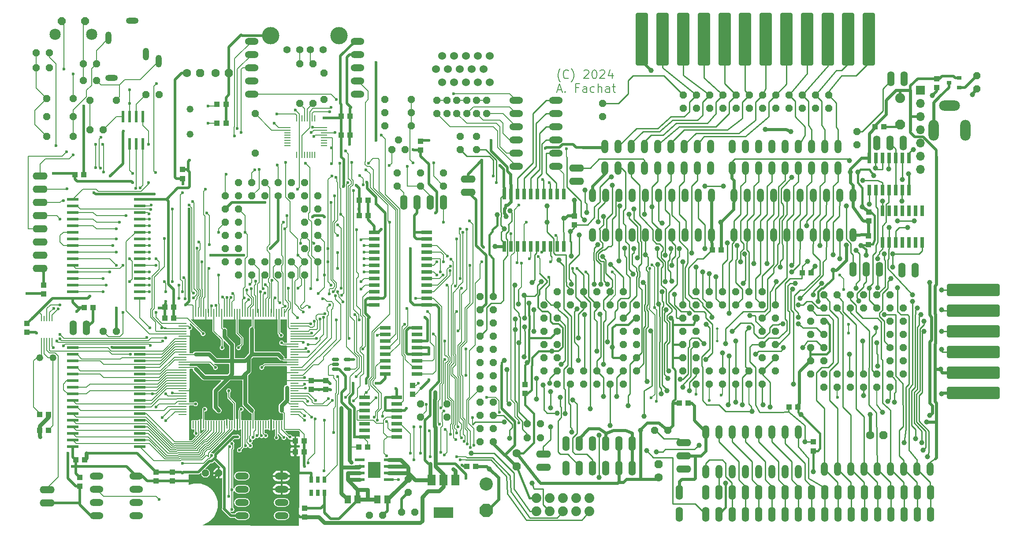
<source format=gtl>
%TF.GenerationSoftware,KiCad,Pcbnew,8.0.2*%
%TF.CreationDate,2024-05-25T17:16:43+02:00*%
%TF.ProjectId,micropet_v3,6d696372-6f70-4657-945f-76332e6b6963,rev?*%
%TF.SameCoordinates,Original*%
%TF.FileFunction,Copper,L1,Top*%
%TF.FilePolarity,Positive*%
%FSLAX46Y46*%
G04 Gerber Fmt 4.6, Leading zero omitted, Abs format (unit mm)*
G04 Created by KiCad (PCBNEW 8.0.2) date 2024-05-25 17:16:43*
%MOMM*%
%LPD*%
G01*
G04 APERTURE LIST*
G04 Aperture macros list*
%AMRoundRect*
0 Rectangle with rounded corners*
0 $1 Rounding radius*
0 $2 $3 $4 $5 $6 $7 $8 $9 X,Y pos of 4 corners*
0 Add a 4 corners polygon primitive as box body*
4,1,4,$2,$3,$4,$5,$6,$7,$8,$9,$2,$3,0*
0 Add four circle primitives for the rounded corners*
1,1,$1+$1,$2,$3*
1,1,$1+$1,$4,$5*
1,1,$1+$1,$6,$7*
1,1,$1+$1,$8,$9*
0 Add four rect primitives between the rounded corners*
20,1,$1+$1,$2,$3,$4,$5,0*
20,1,$1+$1,$4,$5,$6,$7,0*
20,1,$1+$1,$6,$7,$8,$9,0*
20,1,$1+$1,$8,$9,$2,$3,0*%
%AMOutline5P*
0 Free polygon, 5 corners , with rotation*
0 The origin of the aperture is its center*
0 number of corners: always 5*
0 $1 to $10 corner X, Y*
0 $11 Rotation angle, in degrees counterclockwise*
0 create outline with 5 corners*
4,1,5,$1,$2,$3,$4,$5,$6,$7,$8,$9,$10,$1,$2,$11*%
%AMOutline6P*
0 Free polygon, 6 corners , with rotation*
0 The origin of the aperture is its center*
0 number of corners: always 6*
0 $1 to $12 corner X, Y*
0 $13 Rotation angle, in degrees counterclockwise*
0 create outline with 6 corners*
4,1,6,$1,$2,$3,$4,$5,$6,$7,$8,$9,$10,$11,$12,$1,$2,$13*%
%AMOutline7P*
0 Free polygon, 7 corners , with rotation*
0 The origin of the aperture is its center*
0 number of corners: always 7*
0 $1 to $14 corner X, Y*
0 $15 Rotation angle, in degrees counterclockwise*
0 create outline with 7 corners*
4,1,7,$1,$2,$3,$4,$5,$6,$7,$8,$9,$10,$11,$12,$13,$14,$1,$2,$15*%
%AMOutline8P*
0 Free polygon, 8 corners , with rotation*
0 The origin of the aperture is its center*
0 number of corners: always 8*
0 $1 to $16 corner X, Y*
0 $17 Rotation angle, in degrees counterclockwise*
0 create outline with 8 corners*
4,1,8,$1,$2,$3,$4,$5,$6,$7,$8,$9,$10,$11,$12,$13,$14,$15,$16,$1,$2,$17*%
G04 Aperture macros list end*
%ADD10C,0.142240*%
%TA.AperFunction,NonConductor*%
%ADD11C,0.142240*%
%TD*%
%TA.AperFunction,SMDPad,CuDef*%
%ADD12R,0.635000X1.270000*%
%TD*%
%TA.AperFunction,ComponentPad*%
%ADD13Outline8P,-0.660400X0.273547X-0.273547X0.660400X0.273547X0.660400X0.660400X0.273547X0.660400X-0.273547X0.273547X-0.660400X-0.273547X-0.660400X-0.660400X-0.273547X90.000000*%
%TD*%
%TA.AperFunction,ComponentPad*%
%ADD14Outline8P,-0.660400X0.273547X-0.273547X0.660400X0.273547X0.660400X0.660400X0.273547X0.660400X-0.273547X0.273547X-0.660400X-0.273547X-0.660400X-0.660400X-0.273547X0.000000*%
%TD*%
%TA.AperFunction,ComponentPad*%
%ADD15Outline8P,-0.660400X0.273547X-0.273547X0.660400X0.273547X0.660400X0.660400X0.273547X0.660400X-0.273547X0.273547X-0.660400X-0.273547X-0.660400X-0.660400X-0.273547X270.000000*%
%TD*%
%TA.AperFunction,ComponentPad*%
%ADD16C,1.600200*%
%TD*%
%TA.AperFunction,ComponentPad*%
%ADD17Outline8P,-0.800100X0.331412X-0.331412X0.800100X0.331412X0.800100X0.800100X0.331412X0.800100X-0.331412X0.331412X-0.800100X-0.331412X-0.800100X-0.800100X-0.331412X0.000000*%
%TD*%
%TA.AperFunction,SMDPad,CuDef*%
%ADD18R,0.660400X2.032000*%
%TD*%
%TA.AperFunction,ComponentPad*%
%ADD19Outline8P,-0.800100X0.331412X-0.331412X0.800100X0.331412X0.800100X0.800100X0.331412X0.800100X-0.331412X0.331412X-0.800100X-0.331412X-0.800100X-0.800100X-0.331412X90.000000*%
%TD*%
%TA.AperFunction,ComponentPad*%
%ADD20O,2.641600X1.320800*%
%TD*%
%TA.AperFunction,SMDPad,CuDef*%
%ADD21R,1.100000X1.000000*%
%TD*%
%TA.AperFunction,SMDPad,CuDef*%
%ADD22R,1.000000X1.100000*%
%TD*%
%TA.AperFunction,SMDPad,CuDef*%
%ADD23R,0.250000X1.000000*%
%TD*%
%TA.AperFunction,ComponentPad*%
%ADD24Outline8P,-0.660400X0.273547X-0.273547X0.660400X0.273547X0.660400X0.660400X0.273547X0.660400X-0.273547X0.273547X-0.660400X-0.273547X-0.660400X-0.660400X-0.273547X180.000000*%
%TD*%
%TA.AperFunction,ComponentPad*%
%ADD25O,2.844800X1.422400*%
%TD*%
%TA.AperFunction,SMDPad,CuDef*%
%ADD26R,2.032000X0.660400*%
%TD*%
%TA.AperFunction,ComponentPad*%
%ADD27C,1.320800*%
%TD*%
%TA.AperFunction,ComponentPad*%
%ADD28C,1.397000*%
%TD*%
%TA.AperFunction,ComponentPad*%
%ADD29Outline8P,-0.698500X0.289328X-0.289328X0.698500X0.289328X0.698500X0.698500X0.289328X0.698500X-0.289328X0.289328X-0.698500X-0.289328X-0.698500X-0.698500X-0.289328X270.000000*%
%TD*%
%TA.AperFunction,ComponentPad*%
%ADD30C,1.422400*%
%TD*%
%TA.AperFunction,ComponentPad*%
%ADD31C,3.327400*%
%TD*%
%TA.AperFunction,ComponentPad*%
%ADD32O,1.320800X2.641600*%
%TD*%
%TA.AperFunction,SMDPad,CuDef*%
%ADD33R,0.600000X2.200000*%
%TD*%
%TA.AperFunction,ComponentPad*%
%ADD34Outline8P,-0.711200X0.294589X-0.294589X0.711200X0.294589X0.711200X0.711200X0.294589X0.711200X-0.294589X0.294589X-0.711200X-0.294589X-0.711200X-0.711200X-0.294589X180.000000*%
%TD*%
%TA.AperFunction,ComponentPad*%
%ADD35O,1.422400X2.844800*%
%TD*%
%TA.AperFunction,ComponentPad*%
%ADD36Outline8P,-0.800100X0.331412X-0.331412X0.800100X0.331412X0.800100X0.800100X0.331412X0.800100X-0.331412X0.331412X-0.800100X-0.331412X-0.800100X-0.800100X-0.331412X270.000000*%
%TD*%
%TA.AperFunction,SMDPad,CuDef*%
%ADD37R,0.900000X0.800000*%
%TD*%
%TA.AperFunction,SMDPad,CuDef*%
%ADD38R,2.200000X0.600000*%
%TD*%
%TA.AperFunction,SMDPad,CuDef*%
%ADD39R,1.300000X1.500000*%
%TD*%
%TA.AperFunction,ComponentPad*%
%ADD40C,1.905000*%
%TD*%
%TA.AperFunction,ComponentPad*%
%ADD41Outline8P,-0.952500X0.394538X-0.394538X0.952500X0.394538X0.952500X0.952500X0.394538X0.952500X-0.394538X0.394538X-0.952500X-0.394538X-0.952500X-0.952500X-0.394538X270.000000*%
%TD*%
%TA.AperFunction,SMDPad,CuDef*%
%ADD42R,1.910000X0.610000*%
%TD*%
%TA.AperFunction,SMDPad,CuDef*%
%ADD43R,2.410000X3.100000*%
%TD*%
%TA.AperFunction,ComponentPad*%
%ADD44C,1.879600*%
%TD*%
%TA.AperFunction,ComponentPad*%
%ADD45R,1.700000X1.700000*%
%TD*%
%TA.AperFunction,ComponentPad*%
%ADD46O,1.700000X1.700000*%
%TD*%
%TA.AperFunction,ComponentPad*%
%ADD47C,1.524000*%
%TD*%
%TA.AperFunction,SMDPad,CuDef*%
%ADD48R,0.254000X1.143000*%
%TD*%
%TA.AperFunction,SMDPad,CuDef*%
%ADD49R,1.143000X0.254000*%
%TD*%
%TA.AperFunction,SMDPad,CuDef*%
%ADD50RoundRect,0.358140X0.835660X4.721860X-0.835660X4.721860X-0.835660X-4.721860X0.835660X-4.721860X0*%
%TD*%
%TA.AperFunction,SMDPad,CuDef*%
%ADD51R,1.500000X2.000000*%
%TD*%
%TA.AperFunction,SMDPad,CuDef*%
%ADD52R,3.800000X2.000000*%
%TD*%
%TA.AperFunction,ComponentPad*%
%ADD53Outline8P,-0.698500X0.289328X-0.289328X0.698500X0.289328X0.698500X0.698500X0.289328X0.698500X-0.289328X0.289328X-0.698500X-0.289328X-0.698500X-0.698500X-0.289328X90.000000*%
%TD*%
%TA.AperFunction,ComponentPad*%
%ADD54Outline8P,-0.762000X0.315631X-0.315631X0.762000X0.315631X0.762000X0.762000X0.315631X0.762000X-0.315631X0.315631X-0.762000X-0.315631X-0.762000X-0.762000X-0.315631X180.000000*%
%TD*%
%TA.AperFunction,ComponentPad*%
%ADD55C,2.159000*%
%TD*%
%TA.AperFunction,SMDPad,CuDef*%
%ADD56R,0.270000X1.500000*%
%TD*%
%TA.AperFunction,SMDPad,CuDef*%
%ADD57R,1.500000X0.270000*%
%TD*%
%TA.AperFunction,ComponentPad*%
%ADD58Outline8P,-0.711200X0.294589X-0.294589X0.711200X0.294589X0.711200X0.711200X0.294589X0.711200X-0.294589X0.294589X-0.711200X-0.294589X-0.711200X-0.711200X-0.294589X270.000000*%
%TD*%
%TA.AperFunction,ComponentPad*%
%ADD59O,2.000000X4.000000*%
%TD*%
%TA.AperFunction,ComponentPad*%
%ADD60O,4.000000X2.000000*%
%TD*%
%TA.AperFunction,SMDPad,CuDef*%
%ADD61RoundRect,0.358140X4.721860X-0.835660X4.721860X0.835660X-4.721860X0.835660X-4.721860X-0.835660X0*%
%TD*%
%TA.AperFunction,ComponentPad*%
%ADD62O,2.400000X1.200000*%
%TD*%
%TA.AperFunction,ComponentPad*%
%ADD63O,1.200000X2.400000*%
%TD*%
%TA.AperFunction,SMDPad,CuDef*%
%ADD64RoundRect,0.150000X-0.512500X-0.150000X0.512500X-0.150000X0.512500X0.150000X-0.512500X0.150000X0*%
%TD*%
%TA.AperFunction,ComponentPad*%
%ADD65C,2.540000*%
%TD*%
%TA.AperFunction,ComponentPad*%
%ADD66Outline8P,-1.270000X0.526051X-0.526051X1.270000X0.526051X1.270000X1.270000X0.526051X1.270000X-0.526051X0.526051X-1.270000X-0.526051X-1.270000X-1.270000X-0.526051X270.000000*%
%TD*%
%TA.AperFunction,ComponentPad*%
%ADD67Outline8P,-0.698500X0.289328X-0.289328X0.698500X0.289328X0.698500X0.698500X0.289328X0.698500X-0.289328X0.289328X-0.698500X-0.289328X-0.698500X-0.698500X-0.289328X0.000000*%
%TD*%
%TA.AperFunction,ViaPad*%
%ADD68C,0.600000*%
%TD*%
%TA.AperFunction,ViaPad*%
%ADD69C,1.006400*%
%TD*%
%TA.AperFunction,ViaPad*%
%ADD70C,0.500000*%
%TD*%
%TA.AperFunction,Conductor*%
%ADD71C,0.500000*%
%TD*%
%TA.AperFunction,Conductor*%
%ADD72C,0.406400*%
%TD*%
%TA.AperFunction,Conductor*%
%ADD73C,0.609600*%
%TD*%
%TA.AperFunction,Conductor*%
%ADD74C,0.254000*%
%TD*%
%TA.AperFunction,Conductor*%
%ADD75C,0.200000*%
%TD*%
%TA.AperFunction,Conductor*%
%ADD76C,0.800000*%
%TD*%
%TA.AperFunction,Conductor*%
%ADD77C,0.304800*%
%TD*%
G04 APERTURE END LIST*
D10*
D11*
X178644510Y-52947707D02*
X178566617Y-52869813D01*
X178566617Y-52869813D02*
X178410830Y-52636133D01*
X178410830Y-52636133D02*
X178332937Y-52480347D01*
X178332937Y-52480347D02*
X178255044Y-52246667D01*
X178255044Y-52246667D02*
X178177150Y-51857200D01*
X178177150Y-51857200D02*
X178177150Y-51545627D01*
X178177150Y-51545627D02*
X178255044Y-51156160D01*
X178255044Y-51156160D02*
X178332937Y-50922480D01*
X178332937Y-50922480D02*
X178410830Y-50766693D01*
X178410830Y-50766693D02*
X178566617Y-50533013D01*
X178566617Y-50533013D02*
X178644510Y-50455120D01*
X180202377Y-52168773D02*
X180124484Y-52246667D01*
X180124484Y-52246667D02*
X179890804Y-52324560D01*
X179890804Y-52324560D02*
X179735017Y-52324560D01*
X179735017Y-52324560D02*
X179501337Y-52246667D01*
X179501337Y-52246667D02*
X179345551Y-52090880D01*
X179345551Y-52090880D02*
X179267657Y-51935093D01*
X179267657Y-51935093D02*
X179189764Y-51623520D01*
X179189764Y-51623520D02*
X179189764Y-51389840D01*
X179189764Y-51389840D02*
X179267657Y-51078267D01*
X179267657Y-51078267D02*
X179345551Y-50922480D01*
X179345551Y-50922480D02*
X179501337Y-50766693D01*
X179501337Y-50766693D02*
X179735017Y-50688800D01*
X179735017Y-50688800D02*
X179890804Y-50688800D01*
X179890804Y-50688800D02*
X180124484Y-50766693D01*
X180124484Y-50766693D02*
X180202377Y-50844587D01*
X180747631Y-52947707D02*
X180825524Y-52869813D01*
X180825524Y-52869813D02*
X180981311Y-52636133D01*
X180981311Y-52636133D02*
X181059204Y-52480347D01*
X181059204Y-52480347D02*
X181137097Y-52246667D01*
X181137097Y-52246667D02*
X181214991Y-51857200D01*
X181214991Y-51857200D02*
X181214991Y-51545627D01*
X181214991Y-51545627D02*
X181137097Y-51156160D01*
X181137097Y-51156160D02*
X181059204Y-50922480D01*
X181059204Y-50922480D02*
X180981311Y-50766693D01*
X180981311Y-50766693D02*
X180825524Y-50533013D01*
X180825524Y-50533013D02*
X180747631Y-50455120D01*
X183162324Y-50844587D02*
X183240217Y-50766693D01*
X183240217Y-50766693D02*
X183396004Y-50688800D01*
X183396004Y-50688800D02*
X183785471Y-50688800D01*
X183785471Y-50688800D02*
X183941257Y-50766693D01*
X183941257Y-50766693D02*
X184019151Y-50844587D01*
X184019151Y-50844587D02*
X184097044Y-51000373D01*
X184097044Y-51000373D02*
X184097044Y-51156160D01*
X184097044Y-51156160D02*
X184019151Y-51389840D01*
X184019151Y-51389840D02*
X183084431Y-52324560D01*
X183084431Y-52324560D02*
X184097044Y-52324560D01*
X185109658Y-50688800D02*
X185265444Y-50688800D01*
X185265444Y-50688800D02*
X185421231Y-50766693D01*
X185421231Y-50766693D02*
X185499124Y-50844587D01*
X185499124Y-50844587D02*
X185577018Y-51000373D01*
X185577018Y-51000373D02*
X185654911Y-51311947D01*
X185654911Y-51311947D02*
X185654911Y-51701413D01*
X185654911Y-51701413D02*
X185577018Y-52012987D01*
X185577018Y-52012987D02*
X185499124Y-52168773D01*
X185499124Y-52168773D02*
X185421231Y-52246667D01*
X185421231Y-52246667D02*
X185265444Y-52324560D01*
X185265444Y-52324560D02*
X185109658Y-52324560D01*
X185109658Y-52324560D02*
X184953871Y-52246667D01*
X184953871Y-52246667D02*
X184875978Y-52168773D01*
X184875978Y-52168773D02*
X184798084Y-52012987D01*
X184798084Y-52012987D02*
X184720191Y-51701413D01*
X184720191Y-51701413D02*
X184720191Y-51311947D01*
X184720191Y-51311947D02*
X184798084Y-51000373D01*
X184798084Y-51000373D02*
X184875978Y-50844587D01*
X184875978Y-50844587D02*
X184953871Y-50766693D01*
X184953871Y-50766693D02*
X185109658Y-50688800D01*
X186278058Y-50844587D02*
X186355951Y-50766693D01*
X186355951Y-50766693D02*
X186511738Y-50688800D01*
X186511738Y-50688800D02*
X186901205Y-50688800D01*
X186901205Y-50688800D02*
X187056991Y-50766693D01*
X187056991Y-50766693D02*
X187134885Y-50844587D01*
X187134885Y-50844587D02*
X187212778Y-51000373D01*
X187212778Y-51000373D02*
X187212778Y-51156160D01*
X187212778Y-51156160D02*
X187134885Y-51389840D01*
X187134885Y-51389840D02*
X186200165Y-52324560D01*
X186200165Y-52324560D02*
X187212778Y-52324560D01*
X188614858Y-51234053D02*
X188614858Y-52324560D01*
X188225392Y-50610907D02*
X187835925Y-51779307D01*
X187835925Y-51779307D02*
X188848538Y-51779307D01*
X178099257Y-54490682D02*
X178878190Y-54490682D01*
X177943470Y-54958042D02*
X178488724Y-53322282D01*
X178488724Y-53322282D02*
X179033977Y-54958042D01*
X179579230Y-54802255D02*
X179657124Y-54880149D01*
X179657124Y-54880149D02*
X179579230Y-54958042D01*
X179579230Y-54958042D02*
X179501337Y-54880149D01*
X179501337Y-54880149D02*
X179579230Y-54802255D01*
X179579230Y-54802255D02*
X179579230Y-54958042D01*
X182149710Y-54101215D02*
X181604456Y-54101215D01*
X181604456Y-54958042D02*
X181604456Y-53322282D01*
X181604456Y-53322282D02*
X182383390Y-53322282D01*
X183707576Y-54958042D02*
X183707576Y-54101215D01*
X183707576Y-54101215D02*
X183629683Y-53945429D01*
X183629683Y-53945429D02*
X183473896Y-53867535D01*
X183473896Y-53867535D02*
X183162323Y-53867535D01*
X183162323Y-53867535D02*
X183006536Y-53945429D01*
X183707576Y-54880149D02*
X183551790Y-54958042D01*
X183551790Y-54958042D02*
X183162323Y-54958042D01*
X183162323Y-54958042D02*
X183006536Y-54880149D01*
X183006536Y-54880149D02*
X182928643Y-54724362D01*
X182928643Y-54724362D02*
X182928643Y-54568575D01*
X182928643Y-54568575D02*
X183006536Y-54412789D01*
X183006536Y-54412789D02*
X183162323Y-54334895D01*
X183162323Y-54334895D02*
X183551790Y-54334895D01*
X183551790Y-54334895D02*
X183707576Y-54257002D01*
X185187549Y-54880149D02*
X185031763Y-54958042D01*
X185031763Y-54958042D02*
X184720189Y-54958042D01*
X184720189Y-54958042D02*
X184564403Y-54880149D01*
X184564403Y-54880149D02*
X184486509Y-54802255D01*
X184486509Y-54802255D02*
X184408616Y-54646469D01*
X184408616Y-54646469D02*
X184408616Y-54179109D01*
X184408616Y-54179109D02*
X184486509Y-54023322D01*
X184486509Y-54023322D02*
X184564403Y-53945429D01*
X184564403Y-53945429D02*
X184720189Y-53867535D01*
X184720189Y-53867535D02*
X185031763Y-53867535D01*
X185031763Y-53867535D02*
X185187549Y-53945429D01*
X185888589Y-54958042D02*
X185888589Y-53322282D01*
X186589629Y-54958042D02*
X186589629Y-54101215D01*
X186589629Y-54101215D02*
X186511736Y-53945429D01*
X186511736Y-53945429D02*
X186355949Y-53867535D01*
X186355949Y-53867535D02*
X186122269Y-53867535D01*
X186122269Y-53867535D02*
X185966483Y-53945429D01*
X185966483Y-53945429D02*
X185888589Y-54023322D01*
X188069602Y-54958042D02*
X188069602Y-54101215D01*
X188069602Y-54101215D02*
X187991709Y-53945429D01*
X187991709Y-53945429D02*
X187835922Y-53867535D01*
X187835922Y-53867535D02*
X187524349Y-53867535D01*
X187524349Y-53867535D02*
X187368562Y-53945429D01*
X188069602Y-54880149D02*
X187913816Y-54958042D01*
X187913816Y-54958042D02*
X187524349Y-54958042D01*
X187524349Y-54958042D02*
X187368562Y-54880149D01*
X187368562Y-54880149D02*
X187290669Y-54724362D01*
X187290669Y-54724362D02*
X187290669Y-54568575D01*
X187290669Y-54568575D02*
X187368562Y-54412789D01*
X187368562Y-54412789D02*
X187524349Y-54334895D01*
X187524349Y-54334895D02*
X187913816Y-54334895D01*
X187913816Y-54334895D02*
X188069602Y-54257002D01*
X188614855Y-53867535D02*
X189238002Y-53867535D01*
X188848535Y-53322282D02*
X188848535Y-54724362D01*
X188848535Y-54724362D02*
X188926429Y-54880149D01*
X188926429Y-54880149D02*
X189082215Y-54958042D01*
X189082215Y-54958042D02*
X189238002Y-54958042D01*
D12*
%TO.P,JS1,1,EN*%
%TO.N,unconnected-(JS1-EN-Pad1)*%
X130810000Y-132080000D03*
%TO.P,JS1,2*%
%TO.N,N/C*%
X132080000Y-132080000D03*
%TO.P,JS1,3,VSS*%
%TO.N,GND*%
X133350000Y-132080000D03*
%TO.P,JS1,4,OUT1*%
%TO.N,/CPU\u002CRAM\u002CROM/QCLK*%
X133350000Y-129540000D03*
%TO.P,JS1,5,OUT2*%
%TO.N,unconnected-(JS1-OUT2-Pad5)*%
X132080000Y-129540000D03*
%TO.P,JS1,6,VDD*%
%TO.N,V33*%
X130810000Y-129540000D03*
%TD*%
D13*
%TO.P,R2,1,1*%
%TO.N,Net-(IC8-D+)*%
X128560981Y-57150000D03*
%TO.P,R2,2,2*%
%TO.N,Net-(R2-Pad2)*%
X128560981Y-49530000D03*
%TD*%
D14*
%TO.P,R12,1,1*%
%TO.N,Net-(C49-Pad1)*%
X77978000Y-47361600D03*
%TO.P,R12,2,2*%
%TO.N,TTLSOUND*%
X80518000Y-47361600D03*
%TD*%
D13*
%TO.P,R3,1,1*%
%TO.N,GND*%
X186742856Y-59610625D03*
%TO.P,R3,2,2*%
%TO.N,/I/O/SHIELD*%
X186742856Y-57070625D03*
%TD*%
D15*
%TO.P,R10,1,1*%
%TO.N,V33*%
X151765000Y-70485000D03*
%TO.P,R10,2,2*%
%TO.N,/CPU\u002CRAM\u002CROM/ABORTB*%
X151765000Y-73025000D03*
%TD*%
D14*
%TO.P,D5,A,A*%
%TO.N,{slash}IRQ*%
X149992231Y-58896250D03*
%TO.P,D5,C,C*%
%TO.N,/USB/{slash}USBINT*%
X144912231Y-58896250D03*
%TD*%
D15*
%TO.P,R9,1,1*%
%TO.N,V33*%
X156210000Y-70485000D03*
%TO.P,R9,2,2*%
%TO.N,{slash}IRQ*%
X156210000Y-73025000D03*
%TD*%
D16*
%TO.P,C36,+,+*%
%TO.N,VCC*%
X238177856Y-120967500D03*
D17*
%TO.P,C36,-,-*%
%TO.N,GND*%
X240717856Y-120967500D03*
%TD*%
D18*
%TO.P,IC4,1,I0*%
%TO.N,/I/O/ATN*%
X240559106Y-83877150D03*
%TO.P,IC4,2,I1*%
%TO.N,/I/O/CWR*%
X241829106Y-83877150D03*
%TO.P,IC4,3,O*%
%TO.N,Net-(IC3C-I0)*%
X243099106Y-83877150D03*
%TO.P,IC4,4*%
%TO.N,N/C*%
X244369106Y-83877150D03*
%TO.P,IC4,5*%
X245639106Y-83877150D03*
%TO.P,IC4,6*%
X246909106Y-83877150D03*
%TO.P,IC4,7,GND*%
%TO.N,GND*%
X248179106Y-83877150D03*
%TO.P,IC4,8*%
%TO.N,N/C*%
X248179106Y-77730350D03*
%TO.P,IC4,9*%
X246909106Y-77730350D03*
%TO.P,IC4,10*%
X245639106Y-77730350D03*
%TO.P,IC4,11*%
X244369106Y-77730350D03*
%TO.P,IC4,12*%
X243099106Y-77730350D03*
%TO.P,IC4,13*%
X241829106Y-77730350D03*
%TO.P,IC4,14,VCC*%
%TO.N,VCC*%
X240559106Y-77730350D03*
%TD*%
D16*
%TO.P,C28,+,+*%
%TO.N,VCC*%
X197537856Y-129063750D03*
D19*
%TO.P,C28,-,-*%
%TO.N,GND*%
X197537856Y-126523750D03*
%TD*%
D20*
%TO.P,U$9,1_1,SCK*%
%TO.N,SPI_CLK*%
X119380000Y-45212000D03*
%TO.P,U$9,1_2,MOSI*%
%TO.N,SPI_MOSI*%
X119380000Y-47752000D03*
%TO.P,U$9,1_3,MISO*%
%TO.N,SPI_MISO*%
X119380000Y-50292000D03*
%TO.P,U$9,1_4,WOL*%
%TO.N,unconnected-(U$9-WOL-Pad1_4)*%
X119380000Y-52832000D03*
%TO.P,U$9,1_5,INT*%
%TO.N,Net-(U$9-INT)*%
X119380000Y-55372000D03*
%TO.P,U$9,2_1,CLKOUT*%
%TO.N,unconnected-(U$9-CLKOUT-Pad2_1)*%
X139700000Y-55372000D03*
%TO.P,U$9,2_2,CS*%
%TO.N,SPI_NSEL4*%
X139700000Y-52832000D03*
%TO.P,U$9,2_3,RST*%
%TO.N,Net-(U$9-RST)*%
X139700000Y-50292000D03*
%TO.P,U$9,2_4,GND*%
%TO.N,GND*%
X139700000Y-47752000D03*
%TO.P,U$9,2_5,V33*%
%TO.N,V33*%
X139700000Y-45212000D03*
%TD*%
D21*
%TO.P,C12,1,1*%
%TO.N,V33*%
X87176875Y-96361250D03*
%TO.P,C12,2,2*%
%TO.N,GND*%
X88876875Y-96361250D03*
%TD*%
%TO.P,C29,1,1*%
%TO.N,Net-(U$13-X1)*%
X78604375Y-116998750D03*
%TO.P,C29,2,2*%
%TO.N,GND*%
X80304375Y-116998750D03*
%TD*%
D20*
%TO.P,D10,A,A*%
%TO.N,Net-(IC2A-B7)*%
X177800000Y-66675000D03*
%TO.P,D10,C,C*%
%TO.N,Net-(D10-PadC)*%
X170180000Y-66675000D03*
%TD*%
D22*
%TO.P,C23,1,1*%
%TO.N,GND*%
X250929656Y-54059631D03*
%TO.P,C23,2,2*%
%TO.N,VCC*%
X250929656Y-52359631D03*
%TD*%
%TO.P,C8,1,1*%
%TO.N,V33*%
X86360000Y-129110000D03*
%TO.P,C8,2,2*%
%TO.N,GND*%
X86360000Y-130810000D03*
%TD*%
D23*
%TO.P,U$13,1,X1*%
%TO.N,Net-(U$13-X1)*%
X79010000Y-102713100D03*
%TO.P,U$13,2,X2*%
%TO.N,Net-(U$13-X2)*%
X79510000Y-102713100D03*
%TO.P,U$13,3,VBAT*%
%TO.N,Net-(U$13-VBAT)*%
X80010000Y-102713100D03*
%TO.P,U$13,4,/CS*%
%TO.N,SPI_NSEL5*%
X80510000Y-102713100D03*
%TO.P,U$13,5,VSS*%
%TO.N,GND*%
X81010000Y-102713100D03*
%TO.P,U$13,6,SI*%
%TO.N,SPI_MOSI*%
X81010000Y-98486900D03*
%TO.P,U$13,7,SO*%
%TO.N,SPI_MISO*%
X80510000Y-98486900D03*
%TO.P,U$13,8,SCK*%
%TO.N,SPI_CLK*%
X80010000Y-98486900D03*
%TO.P,U$13,9,MFP*%
%TO.N,unconnected-(U$13-MFP-Pad9)*%
X79510000Y-98486900D03*
%TO.P,U$13,10,VCC*%
%TO.N,V33*%
X79010000Y-98486900D03*
%TD*%
D13*
%TO.P,R8,1,1*%
%TO.N,Net-(IC2A-B5)*%
X159385000Y-66040000D03*
%TO.P,R8,2,2*%
%TO.N,Net-(X2M-F)*%
X159385000Y-63500000D03*
%TD*%
D21*
%TO.P,C70,1,1*%
%TO.N,V33*%
X141632519Y-123257232D03*
%TO.P,C70,2,2*%
%TO.N,GND*%
X139932519Y-123257232D03*
%TD*%
%TO.P,C42,1,1*%
%TO.N,V33*%
X140032000Y-78740000D03*
%TO.P,C42,2,2*%
%TO.N,GND*%
X141732000Y-78740000D03*
%TD*%
D14*
%TO.P,R18,1,1*%
%TO.N,Net-(SN1-VOUTB)*%
X99060000Y-55403750D03*
%TO.P,R18,2,2*%
%TO.N,Net-(C50-Pad1)*%
X101600000Y-55403750D03*
%TD*%
D24*
%TO.P,R21,1,1*%
%TO.N,Net-(P1-RSTR)*%
X174836606Y-118745000D03*
%TO.P,R21,2,2*%
%TO.N,/I/O/DIAG*%
X172296606Y-118745000D03*
%TD*%
D14*
%TO.P,C50,1,1*%
%TO.N,Net-(C50-Pad1)*%
X80010000Y-59690000D03*
%TO.P,C50,2,2*%
%TO.N,Net-(C50-Pad2)*%
X85090000Y-59690000D03*
%TD*%
D25*
%TO.P,JP9,1,1*%
%TO.N,VCC*%
X160933591Y-71633569D03*
%TO.P,JP9,2,2*%
%TO.N,/I/O/UPVCC*%
X160933591Y-74173569D03*
%TD*%
D13*
%TO.P,R14,1,1*%
%TO.N,Net-(D3-PadC)*%
X160655000Y-59055000D03*
%TO.P,R14,2,2*%
%TO.N,Net-(X2B-F)*%
X160655000Y-56515000D03*
%TD*%
D22*
%TO.P,C33,1,1*%
%TO.N,VCC*%
X106045000Y-71550000D03*
%TO.P,C33,2,2*%
%TO.N,GND*%
X106045000Y-69850000D03*
%TD*%
D21*
%TO.P,C7,1,1*%
%TO.N,VCC*%
X160651606Y-127000000D03*
%TO.P,C7,2,2*%
%TO.N,GND*%
X162351606Y-127000000D03*
%TD*%
D13*
%TO.P,R22,1,1*%
%TO.N,Net-(LED1-PadA)*%
X149436606Y-131921250D03*
%TO.P,R22,2,2*%
%TO.N,VCC*%
X149436606Y-129381250D03*
%TD*%
D26*
%TO.P,IC7,1,A*%
%TO.N,/CPU\u002CRAM\u002CROM/SPISELA*%
X151130000Y-109220000D03*
%TO.P,IC7,2,B*%
%TO.N,/CPU\u002CRAM\u002CROM/SPISELB*%
X151130000Y-107950000D03*
%TO.P,IC7,3,C*%
%TO.N,/CPU\u002CRAM\u002CROM/SPISELC*%
X151130000Y-106680000D03*
%TO.P,IC7,4,G2A*%
%TO.N,GND*%
X151130000Y-105410000D03*
%TO.P,IC7,5,G2B*%
X151130000Y-104140000D03*
%TO.P,IC7,6,G1*%
%TO.N,V33*%
X151130000Y-102870000D03*
%TO.P,IC7,7,Y7*%
%TO.N,unconnected-(IC7A-Y7-Pad7)*%
X151130000Y-101600000D03*
%TO.P,IC7,8,GND*%
%TO.N,GND*%
X151130000Y-100330000D03*
%TO.P,IC7,9,Y6*%
%TO.N,/CPU\u002CRAM\u002CROM/{slash}FPGABOOT*%
X144983200Y-100330000D03*
%TO.P,IC7,10,Y5*%
%TO.N,SPI_NSEL5*%
X144983200Y-101600000D03*
%TO.P,IC7,11,Y4*%
%TO.N,SPI_NSEL4*%
X144983200Y-102870000D03*
%TO.P,IC7,12,Y3*%
%TO.N,SPI_NSEL3*%
X144983200Y-104140000D03*
%TO.P,IC7,13,Y2*%
%TO.N,SPI_NSEL2*%
X144983200Y-105410000D03*
%TO.P,IC7,14,Y1*%
%TO.N,/CPU\u002CRAM\u002CROM/SPI_NFLASH*%
X144983200Y-106680000D03*
%TO.P,IC7,15,Y0*%
%TO.N,unconnected-(IC7A-Y0-Pad15)*%
X144983200Y-107950000D03*
%TO.P,IC7,16,VCC*%
%TO.N,V33*%
X144983200Y-109220000D03*
%TD*%
D27*
%TO.P,Q2,1,1*%
%TO.N,Net-(U$13-X2)*%
X81200625Y-106045000D03*
%TO.P,Q2,2,2*%
%TO.N,Net-(U$13-X1)*%
X78660625Y-106045000D03*
%TD*%
D28*
%TO.P,IC10,1,GND*%
%TO.N,GND*%
X241987856Y-104140000D03*
D29*
%TO.P,IC10,2*%
%TO.N,N/C*%
X244527856Y-101600000D03*
%TO.P,IC10,3,PA0*%
%TO.N,Net-(IC10A-PA0)*%
X241987856Y-101600000D03*
%TO.P,IC10,4,PA1*%
%TO.N,Net-(IC10A-PA1)*%
X244527856Y-99060000D03*
%TO.P,IC10,5,PA2*%
%TO.N,Net-(IC10A-PA2)*%
X241987856Y-99060000D03*
%TO.P,IC10,6,PA3*%
%TO.N,Net-(IC10A-PA3)*%
X244527856Y-96520000D03*
%TO.P,IC10,7,PA4*%
%TO.N,/I/O/C1SW*%
X241987856Y-93980000D03*
%TO.P,IC10,8,PA5*%
%TO.N,/I/O/C2SW{slash}ATNIN*%
X241987856Y-96520000D03*
%TO.P,IC10,9,PA6*%
%TO.N,/I/O/EOI*%
X239447856Y-93980000D03*
%TO.P,IC10,10,PA7*%
%TO.N,/I/O/DIAG*%
X239447856Y-96520000D03*
%TO.P,IC10,11,PB0*%
%TO.N,/I/O/KI0*%
X236907856Y-93980000D03*
%TO.P,IC10,12,PB1*%
%TO.N,/I/O/KI1*%
X236907856Y-96520000D03*
%TO.P,IC10,13,PB2*%
%TO.N,/I/O/KI2*%
X234367856Y-93980000D03*
%TO.P,IC10,14,PB3*%
%TO.N,/I/O/KI3*%
X234367856Y-96520000D03*
%TO.P,IC10,15,PB4*%
%TO.N,/I/O/KI4*%
X231827856Y-93980000D03*
%TO.P,IC10,16,PB5*%
%TO.N,/I/O/KI5*%
X231827856Y-96520000D03*
%TO.P,IC10,17,PB6*%
%TO.N,/I/O/KI6*%
X229287856Y-93980000D03*
%TO.P,IC10,18,PB7*%
%TO.N,/I/O/KI7*%
X226747856Y-96520000D03*
%TO.P,IC10,19,CB1*%
%TO.N,PET_VSYNC*%
X229287856Y-96520000D03*
%TO.P,IC10,20,CB2*%
%TO.N,/I/O/{slash}C1MTR*%
X226747856Y-99060000D03*
%TO.P,IC10,21,VCC*%
%TO.N,VCC*%
X229287856Y-99060000D03*
%TO.P,IC10,22*%
%TO.N,N/C*%
X226747856Y-101600000D03*
%TO.P,IC10,23,R/-W*%
%TO.N,R{slash}-W*%
X229287856Y-101600000D03*
%TO.P,IC10,24,CS0*%
%TO.N,VCC*%
X226747856Y-104140000D03*
%TO.P,IC10,25,/CS2*%
%TO.N,{slash}SEL1*%
X229287856Y-104140000D03*
%TO.P,IC10,26,CS1*%
%TO.N,VCC*%
X226747856Y-106680000D03*
%TO.P,IC10,27*%
%TO.N,N/C*%
X229287856Y-106680000D03*
%TO.P,IC10,28,PHI2*%
%TO.N,CPHI2*%
X226747856Y-109220000D03*
%TO.P,IC10,29,D7*%
%TO.N,BD7*%
X229287856Y-111760000D03*
%TO.P,IC10,30,D6*%
%TO.N,BD6*%
X229287856Y-109220000D03*
%TO.P,IC10,31,D5*%
%TO.N,BD5*%
X231827856Y-111760000D03*
%TO.P,IC10,32,D4*%
%TO.N,BD4*%
X231827856Y-109220000D03*
%TO.P,IC10,33,D3*%
%TO.N,BD3*%
X234367856Y-111760000D03*
%TO.P,IC10,34,D2*%
%TO.N,BD2*%
X234367856Y-109220000D03*
%TO.P,IC10,35,D1*%
%TO.N,BD1*%
X236907856Y-111760000D03*
%TO.P,IC10,36,D0*%
%TO.N,BD0*%
X236907856Y-109220000D03*
%TO.P,IC10,37,/RES*%
%TO.N,{slash}RES*%
X239447856Y-111760000D03*
%TO.P,IC10,38,RS1*%
%TO.N,A1*%
X239447856Y-109220000D03*
%TO.P,IC10,39,RS0*%
%TO.N,A0*%
X241987856Y-111760000D03*
%TO.P,IC10,40*%
%TO.N,N/C*%
X244527856Y-109220000D03*
%TO.P,IC10,41,/IRQB*%
%TO.N,{slash}IRQ*%
X241987856Y-109220000D03*
%TO.P,IC10,42,/IRQA*%
X244527856Y-106680000D03*
%TO.P,IC10,43,CA2*%
%TO.N,/I/O/EOIOUT*%
X241987856Y-106680000D03*
%TO.P,IC10,44,CA1*%
%TO.N,/I/O/C1RD*%
X244527856Y-104140000D03*
%TD*%
D18*
%TO.P,IC2,1,DIR*%
%TO.N,VCC*%
X167851606Y-84642325D03*
%TO.P,IC2,2,A1*%
%TO.N,ROUT*%
X169121606Y-84642325D03*
%TO.P,IC2,3,A2*%
%TO.N,GOUT*%
X170391606Y-84642325D03*
%TO.P,IC2,4,A3*%
%TO.N,BOUT*%
X171661606Y-84642325D03*
%TO.P,IC2,5,A4*%
%TO.N,IBOUT*%
X172931606Y-84642325D03*
%TO.P,IC2,6,A5*%
%TO.N,HSYNC*%
X174201606Y-84642325D03*
%TO.P,IC2,7,A6*%
%TO.N,VSYNC*%
X175471606Y-84642325D03*
%TO.P,IC2,8,A7*%
%TO.N,IGOUT*%
X176741606Y-84642325D03*
%TO.P,IC2,9,A8*%
%TO.N,IROUT*%
X178011606Y-84642325D03*
%TO.P,IC2,10,GND*%
%TO.N,GND*%
X179281606Y-84642325D03*
%TO.P,IC2,11,B8*%
%TO.N,Net-(IC2A-B8)*%
X179281606Y-74583925D03*
%TO.P,IC2,12,B7*%
%TO.N,Net-(IC2A-B7)*%
X178011606Y-74583925D03*
%TO.P,IC2,13,B6*%
%TO.N,Net-(IC2A-B6)*%
X176741606Y-74583925D03*
%TO.P,IC2,14,B5*%
%TO.N,Net-(IC2A-B5)*%
X175471606Y-74583925D03*
%TO.P,IC2,15,B4*%
%TO.N,Net-(IC2A-B4)*%
X174201606Y-74583925D03*
%TO.P,IC2,16,B3*%
%TO.N,Net-(IC2A-B3)*%
X172931606Y-74583925D03*
%TO.P,IC2,17,B2*%
%TO.N,Net-(IC2A-B2)*%
X171661606Y-74583925D03*
%TO.P,IC2,18,B1*%
%TO.N,Net-(IC2A-B1)*%
X170391606Y-74583925D03*
%TO.P,IC2,19,G*%
%TO.N,GND*%
X169121606Y-74583925D03*
%TO.P,IC2,20,VCC*%
%TO.N,VCC*%
X167851606Y-74583925D03*
%TD*%
D30*
%TO.P,USB1,D+,D+*%
%TO.N,Net-(R2-Pad2)*%
X128589556Y-46770925D03*
%TO.P,USB1,D-,D-*%
%TO.N,Net-(R1-Pad2)*%
X130596156Y-46770925D03*
%TO.P,USB1,GND,GND*%
%TO.N,GND*%
X126100356Y-46770925D03*
D31*
%TO.P,USB1,GND@1,GND@1*%
X136158756Y-44053125D03*
%TO.P,USB1,GND@2,GND@2*%
X123026956Y-44053125D03*
D30*
%TO.P,USB1,VBUS,VBUS*%
%TO.N,VCC*%
X133085356Y-46770925D03*
%TD*%
D32*
%TO.P,RN4,1,1*%
%TO.N,VCC*%
X187219106Y-65405000D03*
%TO.P,RN4,2,2*%
%TO.N,/I/O/ATN*%
X189759106Y-65405000D03*
%TO.P,RN4,3,3*%
%TO.N,/I/O/{slash}SRQIN*%
X192299106Y-65405000D03*
%TO.P,RN4,4,4*%
%TO.N,/I/O/IFC*%
X194839106Y-65405000D03*
%TO.P,RN4,5,5*%
%TO.N,/I/O/NDAC*%
X197379106Y-65405000D03*
%TO.P,RN4,6,6*%
%TO.N,/I/O/NRFD*%
X199919106Y-65405000D03*
%TO.P,RN4,7,7*%
%TO.N,/I/O/DAV*%
X202459106Y-65405000D03*
%TO.P,RN4,8,8*%
%TO.N,/I/O/EOI*%
X204999106Y-65405000D03*
%TO.P,RN4,9,9*%
%TO.N,unconnected-(RN4-Pad9)*%
X207539106Y-65405000D03*
%TD*%
D18*
%TO.P,IC3,1,I0*%
%TO.N,/I/O/UPCB2{slash}BEEP*%
X237939731Y-73796525D03*
%TO.P,IC3,2,I1*%
%TO.N,/I/O/DIAG*%
X239209731Y-73796525D03*
%TO.P,IC3,3,O*%
%TO.N,TTLSOUND*%
X240479731Y-73796525D03*
%TO.P,IC3,4,I0*%
%TO.N,/I/O/ATN*%
X241749731Y-73796525D03*
%TO.P,IC3,5,I1*%
%TO.N,/I/O/ATNA_EN*%
X243019731Y-73796525D03*
%TO.P,IC3,6,O*%
%TO.N,Net-(IC3B-O)*%
X244289731Y-73796525D03*
%TO.P,IC3,7,GND*%
%TO.N,GND*%
X245559731Y-73796525D03*
%TO.P,IC3,8,O*%
%TO.N,/I/O/N$11*%
X245559731Y-67649725D03*
%TO.P,IC3,9,I0*%
%TO.N,Net-(IC3C-I0)*%
X244289731Y-67649725D03*
%TO.P,IC3,10,I1*%
%TO.N,/I/O/ATNA_EN*%
X243019731Y-67649725D03*
%TO.P,IC3,11,O*%
%TO.N,Net-(IC3D-O)*%
X241749731Y-67649725D03*
%TO.P,IC3,12,I0*%
%TO.N,/I/O/{slash}C2MTR*%
X240479731Y-67649725D03*
%TO.P,IC3,13,I1*%
X239209731Y-67649725D03*
%TO.P,IC3,14,VCC*%
%TO.N,VCC*%
X237939731Y-67649725D03*
%TD*%
D33*
%TO.P,SN1,1,VCC*%
%TO.N,V33*%
X94615000Y-64890000D03*
%TO.P,SN1,2,/CS*%
%TO.N,SPI_NAUDIO*%
X95885000Y-64890000D03*
%TO.P,SN1,3,SCK*%
%TO.N,SPI_ACLK*%
X97155000Y-64890000D03*
%TO.P,SN1,4,SDI*%
%TO.N,SPI_AMOSI*%
X98425000Y-64890000D03*
%TO.P,SN1,5,/LDAC*%
%TO.N,{slash}LDAC*%
X98425000Y-59690000D03*
%TO.P,SN1,6,VOUTB*%
%TO.N,Net-(SN1-VOUTB)*%
X97155000Y-59690000D03*
%TO.P,SN1,7,GND*%
%TO.N,GND*%
X95885000Y-59690000D03*
%TO.P,SN1,8,VOUTA*%
%TO.N,Net-(SN1-VOUTA)*%
X94615000Y-59690000D03*
%TD*%
D21*
%TO.P,C39,1,1*%
%TO.N,Net-(IC8-X0)*%
X112709106Y-60960000D03*
%TO.P,C39,2,2*%
%TO.N,GND*%
X114409106Y-60960000D03*
%TD*%
D22*
%TO.P,C22,1,1*%
%TO.N,GND*%
X227224106Y-122260625D03*
%TO.P,C22,2,2*%
%TO.N,VCC*%
X227224106Y-123960625D03*
%TD*%
D13*
%TO.P,R26,1,1*%
%TO.N,Net-(D9-PadC)*%
X162560000Y-59055000D03*
%TO.P,R26,2,2*%
%TO.N,Net-(X2C-F)*%
X162560000Y-56515000D03*
%TD*%
D16*
%TO.P,C37,+,+*%
%TO.N,VCC*%
X106891606Y-51276250D03*
D17*
%TO.P,C37,-,-*%
%TO.N,GND*%
X109431606Y-51276250D03*
%TD*%
D21*
%TO.P,C9,1,1*%
%TO.N,V33*%
X136564000Y-59531250D03*
%TO.P,C9,2,2*%
%TO.N,GND*%
X138264000Y-59531250D03*
%TD*%
D34*
%TO.P,P2,1,1*%
%TO.N,/I/O/DIO1*%
X230160981Y-55483125D03*
%TO.P,P2,2,2*%
%TO.N,/I/O/DIO2*%
X227620981Y-55483125D03*
%TO.P,P2,3,3*%
%TO.N,/I/O/DIO3*%
X225080981Y-55483125D03*
%TO.P,P2,4,4*%
%TO.N,/I/O/DIO4*%
X222540981Y-55483125D03*
%TO.P,P2,5,5*%
%TO.N,/I/O/EOI*%
X220000981Y-55483125D03*
%TO.P,P2,6,6*%
%TO.N,/I/O/DAV*%
X217460981Y-55483125D03*
%TO.P,P2,7,7*%
%TO.N,/I/O/NRFD*%
X214920981Y-55483125D03*
%TO.P,P2,8,8*%
%TO.N,/I/O/NDAC*%
X212380981Y-55483125D03*
%TO.P,P2,9,9*%
%TO.N,/I/O/IFC*%
X209840981Y-55483125D03*
%TO.P,P2,10,10*%
%TO.N,/I/O/{slash}SRQIN*%
X207300981Y-55483125D03*
%TO.P,P2,11,11*%
%TO.N,/I/O/ATN*%
X204760981Y-55483125D03*
%TO.P,P2,12,12*%
%TO.N,/I/O/SHIELD*%
X202220981Y-55483125D03*
%TO.P,P2,A,13*%
%TO.N,/I/O/DIO5*%
X230160981Y-58023125D03*
%TO.P,P2,B,14*%
%TO.N,/I/O/DIO6*%
X227620981Y-58023125D03*
%TO.P,P2,C,15*%
%TO.N,/I/O/DIO7*%
X225080981Y-58023125D03*
%TO.P,P2,D,16*%
%TO.N,/I/O/DIO8*%
X222540981Y-58023125D03*
%TO.P,P2,E,17*%
%TO.N,/I/O/REN*%
X220000981Y-58023125D03*
%TO.P,P2,F,18*%
%TO.N,GND*%
X217460981Y-58023125D03*
%TO.P,P2,H,19*%
X214920981Y-58023125D03*
%TO.P,P2,J,20*%
X212380981Y-58023125D03*
%TO.P,P2,K,21*%
X209840981Y-58023125D03*
%TO.P,P2,L,22*%
X207300981Y-58023125D03*
%TO.P,P2,M,23*%
X204760981Y-58023125D03*
%TO.P,P2,N,24*%
X202220981Y-58023125D03*
%TD*%
D13*
%TO.P,D8,A,A*%
%TO.N,Net-(U$9-RST)*%
X133244106Y-51276250D03*
%TO.P,D8,C,C*%
%TO.N,{slash}RES*%
X133244106Y-56356250D03*
%TD*%
D35*
%TO.P,P1,1,GND*%
%TO.N,GND*%
X201506606Y-136207500D03*
%TO.P,P1,3,RSTR*%
%TO.N,Net-(P1-RSTR)*%
X206586606Y-136207500D03*
%TO.P,P1,4,VCC*%
%TO.N,VCC*%
X209126606Y-136207500D03*
%TO.P,P1,5,ROW0*%
%TO.N,/I/O/DEC7*%
X211666606Y-136207500D03*
%TO.P,P1,6,ROW1*%
%TO.N,/I/O/DEC6*%
X214206606Y-136207500D03*
%TO.P,P1,7,ROW2*%
%TO.N,/I/O/DEC5*%
X216746606Y-136207500D03*
%TO.P,P1,8,ROW3*%
%TO.N,/I/O/DEC4*%
X219286606Y-136207500D03*
%TO.P,P1,9,ROW4*%
%TO.N,/I/O/DEC3*%
X221826606Y-136207500D03*
%TO.P,P1,10,ROW5*%
%TO.N,/I/O/DEC2*%
X224366606Y-136207500D03*
%TO.P,P1,11,ROW6*%
%TO.N,/I/O/DEC1*%
X226906606Y-136207500D03*
%TO.P,P1,12,ROW7*%
%TO.N,/I/O/DEC0*%
X229446606Y-136207500D03*
%TO.P,P1,13,COL0*%
%TO.N,/I/O/KI7*%
X231986606Y-136207500D03*
%TO.P,P1,14,COL1*%
%TO.N,/I/O/KI6*%
X234526606Y-136207500D03*
%TO.P,P1,15,COL2*%
%TO.N,/I/O/KI5*%
X237066606Y-136207500D03*
%TO.P,P1,16,COL3*%
%TO.N,/I/O/KI4*%
X239606606Y-136207500D03*
%TO.P,P1,17,COL4*%
%TO.N,/I/O/KI3*%
X242146606Y-136207500D03*
%TO.P,P1,18,COL5*%
%TO.N,/I/O/KI2*%
X244686606Y-136207500D03*
%TO.P,P1,19,COL6*%
%TO.N,/I/O/KI1*%
X247226606Y-136207500D03*
%TO.P,P1,20,COL7*%
%TO.N,/I/O/KI0*%
X249766606Y-136207500D03*
%TD*%
D14*
%TO.P,C51,1,1*%
%TO.N,Net-(C51-Pad1)*%
X88265000Y-56515000D03*
%TO.P,C51,2,2*%
%TO.N,Net-(C49-Pad2)*%
X93345000Y-56515000D03*
%TD*%
D21*
%TO.P,C17,1,1*%
%TO.N,VCC*%
X207800356Y-85328125D03*
%TO.P,C17,2,2*%
%TO.N,GND*%
X209500356Y-85328125D03*
%TD*%
D26*
%TO.P,IC6,1,OE*%
%TO.N,/CPU\u002CRAM\u002CROM/DONE*%
X147218400Y-121285000D03*
%TO.P,IC6,2,I*%
%TO.N,GND*%
X147218400Y-120015000D03*
%TO.P,IC6,3,O*%
%TO.N,/CPU\u002CRAM\u002CROM/RAMA3*%
X147218400Y-118745000D03*
%TO.P,IC6,4,OE*%
%TO.N,/CPU\u002CRAM\u002CROM/DONE*%
X147218400Y-117475000D03*
%TO.P,IC6,5,I*%
%TO.N,GND*%
X147218400Y-116205000D03*
%TO.P,IC6,6,O*%
%TO.N,/CPU\u002CRAM\u002CROM/FA18*%
X147218400Y-114935000D03*
%TO.P,IC6,7,GND*%
%TO.N,GND*%
X147218400Y-113665000D03*
%TO.P,IC6,8,O*%
%TO.N,{slash}RES*%
X141071600Y-113665000D03*
%TO.P,IC6,9,I*%
%TO.N,GND*%
X141071600Y-114935000D03*
%TO.P,IC6,10,OE*%
%TO.N,/CPU\u002CRAM\u002CROM/DONE*%
X141071600Y-116205000D03*
%TO.P,IC6,11*%
%TO.N,N/C*%
X141071600Y-117475000D03*
%TO.P,IC6,12*%
X141071600Y-118745000D03*
%TO.P,IC6,13*%
X141071600Y-120015000D03*
%TO.P,IC6,14,VCC*%
%TO.N,V33*%
X141071600Y-121285000D03*
%TD*%
D13*
%TO.P,R6,1,1*%
%TO.N,TTLSOUND*%
X235637856Y-65087500D03*
%TO.P,R6,2,2*%
%TO.N,Net-(BEEP1-+)*%
X235637856Y-62547500D03*
%TD*%
D16*
%TO.P,C26,+,+*%
%TO.N,VCC*%
X170232856Y-124460000D03*
D36*
%TO.P,C26,-,-*%
%TO.N,GND*%
X170232856Y-127000000D03*
%TD*%
D22*
%TO.P,C15,1,1*%
%TO.N,VCC*%
X181345356Y-80463125D03*
%TO.P,C15,2,2*%
%TO.N,GND*%
X181345356Y-78763125D03*
%TD*%
%TO.P,C19,1,1*%
%TO.N,GND*%
X171820356Y-111227500D03*
%TO.P,C19,2,2*%
%TO.N,VCC*%
X171820356Y-112927500D03*
%TD*%
D14*
%TO.P,R5,1,1*%
%TO.N,GRAPHIC*%
X151765000Y-117475000D03*
%TO.P,R5,2,2*%
%TO.N,GRAPHIC5V*%
X156845000Y-117475000D03*
%TD*%
D27*
%TO.P,Q3,1,1*%
%TO.N,Net-(IC8-X0)*%
X107526606Y-63055500D03*
%TO.P,Q3,2,2*%
%TO.N,Net-(IC8-X1)*%
X107526606Y-58229500D03*
%TD*%
D37*
%TO.P,Q1,1,G*%
%TO.N,Net-(Q1-G)*%
X255272330Y-54089992D03*
%TO.P,Q1,2,S*%
%TO.N,VCC*%
X255272330Y-52189992D03*
%TO.P,Q1,3,D*%
%TO.N,Net-(Q1-D)*%
X253272330Y-53139992D03*
%TD*%
D35*
%TO.P,JP7,1,1*%
%TO.N,{slash}RES*%
X156210000Y-76200000D03*
%TO.P,JP7,2,2*%
%TO.N,/CPU\u002CRAM\u002CROM/ABORTB*%
X153670000Y-76200000D03*
%TO.P,JP7,3,3*%
%TO.N,GND*%
X151130000Y-76200000D03*
%TO.P,JP7,4,4*%
%TO.N,/CPU\u002CRAM\u002CROM/{slash}NMI*%
X148590000Y-76200000D03*
%TD*%
D20*
%TO.P,D3,A,A*%
%TO.N,Net-(IC2A-B2)*%
X177800000Y-59055000D03*
%TO.P,D3,C,C*%
%TO.N,Net-(D3-PadC)*%
X170180000Y-59055000D03*
%TD*%
D14*
%TO.P,C52,1,1*%
%TO.N,Net-(C49-Pad1)*%
X80010000Y-63500000D03*
%TO.P,C52,2,2*%
%TO.N,Net-(C50-Pad2)*%
X85090000Y-63500000D03*
%TD*%
D22*
%TO.P,C3,1,1*%
%TO.N,V33*%
X104140000Y-129755000D03*
%TO.P,C3,2,2*%
%TO.N,GND*%
X104140000Y-128055000D03*
%TD*%
D26*
%TO.P,IC16,1,VCCA*%
%TO.N,VCC*%
X152984200Y-95885000D03*
%TO.P,IC16,2,DIR*%
%TO.N,R{slash}-W*%
X152984200Y-94615000D03*
%TO.P,IC16,3,A1*%
%TO.N,BD0*%
X152984200Y-93345000D03*
%TO.P,IC16,4,A2*%
%TO.N,BD1*%
X152984200Y-92075000D03*
%TO.P,IC16,5,A3*%
%TO.N,BD2*%
X152984200Y-90805000D03*
%TO.P,IC16,6,A4*%
%TO.N,BD3*%
X152984200Y-89535000D03*
%TO.P,IC16,7,A5*%
%TO.N,BD4*%
X152984200Y-88265000D03*
%TO.P,IC16,8,A6*%
%TO.N,BD5*%
X152984200Y-86995000D03*
%TO.P,IC16,9,A7*%
%TO.N,BD6*%
X152984200Y-85725000D03*
%TO.P,IC16,10,A8*%
%TO.N,BD7*%
X152984200Y-84455000D03*
%TO.P,IC16,11,GND@1*%
%TO.N,GND*%
X152984200Y-83185000D03*
%TO.P,IC16,12,GND@2*%
X152984200Y-81915000D03*
%TO.P,IC16,13,GND@3*%
X142925800Y-81915000D03*
%TO.P,IC16,14,B8*%
%TO.N,D7*%
X142925800Y-83185000D03*
%TO.P,IC16,15,B7*%
%TO.N,D6*%
X142925800Y-84455000D03*
%TO.P,IC16,16,B6*%
%TO.N,D5*%
X142925800Y-85725000D03*
%TO.P,IC16,17,B5*%
%TO.N,D4*%
X142925800Y-86995000D03*
%TO.P,IC16,18,B4*%
%TO.N,D3*%
X142925800Y-88265000D03*
%TO.P,IC16,19,B3*%
%TO.N,D2*%
X142925800Y-89535000D03*
%TO.P,IC16,20,B2*%
%TO.N,D1*%
X142925800Y-90805000D03*
%TO.P,IC16,21,B1*%
%TO.N,D0*%
X142925800Y-92075000D03*
%TO.P,IC16,22,/OE*%
%TO.N,{slash}BE_DOUT*%
X142925800Y-93345000D03*
%TO.P,IC16,23,VCCB@2*%
%TO.N,V33*%
X142925800Y-94615000D03*
%TO.P,IC16,24,VCCB@1*%
X142925800Y-95885000D03*
%TD*%
D13*
%TO.P,R28,1,1*%
%TO.N,Net-(D11-PadC)*%
X154940000Y-59055000D03*
%TO.P,R28,2,2*%
%TO.N,Net-(X2A-F)*%
X154940000Y-56515000D03*
%TD*%
D22*
%TO.P,C18,1,1*%
%TO.N,VCC*%
X237860356Y-79748750D03*
%TO.P,C18,2,2*%
%TO.N,GND*%
X237860356Y-78048750D03*
%TD*%
D13*
%TO.P,R27,1,1*%
%TO.N,Net-(D10-PadC)*%
X158750000Y-59055000D03*
%TO.P,R27,2,2*%
%TO.N,Net-(X2B-F)*%
X158750000Y-56515000D03*
%TD*%
D32*
%TO.P,RN3,1,1*%
%TO.N,GND*%
X211666606Y-69532500D03*
%TO.P,RN3,2,2*%
%TO.N,/I/O/DIO8*%
X214206606Y-69532500D03*
%TO.P,RN3,3,3*%
%TO.N,/I/O/DIO7*%
X216746606Y-69532500D03*
%TO.P,RN3,4,4*%
%TO.N,/I/O/DIO6*%
X219286606Y-69532500D03*
%TO.P,RN3,5,5*%
%TO.N,/I/O/DIO5*%
X221826606Y-69532500D03*
%TO.P,RN3,6,6*%
%TO.N,/I/O/DIO4*%
X224366606Y-69532500D03*
%TO.P,RN3,7,7*%
%TO.N,/I/O/DIO3*%
X226906606Y-69532500D03*
%TO.P,RN3,8,8*%
%TO.N,/I/O/DIO2*%
X229446606Y-69532500D03*
%TO.P,RN3,9,9*%
%TO.N,/I/O/DIO1*%
X231986606Y-69532500D03*
%TD*%
D14*
%TO.P,D1,A,A*%
%TO.N,{slash}IRQ*%
X149992231Y-61436250D03*
%TO.P,D1,C,C*%
%TO.N,Net-(IC9A-{slash}IRQ)*%
X144912231Y-61436250D03*
%TD*%
D38*
%TO.P,IC13,1,A18*%
%TO.N,/CPU\u002CRAM\u002CROM/RAMA18*%
X97856000Y-123190000D03*
%TO.P,IC13,2,A16*%
%TO.N,/CPU\u002CRAM\u002CROM/RAMA16*%
X97856000Y-121920000D03*
%TO.P,IC13,3,A14*%
%TO.N,/CPU\u002CRAM\u002CROM/RAMA14*%
X97856000Y-120650000D03*
%TO.P,IC13,4,A12*%
%TO.N,/CPU\u002CRAM\u002CROM/RAMA12*%
X97856000Y-119380000D03*
%TO.P,IC13,5,A7*%
%TO.N,/CPU\u002CRAM\u002CROM/RAMA7*%
X97856000Y-118110000D03*
%TO.P,IC13,6,A6*%
%TO.N,/CPU\u002CRAM\u002CROM/RAMA6*%
X97856000Y-116840000D03*
%TO.P,IC13,7,A5*%
%TO.N,/CPU\u002CRAM\u002CROM/RAMA5*%
X97856000Y-115570000D03*
%TO.P,IC13,8,A4*%
%TO.N,/CPU\u002CRAM\u002CROM/RAMA4*%
X97856000Y-114300000D03*
%TO.P,IC13,9,A3*%
%TO.N,/CPU\u002CRAM\u002CROM/RAMA3*%
X97856000Y-113030000D03*
%TO.P,IC13,10,A2*%
%TO.N,/CPU\u002CRAM\u002CROM/RAMA2*%
X97856000Y-111760000D03*
%TO.P,IC13,11,A1*%
%TO.N,/CPU\u002CRAM\u002CROM/RAMA1*%
X97856000Y-110490000D03*
%TO.P,IC13,12,A0*%
%TO.N,/CPU\u002CRAM\u002CROM/RAMA0*%
X97856000Y-109220000D03*
%TO.P,IC13,13,O0*%
%TO.N,/CPU\u002CRAM\u002CROM/RAMD0*%
X97856000Y-107950000D03*
%TO.P,IC13,14,O1*%
%TO.N,/CPU\u002CRAM\u002CROM/RAMD1*%
X97856000Y-106680000D03*
%TO.P,IC13,15,O2*%
%TO.N,/CPU\u002CRAM\u002CROM/RAMD2*%
X97856000Y-105410000D03*
%TO.P,IC13,16,GND*%
%TO.N,GND*%
X97856000Y-104140000D03*
%TO.P,IC13,17,O3*%
%TO.N,/CPU\u002CRAM\u002CROM/RAMD3*%
X85024000Y-104140000D03*
%TO.P,IC13,18,O4*%
%TO.N,/CPU\u002CRAM\u002CROM/RAMD4*%
X85024000Y-105410000D03*
%TO.P,IC13,19,O5*%
%TO.N,/CPU\u002CRAM\u002CROM/RAMD5*%
X85024000Y-106680000D03*
%TO.P,IC13,20,O6*%
%TO.N,/CPU\u002CRAM\u002CROM/RAMD6*%
X85024000Y-107950000D03*
%TO.P,IC13,21,O7*%
%TO.N,/CPU\u002CRAM\u002CROM/RAMD7*%
X85024000Y-109220000D03*
%TO.P,IC13,22,/CS*%
%TO.N,/CPU\u002CRAM\u002CROM/{slash}RAMCS*%
X85024000Y-110490000D03*
%TO.P,IC13,23,A10*%
%TO.N,/CPU\u002CRAM\u002CROM/RAMA10*%
X85024000Y-111760000D03*
%TO.P,IC13,24,/OE*%
%TO.N,/CPU\u002CRAM\u002CROM/{slash}RAMCS*%
X85024000Y-113030000D03*
%TO.P,IC13,25,A11*%
%TO.N,/CPU\u002CRAM\u002CROM/RAMA11*%
X85024000Y-114300000D03*
%TO.P,IC13,26,A9*%
%TO.N,/CPU\u002CRAM\u002CROM/RAMA9*%
X85024000Y-115570000D03*
%TO.P,IC13,27,A8*%
%TO.N,/CPU\u002CRAM\u002CROM/RAMA8*%
X85024000Y-116840000D03*
%TO.P,IC13,28,A13*%
%TO.N,/CPU\u002CRAM\u002CROM/RAMA13*%
X85024000Y-118110000D03*
%TO.P,IC13,29,/WE*%
%TO.N,/CPU\u002CRAM\u002CROM/{slash}RAMWE*%
X85024000Y-119380000D03*
%TO.P,IC13,30,A17/CE2/VCC*%
%TO.N,/CPU\u002CRAM\u002CROM/RAMA17*%
X85024000Y-120650000D03*
%TO.P,IC13,31,A15*%
%TO.N,/CPU\u002CRAM\u002CROM/RAMA15*%
X85024000Y-121920000D03*
%TO.P,IC13,32,VCC*%
%TO.N,V33*%
X85024000Y-123190000D03*
%TD*%
D22*
%TO.P,C43,1,1*%
%TO.N,V33*%
X133588125Y-110433750D03*
%TO.P,C43,2,2*%
%TO.N,GND*%
X133588125Y-112133750D03*
%TD*%
D14*
%TO.P,D6,A,A*%
%TO.N,{slash}IRQ*%
X149992231Y-56356250D03*
%TO.P,D6,C,C*%
%TO.N,Net-(U$9-INT)*%
X144912231Y-56356250D03*
%TD*%
D25*
%TO.P,JP5,1,1*%
%TO.N,/I/O/IECRES*%
X181742231Y-72072500D03*
%TO.P,JP5,2,2*%
%TO.N,/I/O/IFC*%
X181742231Y-69532500D03*
%TD*%
D39*
%TO.P,C65,1,1*%
%TO.N,VCC*%
X145410000Y-133350000D03*
%TO.P,C65,2,2*%
%TO.N,GND*%
X143510000Y-133350000D03*
%TD*%
D14*
%TO.P,C49,1,1*%
%TO.N,Net-(C49-Pad1)*%
X80010000Y-56197500D03*
%TO.P,C49,2,2*%
%TO.N,Net-(C49-Pad2)*%
X85090000Y-56197500D03*
%TD*%
D13*
%TO.P,R16,1,1*%
%TO.N,GND*%
X258671196Y-54340353D03*
%TO.P,R16,2,2*%
%TO.N,Net-(Q1-G)*%
X258671196Y-51800353D03*
%TD*%
D20*
%TO.P,D4,A,A*%
%TO.N,Net-(IC2A-B3)*%
X177800000Y-61595000D03*
%TO.P,D4,C,C*%
%TO.N,Net-(D4-PadC)*%
X170180000Y-61595000D03*
%TD*%
D14*
%TO.P,R30,1,1*%
%TO.N,GND*%
X86995000Y-49530000D03*
%TO.P,R30,2,2*%
%TO.N,Net-(C50-Pad2)*%
X89535000Y-49530000D03*
%TD*%
D24*
%TO.P,R31,1,1*%
%TO.N,Net-(SN1-VOUTA)*%
X90805000Y-62230000D03*
%TO.P,R31,2,2*%
%TO.N,Net-(C51-Pad1)*%
X88265000Y-62230000D03*
%TD*%
D40*
%TO.P,C6,+,+*%
%TO.N,VCC*%
X243869751Y-56062990D03*
D41*
%TO.P,C6,-,-*%
%TO.N,GND*%
X243869751Y-61142990D03*
%TD*%
D13*
%TO.P,R13,1,1*%
%TO.N,Net-(D4-PadC)*%
X164465000Y-59055000D03*
%TO.P,R13,2,2*%
%TO.N,Net-(X2C-F)*%
X164465000Y-56515000D03*
%TD*%
D21*
%TO.P,C31,1,1*%
%TO.N,GND*%
X222564106Y-115570000D03*
%TO.P,C31,2,2*%
%TO.N,VCC*%
X224264106Y-115570000D03*
%TD*%
D20*
%TO.P,U$14,1,/CS*%
%TO.N,/CPU\u002CRAM\u002CROM/{slash}FPGABOOT*%
X89535000Y-128818100D03*
%TO.P,U$14,2,SO*%
%TO.N,SPI_MISO*%
X89535000Y-131358100D03*
%TO.P,U$14,3,/WP*%
%TO.N,unconnected-(U$14-{slash}WP-Pad3)*%
X89535000Y-133898100D03*
%TO.P,U$14,4,GND*%
%TO.N,GND*%
X89535000Y-136438100D03*
%TO.P,U$14,5,SI*%
%TO.N,SPI_MOSI*%
X97155000Y-136438100D03*
%TO.P,U$14,6,SCK*%
%TO.N,SPI_CLK*%
X97155000Y-133898100D03*
%TO.P,U$14,7,/HOLD*%
%TO.N,V33*%
X97155000Y-131358100D03*
%TO.P,U$14,8,VCC*%
X97155000Y-128818100D03*
%TD*%
D25*
%TO.P,JP1,1,1*%
%TO.N,Net-(JP1-Pad1)*%
X202300356Y-127476250D03*
%TO.P,JP1,2,2*%
%TO.N,GND*%
X202300356Y-124936250D03*
%TO.P,JP1,3,3*%
%TO.N,Net-(JP1-Pad1)*%
X202300356Y-122396250D03*
%TD*%
D21*
%TO.P,C30,1,1*%
%TO.N,Net-(U$13-X2)*%
X80304375Y-120015000D03*
%TO.P,C30,2,2*%
%TO.N,GND*%
X78604375Y-120015000D03*
%TD*%
D35*
%TO.P,JP8,1,1*%
%TO.N,GND*%
X87630000Y-100330000D03*
%TO.P,JP8,2,2*%
%TO.N,Net-(U$2B-PROGRAM_B_2)*%
X85090000Y-100330000D03*
%TD*%
D42*
%TO.P,U$16,1,PG*%
%TO.N,Net-(U$16-PG)*%
X145655000Y-129540000D03*
%TO.P,U$16,2,EN*%
%TO.N,VCC*%
X145655000Y-128270000D03*
%TO.P,U$16,3,VIN*%
X145655000Y-127000000D03*
%TO.P,U$16,4,VCTRL*%
X145655000Y-125730000D03*
%TO.P,U$16,5,NC*%
%TO.N,unconnected-(U$16-NC-Pad5)*%
X140095000Y-125730000D03*
%TO.P,U$16,6,VOUT*%
%TO.N,V12*%
X140095000Y-127000000D03*
%TO.P,U$16,7,ADJ*%
%TO.N,GND*%
X140095000Y-128270000D03*
%TO.P,U$16,8,GND*%
X140095000Y-129540000D03*
D43*
%TO.P,U$16,PAD*%
%TO.N,N/C*%
X142875000Y-127635000D03*
%TD*%
D44*
%TO.P,U$7,1,TCK*%
%TO.N,Net-(U$2C-TCK)*%
X174042856Y-135572500D03*
%TO.P,U$7,2,GND*%
%TO.N,GND*%
X174042856Y-133032500D03*
%TO.P,U$7,3,TDO*%
%TO.N,Net-(U$2C-TDO)*%
X176582856Y-135572500D03*
%TO.P,U$7,4,VCC*%
%TO.N,V33*%
X176582856Y-133032500D03*
%TO.P,U$7,5,TMS*%
%TO.N,Net-(U$2C-TMS)*%
X179122856Y-135572500D03*
%TO.P,U$7,6*%
%TO.N,N/C*%
X179122856Y-133032500D03*
%TO.P,U$7,7*%
X181662856Y-135572500D03*
%TO.P,U$7,8*%
X181662856Y-133032500D03*
%TO.P,U$7,9,TDI*%
%TO.N,Net-(U$2C-TDI)*%
X184202856Y-135572500D03*
%TO.P,U$7,10,P$1*%
%TO.N,GND*%
X184202856Y-133032500D03*
%TD*%
D21*
%TO.P,C35,1,1*%
%TO.N,GND*%
X240774106Y-61595000D03*
%TO.P,C35,2,2*%
%TO.N,VCC*%
X239074106Y-61595000D03*
%TD*%
D22*
%TO.P,C10,1,1*%
%TO.N,V33*%
X130810000Y-110433750D03*
%TO.P,C10,2,2*%
%TO.N,GND*%
X130810000Y-112133750D03*
%TD*%
D25*
%TO.P,JP2,1,1*%
%TO.N,Net-(U$13-VBAT)*%
X80089375Y-131445000D03*
%TO.P,JP2,2,2*%
%TO.N,GND*%
X80089375Y-133985000D03*
%TD*%
D14*
%TO.P,R23,1,1*%
%TO.N,GND*%
X151765000Y-114935000D03*
%TO.P,R23,2,2*%
%TO.N,GRAPHIC*%
X156845000Y-114935000D03*
%TD*%
D35*
%TO.P,JP6,1,1*%
%TO.N,/I/O/C2SW*%
X239924106Y-89058750D03*
%TO.P,JP6,2,2*%
%TO.N,/I/O/C2SW{slash}ATNIN*%
X237384106Y-89058750D03*
%TO.P,JP6,3,3*%
%TO.N,Net-(IC3B-O)*%
X234844106Y-89058750D03*
%TD*%
D45*
%TO.P,U$8,1,1*%
%TO.N,unconnected-(U$8-Pad1)*%
X247790762Y-54605580D03*
D46*
%TO.P,U$8,2,2*%
%TO.N,unconnected-(U$8-Pad2)*%
X247790762Y-57145580D03*
%TO.P,U$8,3,3*%
%TO.N,VCC*%
X247790762Y-59685580D03*
%TO.P,U$8,4,4*%
%TO.N,unconnected-(U$8-Pad4)*%
X247790762Y-62225580D03*
%TO.P,U$8,5,5*%
%TO.N,GND*%
X247790762Y-64765580D03*
%TO.P,U$8,6,6*%
%TO.N,unconnected-(U$8-Pad6)*%
X247790762Y-67305580D03*
%TO.P,U$8,7,7*%
%TO.N,unconnected-(U$8-Pad7)*%
X247790762Y-69845580D03*
%TD*%
D32*
%TO.P,RN1,1,1*%
%TO.N,VCC*%
X249687231Y-127476250D03*
%TO.P,RN1,2,2*%
%TO.N,/I/O/KI0*%
X247147231Y-127476250D03*
%TO.P,RN1,3,3*%
%TO.N,/I/O/KI1*%
X244607231Y-127476250D03*
%TO.P,RN1,4,4*%
%TO.N,/I/O/KI2*%
X242067231Y-127476250D03*
%TO.P,RN1,5,5*%
%TO.N,/I/O/KI3*%
X239527231Y-127476250D03*
%TO.P,RN1,6,6*%
%TO.N,/I/O/KI4*%
X236987231Y-127476250D03*
%TO.P,RN1,7,7*%
%TO.N,/I/O/KI5*%
X234447231Y-127476250D03*
%TO.P,RN1,8,8*%
%TO.N,/I/O/KI6*%
X231907231Y-127476250D03*
%TO.P,RN1,9,9*%
%TO.N,/I/O/KI7*%
X229367231Y-127476250D03*
%TD*%
D39*
%TO.P,C66,1,1*%
%TO.N,V12*%
X137795000Y-133350000D03*
%TO.P,C66,2,2*%
%TO.N,GND*%
X139695000Y-133350000D03*
%TD*%
D47*
%TO.P,X2,1,F*%
%TO.N,Net-(X2A-F)*%
X155913606Y-53022500D03*
%TO.P,X2,2,F*%
%TO.N,Net-(X2B-F)*%
X158199606Y-53022500D03*
%TO.P,X2,3,F*%
%TO.N,Net-(X2C-F)*%
X160485606Y-53022500D03*
%TO.P,X2,4,F*%
%TO.N,unconnected-(X2D-F-Pad4)*%
X162771606Y-53022500D03*
%TO.P,X2,5,F*%
%TO.N,GND*%
X165057606Y-53022500D03*
%TO.P,X2,6,F*%
X154770606Y-50482500D03*
%TO.P,X2,7,F*%
X157056606Y-50482500D03*
%TO.P,X2,8,F*%
X159342606Y-50482500D03*
%TO.P,X2,9,F*%
%TO.N,unconnected-(X2I-F-Pad9)*%
X161628606Y-50482500D03*
%TO.P,X2,10,F*%
%TO.N,unconnected-(X2J-F-Pad10)*%
X163914606Y-50482500D03*
%TO.P,X2,11,F*%
%TO.N,unconnected-(X2K-F-Pad11)*%
X155913606Y-47942500D03*
%TO.P,X2,12,F*%
%TO.N,unconnected-(X2L-F-Pad12)*%
X158199606Y-47942500D03*
%TO.P,X2,13,F*%
%TO.N,Net-(X2M-F)*%
X160485606Y-47942500D03*
%TO.P,X2,14,F*%
%TO.N,Net-(X2N-F)*%
X162771606Y-47942500D03*
%TO.P,X2,15,F*%
%TO.N,unconnected-(X2O-F-Pad15)*%
X165057606Y-47942500D03*
%TD*%
D13*
%TO.P,R15,1,1*%
%TO.N,Net-(D2-PadC)*%
X156845000Y-59055000D03*
%TO.P,R15,2,2*%
%TO.N,Net-(X2A-F)*%
X156845000Y-56515000D03*
%TD*%
D32*
%TO.P,U$6,1,DIR*%
%TO.N,VCC*%
X207697856Y-74771250D03*
%TO.P,U$6,2,A1*%
%TO.N,/I/O/DAVOUT*%
X205157856Y-74771250D03*
%TO.P,U$6,3,A2*%
%TO.N,/I/O/ATNOUT*%
X202617856Y-74771250D03*
%TO.P,U$6,4,A3*%
%TO.N,/I/O/NDACOUT*%
X200077856Y-74771250D03*
%TO.P,U$6,5,A4*%
%TO.N,/I/O/NRFDOUT*%
X197537856Y-74771250D03*
%TO.P,U$6,6,A5*%
%TO.N,/I/O/N$11*%
X194997856Y-74771250D03*
%TO.P,U$6,7,A6*%
X192457856Y-74771250D03*
%TO.P,U$6,8,A7*%
%TO.N,{slash}RES*%
X189917856Y-74771250D03*
%TO.P,U$6,9,A8*%
%TO.N,/I/O/EOIOUT*%
X187377856Y-74771250D03*
%TO.P,U$6,10,GND*%
%TO.N,GND*%
X184837856Y-74771250D03*
%TO.P,U$6,11,B8*%
%TO.N,/I/O/EOI*%
X184837856Y-82391250D03*
%TO.P,U$6,12,B7*%
%TO.N,/I/O/IECRES*%
X187377856Y-82391250D03*
%TO.P,U$6,13,B6*%
%TO.N,/I/O/NDAC*%
X189917856Y-82391250D03*
%TO.P,U$6,14,B5*%
%TO.N,/I/O/NRFD*%
X192457856Y-82391250D03*
%TO.P,U$6,15,B4*%
X194997856Y-82391250D03*
%TO.P,U$6,16,B3*%
%TO.N,/I/O/NDAC*%
X197537856Y-82391250D03*
%TO.P,U$6,17,B2*%
%TO.N,/I/O/ATN*%
X200077856Y-82391250D03*
%TO.P,U$6,18,B1*%
%TO.N,/I/O/DAV*%
X202617856Y-82391250D03*
%TO.P,U$6,19,/G*%
%TO.N,GND*%
X205157856Y-82391250D03*
%TO.P,U$6,20,VCC*%
%TO.N,VCC*%
X207697856Y-82391250D03*
%TD*%
D48*
%TO.P,IC8,1,GPIN7*%
%TO.N,unconnected-(IC8-GPIN7-Pad1)*%
X128001606Y-67000000D03*
%TO.P,IC8,2,VL*%
%TO.N,V33*%
X128501606Y-67000000D03*
%TO.P,IC8,3,GND@1*%
%TO.N,GND*%
X129001606Y-67000000D03*
%TO.P,IC8,4,GPOUT0*%
%TO.N,unconnected-(IC8-GPOUT0-Pad4)*%
X129501606Y-67000000D03*
%TO.P,IC8,5,GPOUT1*%
%TO.N,unconnected-(IC8-GPOUT1-Pad5)*%
X130001606Y-67000000D03*
%TO.P,IC8,6,GPOUT2*%
%TO.N,unconnected-(IC8-GPOUT2-Pad6)*%
X130501606Y-67000000D03*
%TO.P,IC8,7,GPOUT3*%
%TO.N,unconnected-(IC8-GPOUT3-Pad7)*%
X131001606Y-67000000D03*
%TO.P,IC8,8,GPOUT4*%
%TO.N,unconnected-(IC8-GPOUT4-Pad8)*%
X131501606Y-67000000D03*
D49*
%TO.P,IC8,9,GPOUT5*%
%TO.N,unconnected-(IC8-GPOUT5-Pad9)*%
X133251606Y-65250000D03*
%TO.P,IC8,10,GPOUT6*%
%TO.N,unconnected-(IC8-GPOUT6-Pad10)*%
X133251606Y-64750000D03*
%TO.P,IC8,11,GPOUT7*%
%TO.N,unconnected-(IC8-GPOUT7-Pad11)*%
X133251606Y-64250000D03*
%TO.P,IC8,12,/RES*%
%TO.N,{slash}RES*%
X133251606Y-63750000D03*
%TO.P,IC8,13,SCLK*%
%TO.N,SPI_CLK*%
X133251606Y-63250000D03*
%TO.P,IC8,14,/SS*%
%TO.N,SPI_NSEL2*%
X133251606Y-62750000D03*
%TO.P,IC8,15,MISO*%
%TO.N,SPI_MISO*%
X133251606Y-62250000D03*
%TO.P,IC8,16,MOSI*%
%TO.N,SPI_MOSI*%
X133251606Y-61750000D03*
D48*
%TO.P,IC8,17,GPX*%
%TO.N,unconnected-(IC8-GPX-Pad17)*%
X131501606Y-60000000D03*
%TO.P,IC8,18,INT*%
%TO.N,/USB/{slash}USBINT*%
X131001606Y-60000000D03*
%TO.P,IC8,19,GND@2*%
%TO.N,GND*%
X130501606Y-60000000D03*
%TO.P,IC8,20,D-*%
%TO.N,Net-(IC8-D-)*%
X130001606Y-60000000D03*
%TO.P,IC8,21,D+*%
%TO.N,Net-(IC8-D+)*%
X129501606Y-60000000D03*
%TO.P,IC8,22,VBCOMP*%
%TO.N,unconnected-(IC8-VBCOMP-Pad22)*%
X129001606Y-60000000D03*
%TO.P,IC8,23,VCC*%
%TO.N,V33*%
X128501606Y-60000000D03*
%TO.P,IC8,24,X1*%
%TO.N,Net-(IC8-X1)*%
X128001606Y-60000000D03*
D49*
%TO.P,IC8,25,X0*%
%TO.N,Net-(IC8-X0)*%
X126251606Y-61750000D03*
%TO.P,IC8,26,GPIN0*%
%TO.N,Net-(IC8-GPIN0)*%
X126251606Y-62250000D03*
%TO.P,IC8,27,GPIN1*%
%TO.N,unconnected-(IC8-GPIN1-Pad27)*%
X126251606Y-62750000D03*
%TO.P,IC8,28,GPIN2*%
%TO.N,unconnected-(IC8-GPIN2-Pad28)*%
X126251606Y-63250000D03*
%TO.P,IC8,29,GPIN3*%
%TO.N,unconnected-(IC8-GPIN3-Pad29)*%
X126251606Y-63750000D03*
%TO.P,IC8,30,GPIN4*%
%TO.N,unconnected-(IC8-GPIN4-Pad30)*%
X126251606Y-64250000D03*
%TO.P,IC8,31,GPIN5*%
%TO.N,unconnected-(IC8-GPIN5-Pad31)*%
X126251606Y-64750000D03*
%TO.P,IC8,32,GPIN6*%
%TO.N,unconnected-(IC8-GPIN6-Pad32)*%
X126251606Y-65250000D03*
%TD*%
D14*
%TO.P,R19,1,1*%
%TO.N,Net-(C49-Pad1)*%
X77978000Y-50292000D03*
%TO.P,R19,2,2*%
%TO.N,GND*%
X80518000Y-50292000D03*
%TD*%
D13*
%TO.P,R1,1,1*%
%TO.N,Net-(IC8-D-)*%
X131100981Y-57150000D03*
%TO.P,R1,2,2*%
%TO.N,Net-(R1-Pad2)*%
X131100981Y-49530000D03*
%TD*%
D32*
%TO.P,IC5,1,0*%
%TO.N,/I/O/DEC0*%
X224366606Y-120332500D03*
%TO.P,IC5,2,1*%
%TO.N,/I/O/DEC1*%
X221826606Y-120332500D03*
%TO.P,IC5,3,2*%
%TO.N,/I/O/DEC2*%
X219286606Y-120332500D03*
%TO.P,IC5,4,3*%
%TO.N,/I/O/DEC3*%
X216746606Y-120332500D03*
%TO.P,IC5,5,4*%
%TO.N,/I/O/DEC4*%
X214206606Y-120332500D03*
%TO.P,IC5,6,5*%
%TO.N,/I/O/DEC5*%
X211666606Y-120332500D03*
%TO.P,IC5,7,6*%
%TO.N,/I/O/DEC6*%
X209126606Y-120332500D03*
%TO.P,IC5,8,GND*%
%TO.N,GND*%
X206586606Y-120332500D03*
%TO.P,IC5,9,7*%
%TO.N,/I/O/DEC7*%
X206586606Y-127952500D03*
%TO.P,IC5,10,8*%
%TO.N,/I/O/DEC8*%
X209126606Y-127952500D03*
%TO.P,IC5,11,9*%
%TO.N,/I/O/DEC9*%
X211666606Y-127952500D03*
%TO.P,IC5,12,D*%
%TO.N,Net-(IC10A-PA3)*%
X214206606Y-127952500D03*
%TO.P,IC5,13,C*%
%TO.N,Net-(IC10A-PA2)*%
X216746606Y-127952500D03*
%TO.P,IC5,14,B*%
%TO.N,Net-(IC10A-PA1)*%
X219286606Y-127952500D03*
%TO.P,IC5,15,A*%
%TO.N,Net-(IC10A-PA0)*%
X221826606Y-127952500D03*
%TO.P,IC5,16,VCC*%
%TO.N,VCC*%
X224366606Y-127952500D03*
%TD*%
D35*
%TO.P,U$11,1,GND*%
%TO.N,GND*%
X192457856Y-122555000D03*
%TO.P,U$11,2,VCC*%
%TO.N,VCC*%
X189917856Y-122555000D03*
%TO.P,U$11,3,L1*%
%TO.N,GND*%
X187377856Y-122555000D03*
%TO.P,U$11,4,L2*%
%TO.N,Net-(P1-RSTR)*%
X184837856Y-122555000D03*
%TO.P,U$11,5,R1*%
%TO.N,GND*%
X182297856Y-122555000D03*
%TO.P,U$11,6,R2*%
%TO.N,Net-(U$11-R2)*%
X179757856Y-122555000D03*
%TD*%
D32*
%TO.P,U$5,1,DIR*%
%TO.N,VCC*%
X234844106Y-74771250D03*
%TO.P,U$5,2,A1*%
%TO.N,/I/O/DO1*%
X232304106Y-74771250D03*
%TO.P,U$5,3,A2*%
%TO.N,/I/O/DO2*%
X229764106Y-74771250D03*
%TO.P,U$5,4,A3*%
%TO.N,/I/O/DO3*%
X227224106Y-74771250D03*
%TO.P,U$5,5,A4*%
%TO.N,/I/O/DO4*%
X224684106Y-74771250D03*
%TO.P,U$5,6,A5*%
%TO.N,/I/O/DO5*%
X222144106Y-74771250D03*
%TO.P,U$5,7,A6*%
%TO.N,/I/O/DO6*%
X219604106Y-74771250D03*
%TO.P,U$5,8,A7*%
%TO.N,/I/O/DO7*%
X217064106Y-74771250D03*
%TO.P,U$5,9,A8*%
%TO.N,/I/O/DO8*%
X214524106Y-74771250D03*
%TO.P,U$5,10,GND*%
%TO.N,GND*%
X211984106Y-74771250D03*
%TO.P,U$5,11,B8*%
%TO.N,/I/O/DIO8*%
X211984106Y-82391250D03*
%TO.P,U$5,12,B7*%
%TO.N,/I/O/DIO7*%
X214524106Y-82391250D03*
%TO.P,U$5,13,B6*%
%TO.N,/I/O/DIO6*%
X217064106Y-82391250D03*
%TO.P,U$5,14,B5*%
%TO.N,/I/O/DIO5*%
X219604106Y-82391250D03*
%TO.P,U$5,15,B4*%
%TO.N,/I/O/DIO4*%
X222144106Y-82391250D03*
%TO.P,U$5,16,B3*%
%TO.N,/I/O/DIO3*%
X224684106Y-82391250D03*
%TO.P,U$5,17,B2*%
%TO.N,/I/O/DIO2*%
X227224106Y-82391250D03*
%TO.P,U$5,18,B1*%
%TO.N,/I/O/DIO1*%
X229764106Y-82391250D03*
%TO.P,U$5,19,/G*%
%TO.N,GND*%
X232304106Y-82391250D03*
%TO.P,U$5,20,VCC*%
%TO.N,VCC*%
X234844106Y-82391250D03*
%TD*%
D50*
%TO.P,CN4,1,D0*%
%TO.N,/I/O/DIO1*%
X237904806Y-44767500D03*
%TO.P,CN4,2,D1*%
%TO.N,/I/O/DIO2*%
X233942406Y-44767500D03*
%TO.P,CN4,3,D2*%
%TO.N,/I/O/DIO3*%
X229980006Y-44767500D03*
%TO.P,CN4,4,D3*%
%TO.N,/I/O/DIO4*%
X226017606Y-44767500D03*
%TO.P,CN4,5,EOI*%
%TO.N,/I/O/EOI*%
X222055206Y-44767500D03*
%TO.P,CN4,6,DAV*%
%TO.N,/I/O/DAV*%
X218092806Y-44767500D03*
%TO.P,CN4,7,NRFD*%
%TO.N,/I/O/NRFD*%
X214130406Y-44767500D03*
%TO.P,CN4,8,NDAC*%
%TO.N,/I/O/NDAC*%
X210168006Y-44767500D03*
%TO.P,CN4,9,IFC*%
%TO.N,/I/O/IFC*%
X206205606Y-44767500D03*
%TO.P,CN4,10,SRQ*%
%TO.N,/I/O/{slash}SRQIN*%
X202243206Y-44767500D03*
%TO.P,CN4,11,ATN*%
%TO.N,/I/O/ATN*%
X198280806Y-44767500D03*
%TO.P,CN4,12,GND*%
%TO.N,GND*%
X194318406Y-44767500D03*
%TD*%
D21*
%TO.P,C4,1,1*%
%TO.N,V33*%
X127746531Y-122062078D03*
%TO.P,C4,2,2*%
%TO.N,GND*%
X129446531Y-122062078D03*
%TD*%
D51*
%TO.P,U1,1,GND*%
%TO.N,GND*%
X158510000Y-129565000D03*
%TO.P,U1,2,VO*%
%TO.N,V33*%
X156210000Y-129565000D03*
%TO.P,U1,3,VI*%
%TO.N,VCC*%
X153910000Y-129565000D03*
D52*
%TO.P,U1,4*%
%TO.N,N/C*%
X156210000Y-135865000D03*
%TD*%
D28*
%TO.P,IC9,1,GND*%
%TO.N,GND*%
X178011606Y-100965000D03*
D53*
%TO.P,IC9,2,PA0*%
%TO.N,/I/O/UP0*%
X175471606Y-103505000D03*
%TO.P,IC9,3,PA1*%
%TO.N,/I/O/UP1*%
X178011606Y-103505000D03*
%TO.P,IC9,4,PA2*%
%TO.N,/I/O/UP2*%
X175471606Y-106045000D03*
%TO.P,IC9,5,PA3*%
%TO.N,/I/O/UP3*%
X178011606Y-106045000D03*
%TO.P,IC9,6,PA4*%
%TO.N,/I/O/UP4*%
X175471606Y-108585000D03*
%TO.P,IC9,7,PA5*%
%TO.N,/I/O/UP5*%
X178011606Y-111125000D03*
%TO.P,IC9,8,PA6*%
%TO.N,/I/O/UP6*%
X178011606Y-108585000D03*
%TO.P,IC9,9,PA7*%
%TO.N,/I/O/UP7*%
X180551606Y-111125000D03*
%TO.P,IC9,10,PB0*%
%TO.N,/I/O/NDAC*%
X180551606Y-108585000D03*
%TO.P,IC9,11*%
%TO.N,N/C*%
X183091606Y-111125000D03*
%TO.P,IC9,12,PB1*%
%TO.N,/I/O/NRFDOUT*%
X183091606Y-108585000D03*
%TO.P,IC9,13,PB2*%
%TO.N,/I/O/ATNOUT*%
X185631606Y-111125000D03*
%TO.P,IC9,14,PB3*%
%TO.N,/I/O/CWR*%
X185631606Y-108585000D03*
%TO.P,IC9,15,PB4*%
%TO.N,/I/O/{slash}C2MTR*%
X188171606Y-111125000D03*
%TO.P,IC9,16,PB5*%
%TO.N,PET_VSYNC*%
X188171606Y-108585000D03*
%TO.P,IC9,17,PB6*%
%TO.N,/I/O/NRFD*%
X190711606Y-111125000D03*
%TO.P,IC9,18,PB7*%
%TO.N,/I/O/DAV*%
X193251606Y-108585000D03*
%TO.P,IC9,19,CB1*%
%TO.N,/I/O/C2RD*%
X190711606Y-108585000D03*
%TO.P,IC9,20,CB2*%
%TO.N,/I/O/UPCB2{slash}BEEP*%
X193251606Y-106045000D03*
%TO.P,IC9,21,VCC*%
%TO.N,VCC*%
X190711606Y-106045000D03*
%TO.P,IC9,22*%
%TO.N,N/C*%
X193251606Y-103505000D03*
%TO.P,IC9,23,/IRQ*%
%TO.N,Net-(IC9A-{slash}IRQ)*%
X190711606Y-103505000D03*
%TO.P,IC9,24,R/-W*%
%TO.N,R{slash}-W*%
X193251606Y-100965000D03*
%TO.P,IC9,25,/CS2*%
%TO.N,{slash}SEL4*%
X190711606Y-100965000D03*
%TO.P,IC9,26,CS1*%
%TO.N,VCC*%
X193251606Y-98425000D03*
%TO.P,IC9,27,PHI2*%
%TO.N,CPHI2*%
X190711606Y-98425000D03*
%TO.P,IC9,28,D7*%
%TO.N,BD7*%
X193251606Y-95885000D03*
%TO.P,IC9,29,D6*%
%TO.N,BD6*%
X190711606Y-93345000D03*
%TO.P,IC9,30,D5*%
%TO.N,BD5*%
X190711606Y-95885000D03*
%TO.P,IC9,31,D4*%
%TO.N,BD4*%
X188171606Y-93345000D03*
%TO.P,IC9,32,D3*%
%TO.N,BD3*%
X188171606Y-95885000D03*
%TO.P,IC9,33*%
%TO.N,N/C*%
X185631606Y-93345000D03*
%TO.P,IC9,34,D2*%
%TO.N,BD2*%
X185631606Y-95885000D03*
%TO.P,IC9,35,D1*%
%TO.N,BD1*%
X183091606Y-93345000D03*
%TO.P,IC9,36,D0*%
%TO.N,BD0*%
X183091606Y-95885000D03*
%TO.P,IC9,37,/RES*%
%TO.N,{slash}RES*%
X180551606Y-93345000D03*
%TO.P,IC9,38*%
%TO.N,N/C*%
X180551606Y-95885000D03*
%TO.P,IC9,39,RS3*%
%TO.N,A3*%
X178011606Y-93345000D03*
%TO.P,IC9,40,RS2*%
%TO.N,A2*%
X175471606Y-95885000D03*
%TO.P,IC9,41,RS1*%
%TO.N,A1*%
X178011606Y-95885000D03*
%TO.P,IC9,42,RS0*%
%TO.N,A0*%
X175471606Y-98425000D03*
%TO.P,IC9,43,CA2*%
%TO.N,GRAPHIC5V*%
X178011606Y-98425000D03*
%TO.P,IC9,44,CA1*%
%TO.N,/I/O/UPCA1*%
X175471606Y-100965000D03*
%TD*%
D35*
%TO.P,JP3,1,1*%
%TO.N,/I/O/{slash}C1MTR*%
X244210356Y-89217500D03*
%TO.P,JP3,2,2*%
%TO.N,/I/O/C1MTR*%
X246750356Y-89217500D03*
%TD*%
D21*
%TO.P,C44,1,1*%
%TO.N,V33*%
X127737500Y-124142500D03*
%TO.P,C44,2,2*%
%TO.N,GND*%
X129437500Y-124142500D03*
%TD*%
%TO.P,C20,1,1*%
%TO.N,GND*%
X225104106Y-89693750D03*
%TO.P,C20,2,2*%
%TO.N,VCC*%
X226804106Y-89693750D03*
%TD*%
D32*
%TO.P,RN5,1,1*%
%TO.N,GND*%
X187219106Y-69532500D03*
%TO.P,RN5,2,2*%
%TO.N,/I/O/ATN*%
X189759106Y-69532500D03*
%TO.P,RN5,3,3*%
%TO.N,/I/O/{slash}SRQIN*%
X192299106Y-69532500D03*
%TO.P,RN5,4,4*%
%TO.N,/I/O/IFC*%
X194839106Y-69532500D03*
%TO.P,RN5,5,5*%
%TO.N,/I/O/NDAC*%
X197379106Y-69532500D03*
%TO.P,RN5,6,6*%
%TO.N,/I/O/NRFD*%
X199919106Y-69532500D03*
%TO.P,RN5,7,7*%
%TO.N,/I/O/DAV*%
X202459106Y-69532500D03*
%TO.P,RN5,8,8*%
%TO.N,/I/O/EOI*%
X204999106Y-69532500D03*
%TO.P,RN5,9,9*%
%TO.N,unconnected-(RN5-Pad9)*%
X207539106Y-69532500D03*
%TD*%
D16*
%TO.P,C38,+,+*%
%TO.N,V33*%
X112447856Y-51276250D03*
D17*
%TO.P,C38,-,-*%
%TO.N,GND*%
X114987856Y-51276250D03*
%TD*%
D21*
%TO.P,C34,1,1*%
%TO.N,GND*%
X203150356Y-114776250D03*
%TO.P,C34,2,2*%
%TO.N,VCC*%
X201450356Y-114776250D03*
%TD*%
D14*
%TO.P,U$3,1,/RESET*%
%TO.N,{slash}RES*%
X146261606Y-66040000D03*
%TO.P,U$3,2,VCC*%
%TO.N,VCC*%
X147531606Y-64135000D03*
%TO.P,U$3,3,GND*%
%TO.N,GND*%
X148801606Y-66040000D03*
%TD*%
D35*
%TO.P,P6,1,GND*%
%TO.N,GND*%
X192457856Y-127317500D03*
%TO.P,P6,2,VCC*%
%TO.N,VCC*%
X189917856Y-127317500D03*
%TO.P,P6,3,MOTOR*%
%TO.N,/I/O/C2MTR*%
X187377856Y-127317500D03*
%TO.P,P6,4,READ*%
%TO.N,/I/O/C2RD*%
X184837856Y-127317500D03*
%TO.P,P6,5,WRITE*%
%TO.N,/I/O/CWR*%
X182297856Y-127317500D03*
%TO.P,P6,6,SWITCH*%
%TO.N,/I/O/C2SW*%
X179757856Y-127317500D03*
%TD*%
D14*
%TO.P,R17,1,1*%
%TO.N,Net-(JP1-Pad1)*%
X196744106Y-120015000D03*
%TO.P,R17,2,2*%
%TO.N,VCC*%
X199284106Y-120015000D03*
%TD*%
%TO.P,R29,1,1*%
%TO.N,/CPU\u002CRAM\u002CROM/DONE*%
X110490000Y-128270000D03*
%TO.P,R29,2,2*%
%TO.N,V33*%
X113030000Y-128270000D03*
%TD*%
%TO.P,LED1,A,A*%
%TO.N,Net-(LED1-PadA)*%
X148166606Y-135731250D03*
%TO.P,LED1,K,C*%
%TO.N,GND*%
X150706606Y-135731250D03*
%TD*%
D13*
%TO.P,R4,1,1*%
%TO.N,/USB/DETECT*%
X120015000Y-66675000D03*
%TO.P,R4,2,2*%
%TO.N,Net-(IC8-GPIN0)*%
X120015000Y-59055000D03*
%TD*%
D25*
%TO.P,JP4,1,1*%
%TO.N,/I/O/C2MTR*%
X175392231Y-127158750D03*
%TO.P,JP4,2,2*%
%TO.N,/I/O/{slash}C2MTR*%
X175392231Y-124618750D03*
%TD*%
D20*
%TO.P,D2,A,A*%
%TO.N,Net-(IC2A-B1)*%
X177800000Y-56515000D03*
%TO.P,D2,C,C*%
%TO.N,Net-(D2-PadC)*%
X170180000Y-56515000D03*
%TD*%
D13*
%TO.P,R7,1,1*%
%TO.N,Net-(IC2A-B6)*%
X162560000Y-66040000D03*
%TO.P,R7,2,2*%
%TO.N,Net-(X2N-F)*%
X162560000Y-63500000D03*
%TD*%
D21*
%TO.P,C40,1,1*%
%TO.N,Net-(IC8-X1)*%
X112709106Y-57308750D03*
%TO.P,C40,2,2*%
%TO.N,GND*%
X114409106Y-57308750D03*
%TD*%
D54*
%TO.P,S1,1,P*%
%TO.N,GND*%
X87350600Y-41300400D03*
%TO.P,S1,2,S*%
%TO.N,{slash}RES*%
X82829400Y-41300400D03*
D55*
%TO.P,S1,3*%
%TO.N,N/C*%
X88595200Y-43789600D03*
%TO.P,S1,4*%
X81584800Y-43789600D03*
%TD*%
D28*
%TO.P,IC11,1,GND*%
%TO.N,GND*%
X217381606Y-103505000D03*
D29*
%TO.P,IC11,2*%
%TO.N,N/C*%
X219921606Y-100965000D03*
%TO.P,IC11,3,PA0*%
%TO.N,/I/O/DIO1*%
X217381606Y-100965000D03*
%TO.P,IC11,4,PA1*%
%TO.N,/I/O/DIO2*%
X219921606Y-98425000D03*
%TO.P,IC11,5,PA2*%
%TO.N,/I/O/DIO3*%
X217381606Y-98425000D03*
%TO.P,IC11,6,PA3*%
%TO.N,/I/O/DIO4*%
X219921606Y-95885000D03*
%TO.P,IC11,7,PA4*%
%TO.N,/I/O/DIO5*%
X217381606Y-93345000D03*
%TO.P,IC11,8,PA5*%
%TO.N,/I/O/DIO6*%
X217381606Y-95885000D03*
%TO.P,IC11,9,PA6*%
%TO.N,/I/O/DIO7*%
X214841606Y-93345000D03*
%TO.P,IC11,10,PA7*%
%TO.N,/I/O/DIO8*%
X214841606Y-95885000D03*
%TO.P,IC11,11,PB0*%
%TO.N,/I/O/DO1*%
X212301606Y-93345000D03*
%TO.P,IC11,12,PB1*%
%TO.N,/I/O/DO2*%
X212301606Y-95885000D03*
%TO.P,IC11,13,PB2*%
%TO.N,/I/O/DO3*%
X209761606Y-93345000D03*
%TO.P,IC11,14,PB3*%
%TO.N,/I/O/DO4*%
X209761606Y-95885000D03*
%TO.P,IC11,15,PB4*%
%TO.N,/I/O/DO5*%
X207221606Y-93345000D03*
%TO.P,IC11,16,PB5*%
%TO.N,/I/O/DO6*%
X207221606Y-95885000D03*
%TO.P,IC11,17,PB6*%
%TO.N,/I/O/DO7*%
X204681606Y-93345000D03*
%TO.P,IC11,18,PB7*%
%TO.N,/I/O/DO8*%
X202141606Y-95885000D03*
%TO.P,IC11,19,CB1*%
%TO.N,/I/O/{slash}SRQIN*%
X204681606Y-95885000D03*
%TO.P,IC11,20,CB2*%
%TO.N,/I/O/DAVOUT*%
X202141606Y-98425000D03*
%TO.P,IC11,21,VCC*%
%TO.N,VCC*%
X204681606Y-98425000D03*
%TO.P,IC11,22*%
%TO.N,N/C*%
X202141606Y-100965000D03*
%TO.P,IC11,23,R/-W*%
%TO.N,R{slash}-W*%
X204681606Y-100965000D03*
%TO.P,IC11,24,CS0*%
%TO.N,VCC*%
X202141606Y-103505000D03*
%TO.P,IC11,25,/CS2*%
%TO.N,{slash}SEL2*%
X204681606Y-103505000D03*
%TO.P,IC11,26,CS1*%
%TO.N,VCC*%
X202141606Y-106045000D03*
%TO.P,IC11,27*%
%TO.N,N/C*%
X204681606Y-106045000D03*
%TO.P,IC11,28,PHI2*%
%TO.N,CPHI2*%
X202141606Y-108585000D03*
%TO.P,IC11,29,D7*%
%TO.N,BD7*%
X204681606Y-111125000D03*
%TO.P,IC11,30,D6*%
%TO.N,BD6*%
X204681606Y-108585000D03*
%TO.P,IC11,31,D5*%
%TO.N,BD5*%
X207221606Y-111125000D03*
%TO.P,IC11,32,D4*%
%TO.N,BD4*%
X207221606Y-108585000D03*
%TO.P,IC11,33,D3*%
%TO.N,BD3*%
X209761606Y-111125000D03*
%TO.P,IC11,34,D2*%
%TO.N,BD2*%
X209761606Y-108585000D03*
%TO.P,IC11,35,D1*%
%TO.N,BD1*%
X212301606Y-111125000D03*
%TO.P,IC11,36,D0*%
%TO.N,BD0*%
X212301606Y-108585000D03*
%TO.P,IC11,37,/RES*%
%TO.N,{slash}RES*%
X214841606Y-111125000D03*
%TO.P,IC11,38,RS1*%
%TO.N,A1*%
X214841606Y-108585000D03*
%TO.P,IC11,39,RS0*%
%TO.N,A0*%
X217381606Y-111125000D03*
%TO.P,IC11,40*%
%TO.N,N/C*%
X219921606Y-108585000D03*
%TO.P,IC11,41,/IRQB*%
%TO.N,{slash}IRQ*%
X217381606Y-108585000D03*
%TO.P,IC11,42,/IRQA*%
X219921606Y-106045000D03*
%TO.P,IC11,43,CA2*%
%TO.N,/I/O/NDACOUT*%
X217381606Y-106045000D03*
%TO.P,IC11,44,CA1*%
%TO.N,/I/O/ATN*%
X219921606Y-103505000D03*
%TD*%
D56*
%TO.P,U$2,1,IO_L83N_VREF_3*%
%TO.N,D1*%
X125590000Y-97438125D03*
%TO.P,U$2,2,IO_L83P_3*%
%TO.N,D0*%
X125090000Y-97438125D03*
%TO.P,U$2,3,GND@6*%
%TO.N,GND*%
X124590000Y-97438125D03*
%TO.P,U$2,4,VCCO_3@2*%
%TO.N,V33*%
X124090000Y-97438125D03*
%TO.P,U$2,5,IO_L52N_3*%
%TO.N,D3*%
X123590000Y-97438125D03*
%TO.P,U$2,6,IO_L52P_3*%
%TO.N,D7*%
X123090000Y-97438125D03*
%TO.P,U$2,7,IO_L51N_3*%
%TO.N,/CPU\u002CRAM\u002CROM/VPB*%
X122590000Y-97438125D03*
%TO.P,U$2,8,IO_L51P_3*%
%TO.N,D5*%
X122090000Y-97438125D03*
%TO.P,U$2,9,IO_L50N_3*%
%TO.N,D6*%
X121590000Y-97438125D03*
%TO.P,U$2,10,IO_L50P_3*%
%TO.N,/CPU\u002CRAM\u002CROM/A9*%
X121090000Y-97438125D03*
%TO.P,U$2,11,IO_L49N_3*%
%TO.N,/CPU\u002CRAM\u002CROM/A10*%
X120590000Y-97438125D03*
%TO.P,U$2,12,IO_L49P_3*%
%TO.N,D4*%
X120090000Y-97438125D03*
%TO.P,U$2,13,GND@2*%
%TO.N,GND*%
X119590000Y-97438125D03*
%TO.P,U$2,14,IO_L44N_GCLK20_3*%
%TO.N,D2*%
X119090000Y-97438125D03*
%TO.P,U$2,15,IO_L44P_GCLK21_3*%
%TO.N,SPI_AMOSI*%
X118590000Y-97438125D03*
%TO.P,U$2,16,IO_L43N_GCLK22_IRDY2_3*%
%TO.N,SPI_ACLK*%
X118090000Y-97438125D03*
%TO.P,U$2,17,IO_L43P_GCLK23_3*%
%TO.N,A0*%
X117590000Y-97438125D03*
%TO.P,U$2,18,VCCO_3@1*%
%TO.N,V33*%
X117090000Y-97438125D03*
%TO.P,U$2,19,VCCINT@1*%
%TO.N,V12*%
X116590000Y-97438125D03*
%TO.P,U$2,20,VCCAUX@1*%
%TO.N,V33*%
X116090000Y-97438125D03*
%TO.P,U$2,21,IO_L42N_GCLK24_3*%
%TO.N,/CPU\u002CRAM\u002CROM/E*%
X115590000Y-97438125D03*
%TO.P,U$2,22,IO_L42P_GCLK25_TRDY2_3*%
%TO.N,/CPU\u002CRAM\u002CROM/VDA*%
X115090000Y-97438125D03*
%TO.P,U$2,23,IO_L41N_GCLK26_3*%
%TO.N,{slash}IRQ*%
X114590000Y-97438125D03*
%TO.P,U$2,24,IO_L41P_GCLK27_3*%
%TO.N,/CPU\u002CRAM\u002CROM/VPA*%
X114090000Y-97438125D03*
%TO.P,U$2,25,GND@5*%
%TO.N,GND*%
X113590000Y-97438125D03*
%TO.P,U$2,26,IO_L37N_3*%
%TO.N,/CPU\u002CRAM\u002CROM/A7*%
X113090000Y-97438125D03*
%TO.P,U$2,27,IO_L37P_3*%
%TO.N,/CPU\u002CRAM\u002CROM/SPISELC*%
X112590000Y-97438125D03*
%TO.P,U$2,28,VCCINT@2*%
%TO.N,V12*%
X112090000Y-97438125D03*
%TO.P,U$2,29,IO_L36N_3*%
%TO.N,/CPU\u002CRAM\u002CROM/SPISELB*%
X111590000Y-97438125D03*
%TO.P,U$2,30,IO_L36P_3*%
%TO.N,/CPU\u002CRAM\u002CROM/A8*%
X111090000Y-97438125D03*
%TO.P,U$2,31,VCCO_3*%
%TO.N,V33*%
X110590000Y-97438125D03*
%TO.P,U$2,32,IO_L2N_3*%
%TO.N,/CPU\u002CRAM\u002CROM/RDY*%
X110090000Y-97438125D03*
%TO.P,U$2,33,IO_L2P_3*%
%TO.N,/CPU\u002CRAM\u002CROM/A6*%
X109590000Y-97438125D03*
%TO.P,U$2,34,IO_L1N_VREF_3*%
%TO.N,A3*%
X109090000Y-97438125D03*
%TO.P,U$2,35,IO_L1P_3*%
%TO.N,/CPU\u002CRAM\u002CROM/A4*%
X108590000Y-97438125D03*
%TO.P,U$2,36,VCCAUX@2*%
%TO.N,V33*%
X108090000Y-97438125D03*
D57*
%TO.P,U$2,37,PROGRAM_B_2*%
%TO.N,Net-(U$2B-PROGRAM_B_2)*%
X106090000Y-99438125D03*
%TO.P,U$2,38,IO_L65N_CSO_B_2*%
%TO.N,/CPU\u002CRAM\u002CROM/SPISELA*%
X106090000Y-99938125D03*
%TO.P,U$2,39,IO_L65P_INIT_B_2*%
%TO.N,A2*%
X106090000Y-100438125D03*
%TO.P,U$2,40,IO_L64N_D9_2*%
%TO.N,/CPU\u002CRAM\u002CROM/A5*%
X106090000Y-100938125D03*
%TO.P,U$2,41,IO_L64P_D8_2*%
%TO.N,A1*%
X106090000Y-101438125D03*
%TO.P,U$2,42,VCCO_2@1*%
%TO.N,V33*%
X106090000Y-101938125D03*
%TO.P,U$2,43,IO_L62N_D6_2*%
%TO.N,/CPU\u002CRAM\u002CROM/RAMD3*%
X106090000Y-102438125D03*
%TO.P,U$2,44,IO_L62P_D5_2*%
%TO.N,/CPU\u002CRAM\u002CROM/RAMD2*%
X106090000Y-102938125D03*
%TO.P,U$2,45,IO_L49N_D4_2*%
%TO.N,/CPU\u002CRAM\u002CROM/RAMD4*%
X106090000Y-103438125D03*
%TO.P,U$2,46,IO_L49P_D3_2*%
%TO.N,/CPU\u002CRAM\u002CROM/RAMD1*%
X106090000Y-103938125D03*
%TO.P,U$2,47,IO_L48N_RDRW_B_VREF_2*%
%TO.N,/CPU\u002CRAM\u002CROM/RAMD5*%
X106090000Y-104438125D03*
%TO.P,U$2,48,IO_L48P_D7_2*%
%TO.N,/CPU\u002CRAM\u002CROM/RAMD0*%
X106090000Y-104938125D03*
%TO.P,U$2,49,GND@7*%
%TO.N,GND*%
X106090000Y-105438125D03*
%TO.P,U$2,50,IO_L31N_GCLK30_D15_2*%
%TO.N,/CPU\u002CRAM\u002CROM/RAMD6*%
X106090000Y-105938125D03*
%TO.P,U$2,51,IO_L31P_GCLK31_D14_2*%
%TO.N,/CPU\u002CRAM\u002CROM/RAMA0*%
X106090000Y-106438125D03*
%TO.P,U$2,52,VCCINT@3*%
%TO.N,V12*%
X106090000Y-106938125D03*
%TO.P,U$2,53,VCCAUX@3*%
%TO.N,V33*%
X106090000Y-107438125D03*
%TO.P,U$2,54,GND@8*%
%TO.N,GND*%
X106090000Y-107938125D03*
%TO.P,U$2,55,IO_L30N_GCLK0_USERCCLK_2*%
%TO.N,/CPU\u002CRAM\u002CROM/RAMD7*%
X106090000Y-108438125D03*
%TO.P,U$2,56,IO_L30P_GCLK1_D13_2*%
%TO.N,/CPU\u002CRAM\u002CROM/RAMA1*%
X106090000Y-108938125D03*
%TO.P,U$2,57,IO_L14N_D12_2*%
%TO.N,/CPU\u002CRAM\u002CROM/RAMA10*%
X106090000Y-109438125D03*
%TO.P,U$2,58,IO_L14P_D11_2*%
%TO.N,/CPU\u002CRAM\u002CROM/RAMA2*%
X106090000Y-109938125D03*
%TO.P,U$2,59,IO_L13N_D10_2*%
%TO.N,/CPU\u002CRAM\u002CROM/{slash}RAMCS*%
X106090000Y-110438125D03*
%TO.P,U$2,60,IO_L13P_M1_2*%
%TO.N,/CPU\u002CRAM\u002CROM/RAMA3*%
X106090000Y-110938125D03*
%TO.P,U$2,61,IO_L12N_D2_MISO3_2*%
%TO.N,/CPU\u002CRAM\u002CROM/RAMA4*%
X106090000Y-111438125D03*
%TO.P,U$2,62,IO_L12P_D1_MISO2_2*%
%TO.N,/CPU\u002CRAM\u002CROM/RAMA11*%
X106090000Y-111938125D03*
%TO.P,U$2,63,VCCO_2*%
%TO.N,V33*%
X106090000Y-112438125D03*
%TO.P,U$2,64,IO_L3N_MOSI_CSI_B_MISO0_2*%
%TO.N,SPI_MOSI*%
X106090000Y-112938125D03*
%TO.P,U$2,65,IO_L3P_D0_DIN_MISO_MISO1_2*%
%TO.N,SPI_MISO*%
X106090000Y-113438125D03*
%TO.P,U$2,66,IO_L2N_CMPMOSI_2*%
%TO.N,/CPU\u002CRAM\u002CROM/RAMA5*%
X106090000Y-113938125D03*
%TO.P,U$2,67,IO_L2P_CMPCLK_2*%
%TO.N,SPI_IN3*%
X106090000Y-114438125D03*
%TO.P,U$2,68,GND@9*%
%TO.N,GND*%
X106090000Y-114938125D03*
%TO.P,U$2,69,IO_L1N_M0_CMPMISO_2*%
%TO.N,/CPU\u002CRAM\u002CROM/RAMA9*%
X106090000Y-115438125D03*
%TO.P,U$2,70,IO_L1P_CCLK_2*%
%TO.N,SPI_CLK*%
X106090000Y-115938125D03*
%TO.P,U$2,71,DONE_2*%
%TO.N,/CPU\u002CRAM\u002CROM/DONE*%
X106090000Y-116438125D03*
%TO.P,U$2,72,CMPCS_B_2*%
%TO.N,unconnected-(U$2B-CMPCS_B_2-Pad72)*%
X106090000Y-116938125D03*
D56*
%TO.P,U$2,73,SUSPEND*%
%TO.N,unconnected-(U$2B-SUSPEND-Pad73)*%
X108090000Y-118938125D03*
%TO.P,U$2,74,IO_L74N_DOUT_BUSY_1*%
%TO.N,IGOUT*%
X108590000Y-118938125D03*
%TO.P,U$2,75,IO_L74P_AWAKE_1*%
%TO.N,/CPU\u002CRAM\u002CROM/RAMA6*%
X109090000Y-118938125D03*
%TO.P,U$2,76,VCCO_1@1*%
%TO.N,V33*%
X109590000Y-118938125D03*
%TO.P,U$2,77,GND@10*%
%TO.N,GND*%
X110090000Y-118938125D03*
%TO.P,U$2,78,IO_L47N_1*%
%TO.N,/CPU\u002CRAM\u002CROM/RAMA8*%
X110590000Y-118938125D03*
%TO.P,U$2,79,IO_L47P_1*%
%TO.N,/CPU\u002CRAM\u002CROM/RAMA7*%
X111090000Y-118938125D03*
%TO.P,U$2,80,IO_L46N_1*%
%TO.N,/CPU\u002CRAM\u002CROM/RAMA13*%
X111590000Y-118938125D03*
%TO.P,U$2,81,IO_L46P_1*%
%TO.N,/CPU\u002CRAM\u002CROM/RAMA12*%
X112090000Y-118938125D03*
%TO.P,U$2,82,IO_L45N_1*%
%TO.N,/CPU\u002CRAM\u002CROM/{slash}RAMWE*%
X112590000Y-118938125D03*
%TO.P,U$2,83,IO_L45P_1*%
%TO.N,/CPU\u002CRAM\u002CROM/RAMA14*%
X113090000Y-118938125D03*
%TO.P,U$2,84,IO_L43N_GCLK4_1*%
%TO.N,/CPU\u002CRAM\u002CROM/RAMA17*%
X113590000Y-118938125D03*
%TO.P,U$2,85,IO_L43P_GCLK5_1*%
%TO.N,/CPU\u002CRAM\u002CROM/RAMA16*%
X114090000Y-118938125D03*
%TO.P,U$2,86,VCCO_1@2*%
%TO.N,V33*%
X114590000Y-118938125D03*
%TO.P,U$2,87,IO_L42N_GCLK6_TRDY1_1*%
%TO.N,/CPU\u002CRAM\u002CROM/RAMA15*%
X115090000Y-118938125D03*
%TO.P,U$2,88,IO_L42P_GCLK7_1*%
%TO.N,/CPU\u002CRAM\u002CROM/RAMA18*%
X115590000Y-118938125D03*
%TO.P,U$2,89,VCCINT@4*%
%TO.N,V12*%
X116090000Y-118938125D03*
%TO.P,U$2,90,VCCAUX@4*%
%TO.N,V33*%
X116590000Y-118938125D03*
%TO.P,U$2,91,GND@11*%
%TO.N,GND*%
X117090000Y-118938125D03*
%TO.P,U$2,92,IO_L41N_GCLK8_1*%
%TO.N,PET_VSYNC*%
X117590000Y-118938125D03*
%TO.P,U$2,93,IO_L41P_GCLK9_IRDY1_1*%
%TO.N,IBOUT*%
X118090000Y-118938125D03*
%TO.P,U$2,94,IO_L40N_GCLK10_1*%
%TO.N,BOUT*%
X118590000Y-118938125D03*
%TO.P,U$2,95,IO_L40P_GCLK11_1*%
%TO.N,GOUT*%
X119090000Y-118938125D03*
%TO.P,U$2,96,GND@12*%
%TO.N,GND*%
X119590000Y-118938125D03*
%TO.P,U$2,97,IO_L34N_1*%
%TO.N,ROUT*%
X120090000Y-118938125D03*
%TO.P,U$2,98,IO_L34P_1*%
%TO.N,VSYNC*%
X120590000Y-118938125D03*
%TO.P,U$2,99,IO_L33N_1*%
%TO.N,HSYNC*%
X121090000Y-118938125D03*
%TO.P,U$2,100,IO_L33P_1*%
%TO.N,/CPU\u002CRAM\u002CROM/{slash}BE*%
X121590000Y-118938125D03*
%TO.P,U$2,101,IO_L32N_1*%
%TO.N,unconnected-(U$2A-IO_L32N_1-Pad101)*%
X122090000Y-118938125D03*
%TO.P,U$2,102,IO_L32P_1*%
%TO.N,/CPU\u002CRAM\u002CROM/C8PHI2*%
X122590000Y-118938125D03*
%TO.P,U$2,103,VCCO_1*%
%TO.N,V33*%
X123090000Y-118938125D03*
%TO.P,U$2,104,IO_L1N_VREF_1*%
%TO.N,/CPU\u002CRAM\u002CROM/C2PHI2*%
X123590000Y-118938125D03*
%TO.P,U$2,105,IO_L1P_1*%
%TO.N,IROUT*%
X124090000Y-118938125D03*
%TO.P,U$2,106,TDO*%
%TO.N,Net-(U$2C-TDO)*%
X124590000Y-118938125D03*
%TO.P,U$2,107,TMS*%
%TO.N,Net-(U$2C-TMS)*%
X125090000Y-118938125D03*
%TO.P,U$2,108,GND*%
%TO.N,GND*%
X125590000Y-118938125D03*
D57*
%TO.P,U$2,109,TCK*%
%TO.N,Net-(U$2C-TCK)*%
X127590000Y-116938125D03*
%TO.P,U$2,110,TDI*%
%TO.N,Net-(U$2C-TDI)*%
X127590000Y-116438125D03*
%TO.P,U$2,111,IO_L66N_SCP0_0*%
%TO.N,{slash}SEL4*%
X127590000Y-115938125D03*
%TO.P,U$2,112,IO_L66P_SCP1_0*%
%TO.N,/CPU\u002CRAM\u002CROM/{slash}MEMSEL*%
X127590000Y-115438125D03*
%TO.P,U$2,113,GND@1*%
%TO.N,GND*%
X127590000Y-114938125D03*
%TO.P,U$2,114,IO_L65N_SCP2_0*%
%TO.N,CPHI2*%
X127590000Y-114438125D03*
%TO.P,U$2,115,IO_L65P_SCP3_0*%
%TO.N,{slash}SEL2*%
X127590000Y-113938125D03*
%TO.P,U$2,116,IO_L64N_SCP4_0*%
%TO.N,SPI_NAUDIO*%
X127590000Y-113438125D03*
%TO.P,U$2,117,IO_L64P_SCP5_0*%
%TO.N,{slash}RES*%
X127590000Y-112938125D03*
%TO.P,U$2,118,IO_L63N_SCP6_0*%
%TO.N,/CPU\u002CRAM\u002CROM/BE_IN*%
X127590000Y-112438125D03*
%TO.P,U$2,119,IO_L63P_SCP7_0*%
%TO.N,/CPU\u002CRAM\u002CROM/A14*%
X127590000Y-111938125D03*
%TO.P,U$2,120,IO_L62N_VREF_0*%
%TO.N,/CPU\u002CRAM\u002CROM/{slash}FRAMSEL*%
X127590000Y-111438125D03*
%TO.P,U$2,121,IO_L62P_0*%
%TO.N,/CPU\u002CRAM\u002CROM/SYNC*%
X127590000Y-110938125D03*
%TO.P,U$2,122,VCCO_0*%
%TO.N,V33*%
X127590000Y-110438125D03*
%TO.P,U$2,123,IO_L37N_GCLK12_0*%
%TO.N,/CPU\u002CRAM\u002CROM/QCLK*%
X127590000Y-109938125D03*
%TO.P,U$2,124,IO_L37P_GCLK13_0*%
%TO.N,R{slash}-W*%
X127590000Y-109438125D03*
%TO.P,U$2,125,VCCO_0@1*%
%TO.N,V33*%
X127590000Y-108938125D03*
%TO.P,U$2,126,IO_L36N_GCLK14_0*%
%TO.N,PHI2*%
X127590000Y-108438125D03*
%TO.P,U$2,127,IO_L36P_GCLK15_0*%
%TO.N,/CPU\u002CRAM\u002CROM/A12*%
X127590000Y-107938125D03*
%TO.P,U$2,128,VCCINT*%
%TO.N,V12*%
X127590000Y-107438125D03*
%TO.P,U$2,129,VCCAUX*%
%TO.N,V33*%
X127590000Y-106938125D03*
%TO.P,U$2,130,GND@3*%
%TO.N,GND*%
X127590000Y-106438125D03*
%TO.P,U$2,131,IO_L35N_GCLK16_0*%
%TO.N,/CPU\u002CRAM\u002CROM/A15*%
X127590000Y-105938125D03*
%TO.P,U$2,132,IO_L35P_GCLK17_0*%
%TO.N,/CPU\u002CRAM\u002CROM/{slash}BE_OUT*%
X127590000Y-105438125D03*
%TO.P,U$2,133,IO_L34N_GCLK18_0*%
%TO.N,{slash}BE_DOUT*%
X127590000Y-104938125D03*
%TO.P,U$2,134,IO_L34P_GCLK19_0*%
%TO.N,{slash}SEL1*%
X127590000Y-104438125D03*
%TO.P,U$2,135,VCCO_0@2*%
%TO.N,V33*%
X127590000Y-103938125D03*
%TO.P,U$2,136,GND@4*%
%TO.N,GND*%
X127590000Y-103438125D03*
%TO.P,U$2,137,IO_L4N_0*%
%TO.N,GRAPHIC*%
X127590000Y-102938125D03*
%TO.P,U$2,138,IO_L4P_0*%
%TO.N,{slash}LDAC*%
X127590000Y-102438125D03*
%TO.P,U$2,139,IO_L3N_0*%
%TO.N,/CPU\u002CRAM\u002CROM/A13*%
X127590000Y-101938125D03*
%TO.P,U$2,140,IO_L3P_0*%
%TO.N,/CPU\u002CRAM\u002CROM/FA15*%
X127590000Y-101438125D03*
%TO.P,U$2,141,IO_L2N_0*%
%TO.N,/CPU\u002CRAM\u002CROM/FA16*%
X127590000Y-100938125D03*
%TO.P,U$2,142,IO_L2P_0*%
%TO.N,/CPU\u002CRAM\u002CROM/A11*%
X127590000Y-100438125D03*
%TO.P,U$2,143,IO_L1N_VREF_0*%
%TO.N,/CPU\u002CRAM\u002CROM/FA17*%
X127590000Y-99938125D03*
%TO.P,U$2,144,IO_L1P_HSWAPEN_0*%
%TO.N,/CPU\u002CRAM\u002CROM/FA18*%
X127590000Y-99438125D03*
%TD*%
D22*
%TO.P,C32,1,1*%
%TO.N,GND*%
X151817856Y-66096250D03*
%TO.P,C32,2,2*%
%TO.N,VCC*%
X151817856Y-64396250D03*
%TD*%
D14*
%TO.P,R25,1,1*%
%TO.N,Net-(U$2B-PROGRAM_B_2)*%
X90805000Y-100965000D03*
%TO.P,R25,2,2*%
%TO.N,V33*%
X93345000Y-100965000D03*
%TD*%
D58*
%TO.P,P3,1,GND*%
%TO.N,GND*%
X163247856Y-94297500D03*
%TO.P,P3,2,VIDEO*%
%TO.N,/I/O/UPVCC*%
X163247856Y-96837500D03*
%TO.P,P3,3,/SRQIN*%
%TO.N,/I/O/{slash}SRQIN*%
X163247856Y-99377500D03*
%TO.P,P3,4,EOIIN*%
%TO.N,/I/O/EOI*%
X163247856Y-101917500D03*
%TO.P,P3,5,DIAG*%
%TO.N,/I/O/DIAG*%
X163247856Y-104457500D03*
%TO.P,P3,6,C2RD*%
%TO.N,/I/O/C2RD*%
X163247856Y-106997500D03*
%TO.P,P3,7,CWR*%
%TO.N,/I/O/CWR*%
X163247856Y-109537500D03*
%TO.P,P3,8,C1RD*%
%TO.N,/I/O/C1RD*%
X163247856Y-112077500D03*
%TO.P,P3,9,VDRIVE*%
%TO.N,PET_VSYNC*%
X163247856Y-114617500D03*
%TO.P,P3,10,HDRIVE*%
%TO.N,HSYNC*%
X163247856Y-117157500D03*
%TO.P,P3,11,GRAPHIC*%
%TO.N,GRAPHIC5V*%
X163247856Y-119697500D03*
%TO.P,P3,12,GND2*%
%TO.N,GND*%
X163247856Y-122237500D03*
%TO.P,P3,A,GND3*%
X165787856Y-94297500D03*
%TO.P,P3,B,CA1*%
%TO.N,/I/O/UPCA1*%
X165787856Y-96837500D03*
%TO.P,P3,C,PA0*%
%TO.N,/I/O/UP0*%
X165787856Y-99377500D03*
%TO.P,P3,D,PA1*%
%TO.N,/I/O/UP1*%
X165787856Y-101917500D03*
%TO.P,P3,E,PA2*%
%TO.N,/I/O/UP2*%
X165787856Y-104457500D03*
%TO.P,P3,F,PA3*%
%TO.N,/I/O/UP3*%
X165787856Y-106997500D03*
%TO.P,P3,H,PA4*%
%TO.N,/I/O/UP4*%
X165787856Y-109537500D03*
%TO.P,P3,J,PA5*%
%TO.N,/I/O/UP5*%
X165787856Y-112077500D03*
%TO.P,P3,K,PA6*%
%TO.N,/I/O/UP6*%
X165787856Y-114617500D03*
%TO.P,P3,L,PA7*%
%TO.N,/I/O/UP7*%
X165787856Y-117157500D03*
%TO.P,P3,M,CB2*%
%TO.N,/I/O/UPCB2{slash}BEEP*%
X165787856Y-119697500D03*
%TO.P,P3,N,GND4*%
%TO.N,GND*%
X165787856Y-122237500D03*
%TD*%
D22*
%TO.P,C16,1,1*%
%TO.N,VCC*%
X79375000Y-92075000D03*
%TO.P,C16,2,2*%
%TO.N,GND*%
X79375000Y-93775000D03*
%TD*%
D59*
%TO.P,J1,1,1*%
%TO.N,Net-(Q1-D)*%
X250317856Y-62309375D03*
D60*
%TO.P,J1,2,2*%
%TO.N,unconnected-(J1-Pad2)*%
X253417856Y-57509375D03*
D59*
%TO.P,J1,3,3*%
%TO.N,GND*%
X256417856Y-62309375D03*
%TD*%
D35*
%TO.P,P7,1,GND*%
%TO.N,GND*%
X201506606Y-131921250D03*
%TO.P,P7,3,DEC9*%
%TO.N,/I/O/DEC9*%
X206586606Y-131921250D03*
%TO.P,P7,4,DEC8*%
%TO.N,/I/O/DEC8*%
X209126606Y-131921250D03*
%TO.P,P7,5,DEC7*%
%TO.N,/I/O/DEC7*%
X211666606Y-131921250D03*
%TO.P,P7,6,DEC6*%
%TO.N,/I/O/DEC6*%
X214206606Y-131921250D03*
%TO.P,P7,7,DEC5*%
%TO.N,/I/O/DEC5*%
X216746606Y-131921250D03*
%TO.P,P7,8,DEC4*%
%TO.N,/I/O/DEC4*%
X219286606Y-131921250D03*
%TO.P,P7,9,DEC3*%
%TO.N,/I/O/DEC3*%
X221826606Y-131921250D03*
%TO.P,P7,10,DEC2*%
%TO.N,/I/O/DEC2*%
X224366606Y-131921250D03*
%TO.P,P7,11,DEC1*%
%TO.N,/I/O/DEC1*%
X226906606Y-131921250D03*
%TO.P,P7,12,DEC0*%
%TO.N,/I/O/DEC0*%
X229446606Y-131921250D03*
%TO.P,P7,13,KIN7*%
%TO.N,/I/O/KI7*%
X231986606Y-131921250D03*
%TO.P,P7,14,KIN6*%
%TO.N,/I/O/KI6*%
X234526606Y-131921250D03*
%TO.P,P7,15,KIN5*%
%TO.N,/I/O/KI5*%
X237066606Y-131921250D03*
%TO.P,P7,16,KIN4*%
%TO.N,/I/O/KI4*%
X239606606Y-131921250D03*
%TO.P,P7,17,KIN3*%
%TO.N,/I/O/KI3*%
X242146606Y-131921250D03*
%TO.P,P7,18,KIN2*%
%TO.N,/I/O/KI2*%
X244686606Y-131921250D03*
%TO.P,P7,19,KIN1*%
%TO.N,/I/O/KI1*%
X247226606Y-131921250D03*
%TO.P,P7,20,KIN0*%
%TO.N,/I/O/KI0*%
X249766606Y-131921250D03*
%TD*%
D38*
%TO.P,IC1,1,A18*%
%TO.N,/CPU\u002CRAM\u002CROM/FA18*%
X97856000Y-94615000D03*
%TO.P,IC1,2,A16*%
%TO.N,/CPU\u002CRAM\u002CROM/FA16*%
X97856000Y-93345000D03*
%TO.P,IC1,3,A14*%
%TO.N,/CPU\u002CRAM\u002CROM/A14*%
X97856000Y-92075000D03*
%TO.P,IC1,4,A12*%
%TO.N,/CPU\u002CRAM\u002CROM/A12*%
X97856000Y-90805000D03*
%TO.P,IC1,5,A7*%
%TO.N,/CPU\u002CRAM\u002CROM/A7*%
X97856000Y-89535000D03*
%TO.P,IC1,6,A6*%
%TO.N,/CPU\u002CRAM\u002CROM/A6*%
X97856000Y-88265000D03*
%TO.P,IC1,7,A5*%
%TO.N,/CPU\u002CRAM\u002CROM/A5*%
X97856000Y-86995000D03*
%TO.P,IC1,8,A4*%
%TO.N,/CPU\u002CRAM\u002CROM/A4*%
X97856000Y-85725000D03*
%TO.P,IC1,9,A3*%
%TO.N,A3*%
X97856000Y-84455000D03*
%TO.P,IC1,10,A2*%
%TO.N,A2*%
X97856000Y-83185000D03*
%TO.P,IC1,11,A1*%
%TO.N,A1*%
X97856000Y-81915000D03*
%TO.P,IC1,12,A0*%
%TO.N,A0*%
X97856000Y-80645000D03*
%TO.P,IC1,13,O0*%
%TO.N,D0*%
X97856000Y-79375000D03*
%TO.P,IC1,14,O1*%
%TO.N,D1*%
X97856000Y-78105000D03*
%TO.P,IC1,15,O2*%
%TO.N,D2*%
X97856000Y-76835000D03*
%TO.P,IC1,16,GND*%
%TO.N,GND*%
X97856000Y-75565000D03*
%TO.P,IC1,17,O3*%
%TO.N,D3*%
X85024000Y-75565000D03*
%TO.P,IC1,18,O4*%
%TO.N,D4*%
X85024000Y-76835000D03*
%TO.P,IC1,19,O5*%
%TO.N,D5*%
X85024000Y-78105000D03*
%TO.P,IC1,20,O6*%
%TO.N,D6*%
X85024000Y-79375000D03*
%TO.P,IC1,21,O7*%
%TO.N,D7*%
X85024000Y-80645000D03*
%TO.P,IC1,22,/CS*%
%TO.N,/CPU\u002CRAM\u002CROM/{slash}FRAMSEL*%
X85024000Y-81915000D03*
%TO.P,IC1,23,A10*%
%TO.N,/CPU\u002CRAM\u002CROM/A10*%
X85024000Y-83185000D03*
%TO.P,IC1,24,/OE*%
%TO.N,/CPU\u002CRAM\u002CROM/{slash}FRAMSEL*%
X85024000Y-84455000D03*
%TO.P,IC1,25,A11*%
%TO.N,/CPU\u002CRAM\u002CROM/A11*%
X85024000Y-85725000D03*
%TO.P,IC1,26,A9*%
%TO.N,/CPU\u002CRAM\u002CROM/A9*%
X85024000Y-86995000D03*
%TO.P,IC1,27,A8*%
%TO.N,/CPU\u002CRAM\u002CROM/A8*%
X85024000Y-88265000D03*
%TO.P,IC1,28,A13*%
%TO.N,/CPU\u002CRAM\u002CROM/A13*%
X85024000Y-89535000D03*
%TO.P,IC1,29,/WE*%
%TO.N,R{slash}-W*%
X85024000Y-90805000D03*
%TO.P,IC1,30,A17/CE2/VCC*%
%TO.N,/CPU\u002CRAM\u002CROM/FA17*%
X85024000Y-92075000D03*
%TO.P,IC1,31,A15*%
%TO.N,/CPU\u002CRAM\u002CROM/FA15*%
X85024000Y-93345000D03*
%TO.P,IC1,32,VCC*%
%TO.N,V33*%
X85024000Y-94615000D03*
%TD*%
D22*
%TO.P,C27,1,1*%
%TO.N,V33*%
X76200000Y-99480000D03*
%TO.P,C27,2,2*%
%TO.N,GND*%
X76200000Y-101180000D03*
%TD*%
D25*
%TO.P,U$12,3V3,V33*%
%TO.N,unconnected-(U$12-V33-Pad3V3)*%
X78740000Y-83820000D03*
%TO.P,U$12,CD,CD*%
%TO.N,/USB/DETECT*%
X78740000Y-71120000D03*
%TO.P,U$12,CS,CS*%
%TO.N,SPI_NSEL3*%
X78740000Y-81280000D03*
%TO.P,U$12,DI,DI*%
%TO.N,SPI_MOSI*%
X78740000Y-78740000D03*
%TO.P,U$12,DO,DO*%
%TO.N,SPI_IN3*%
X78740000Y-73660000D03*
%TO.P,U$12,GND,GND*%
%TO.N,GND*%
X78740000Y-86360000D03*
%TO.P,U$12,SCK,SCK*%
%TO.N,SPI_CLK*%
X78740000Y-76200000D03*
%TO.P,U$12,VIN,VIN*%
%TO.N,VCC*%
X78740000Y-88900000D03*
%TD*%
D21*
%TO.P,C21,1,1*%
%TO.N,V33*%
X136564000Y-63182500D03*
%TO.P,C21,2,2*%
%TO.N,GND*%
X138264000Y-63182500D03*
%TD*%
D35*
%TO.P,JP10,1,1*%
%TO.N,Net-(IC3D-O)*%
X244527856Y-64770000D03*
%TO.P,JP10,2,2*%
%TO.N,/I/O/ATNA_EN*%
X241987856Y-64770000D03*
%TO.P,JP10,3,3*%
%TO.N,GND*%
X239447856Y-64770000D03*
%TD*%
D21*
%TO.P,C14,1,1*%
%TO.N,VCC*%
X85430625Y-70802500D03*
%TO.P,C14,2,2*%
%TO.N,GND*%
X87130625Y-70802500D03*
%TD*%
D32*
%TO.P,RN2,1,1*%
%TO.N,VCC*%
X211666606Y-65405000D03*
%TO.P,RN2,2,2*%
%TO.N,/I/O/DIO8*%
X214206606Y-65405000D03*
%TO.P,RN2,3,3*%
%TO.N,/I/O/DIO7*%
X216746606Y-65405000D03*
%TO.P,RN2,4,4*%
%TO.N,/I/O/DIO6*%
X219286606Y-65405000D03*
%TO.P,RN2,5,5*%
%TO.N,/I/O/DIO5*%
X221826606Y-65405000D03*
%TO.P,RN2,6,6*%
%TO.N,/I/O/DIO4*%
X224366606Y-65405000D03*
%TO.P,RN2,7,7*%
%TO.N,/I/O/DIO3*%
X226906606Y-65405000D03*
%TO.P,RN2,8,8*%
%TO.N,/I/O/DIO2*%
X229446606Y-65405000D03*
%TO.P,RN2,9,9*%
%TO.N,/I/O/DIO1*%
X231986606Y-65405000D03*
%TD*%
D14*
%TO.P,R24,1,1*%
%TO.N,Net-(U$16-PG)*%
X141986000Y-136398000D03*
%TO.P,R24,2,2*%
%TO.N,VCC*%
X144526000Y-136398000D03*
%TD*%
D20*
%TO.P,U$4,1,/CS*%
%TO.N,/CPU\u002CRAM\u002CROM/SPI_NFLASH*%
X117475000Y-128818100D03*
%TO.P,U$4,2,SO*%
%TO.N,SPI_MISO*%
X117475000Y-131358100D03*
%TO.P,U$4,3,/WP*%
%TO.N,unconnected-(U$4-{slash}WP-Pad3)*%
X117475000Y-133898100D03*
%TO.P,U$4,4,GND*%
%TO.N,GND*%
X117475000Y-136438100D03*
%TO.P,U$4,5,SI*%
%TO.N,SPI_MOSI*%
X125095000Y-136438100D03*
%TO.P,U$4,6,SCK*%
%TO.N,SPI_CLK*%
X125095000Y-133898100D03*
%TO.P,U$4,7,/HOLD*%
%TO.N,V33*%
X125095000Y-131358100D03*
%TO.P,U$4,8,VCC*%
X125095000Y-128818100D03*
%TD*%
D22*
%TO.P,C11,1,1*%
%TO.N,V33*%
X100965000Y-129755000D03*
%TO.P,C11,2,2*%
%TO.N,GND*%
X100965000Y-128055000D03*
%TD*%
%TO.P,C71,1,1*%
%TO.N,V33*%
X150266553Y-111384653D03*
%TO.P,C71,2,2*%
%TO.N,GND*%
X150266553Y-113084653D03*
%TD*%
%TO.P,C24,1,1*%
%TO.N,GND*%
X237780981Y-84273125D03*
%TO.P,C24,2,2*%
%TO.N,VCC*%
X237780981Y-82573125D03*
%TD*%
%TO.P,C13,1,1*%
%TO.N,V33*%
X129540000Y-136740000D03*
%TO.P,C13,2,2*%
%TO.N,GND*%
X129540000Y-135040000D03*
%TD*%
D61*
%TO.P,CN3,1,GND*%
%TO.N,GND*%
X257942231Y-112855375D03*
%TO.P,CN3,2,VCC*%
%TO.N,VCC*%
X257942231Y-108892975D03*
%TO.P,CN3,3,READ*%
%TO.N,/I/O/C1RD*%
X257942231Y-104930575D03*
%TO.P,CN3,4,WRITE*%
%TO.N,/I/O/CWR*%
X257942231Y-100968175D03*
%TO.P,CN3,5,SENSE*%
%TO.N,/I/O/C1SW*%
X257942231Y-97005775D03*
%TO.P,CN3,6,MOTOR*%
%TO.N,/I/O/C1MTR*%
X257942231Y-93043375D03*
%TD*%
D15*
%TO.P,R11,1,1*%
%TO.N,V33*%
X147320000Y-70485000D03*
%TO.P,R11,2,2*%
%TO.N,/CPU\u002CRAM\u002CROM/{slash}NMI*%
X147320000Y-73025000D03*
%TD*%
D20*
%TO.P,D11,A,A*%
%TO.N,Net-(IC2A-B8)*%
X177800000Y-69215000D03*
%TO.P,D11,C,C*%
%TO.N,Net-(D11-PadC)*%
X170180000Y-69215000D03*
%TD*%
D62*
%TO.P,X1,1,1*%
%TO.N,GND*%
X96410000Y-41225000D03*
D63*
%TO.P,X1,2,2*%
%TO.N,Net-(C50-Pad2)*%
X91860000Y-44525000D03*
%TO.P,X1,3,3*%
%TO.N,Net-(C49-Pad2)*%
X101460000Y-49025000D03*
D62*
%TO.P,X1,4,4*%
%TO.N,unconnected-(X1-Pad4)*%
X92410000Y-52225000D03*
D63*
%TO.P,X1,5,5*%
%TO.N,unconnected-(X1-Pad5)*%
X99060000Y-47625000D03*
%TD*%
D14*
%TO.P,R32,1,1*%
%TO.N,GND*%
X86995000Y-52705000D03*
%TO.P,R32,2,2*%
%TO.N,Net-(C49-Pad2)*%
X89535000Y-52705000D03*
%TD*%
D35*
%TO.P,BEEP1,1,-*%
%TO.N,GND*%
X244708120Y-52378121D03*
%TO.P,BEEP1,2,+*%
%TO.N,Net-(BEEP1-+)*%
X242168120Y-52378121D03*
%TD*%
D64*
%TO.P,U2,1*%
%TO.N,N/C*%
X135451574Y-106376938D03*
%TO.P,U2,2*%
%TO.N,/CPU\u002CRAM\u002CROM/{slash}BE*%
X135451574Y-107326938D03*
%TO.P,U2,3,GND*%
%TO.N,GND*%
X135451574Y-108276938D03*
%TO.P,U2,4*%
%TO.N,/CPU\u002CRAM\u002CROM/BE*%
X137726574Y-108276938D03*
%TO.P,U2,5,VCC*%
%TO.N,V33*%
X137726574Y-106376938D03*
%TD*%
D21*
%TO.P,C25,1,1*%
%TO.N,V33*%
X85589375Y-125730000D03*
%TO.P,C25,2,2*%
%TO.N,GND*%
X87289375Y-125730000D03*
%TD*%
%TO.P,C41,1,1*%
%TO.N,V33*%
X102655000Y-96330335D03*
%TO.P,C41,2,2*%
%TO.N,GND*%
X104355000Y-96330335D03*
%TD*%
%TO.P,C2,1,1*%
%TO.N,V33*%
X102655000Y-98425000D03*
%TO.P,C2,2,2*%
%TO.N,GND*%
X104355000Y-98425000D03*
%TD*%
%TO.P,C1,1,1*%
%TO.N,V33*%
X140032000Y-75723200D03*
%TO.P,C1,2,2*%
%TO.N,GND*%
X141732000Y-75723200D03*
%TD*%
D20*
%TO.P,D9,A,A*%
%TO.N,Net-(IC2A-B4)*%
X177800000Y-64135000D03*
%TO.P,D9,C,C*%
%TO.N,Net-(D9-PadC)*%
X170180000Y-64135000D03*
%TD*%
D24*
%TO.P,R20,1,1*%
%TO.N,Net-(U$11-R2)*%
X174836606Y-121443750D03*
%TO.P,R20,2,2*%
%TO.N,/I/O/{slash}SRQIN*%
X172296606Y-121443750D03*
%TD*%
D65*
%TO.P,C5,+,+*%
%TO.N,V33*%
X164438481Y-130333750D03*
D66*
%TO.P,C5,-,-*%
%TO.N,GND*%
X164438481Y-135413750D03*
%TD*%
D28*
%TO.P,U$1,1,P$1*%
%TO.N,GND*%
X124460000Y-74930000D03*
D67*
%TO.P,U$1,2,VPB*%
%TO.N,/CPU\u002CRAM\u002CROM/VPB*%
X121920000Y-72390000D03*
%TO.P,U$1,3,RDY*%
%TO.N,/CPU\u002CRAM\u002CROM/RDY*%
X121920000Y-74930000D03*
%TO.P,U$1,4,ABORTB*%
%TO.N,/CPU\u002CRAM\u002CROM/ABORTB*%
X119380000Y-72390000D03*
%TO.P,U$1,5,IRQB*%
%TO.N,{slash}IRQ*%
X119380000Y-74930000D03*
%TO.P,U$1,6,MLB*%
%TO.N,/CPU\u002CRAM\u002CROM/MLB*%
X116840000Y-72390000D03*
%TO.P,U$1,7,NMIB*%
%TO.N,/CPU\u002CRAM\u002CROM/{slash}NMI*%
X114300000Y-74930000D03*
%TO.P,U$1,8,VPA*%
%TO.N,/CPU\u002CRAM\u002CROM/VPA*%
X116840000Y-74930000D03*
%TO.P,U$1,9,VCC*%
%TO.N,V33*%
X114300000Y-77470000D03*
%TO.P,U$1,10,A0*%
%TO.N,A0*%
X116840000Y-77470000D03*
%TO.P,U$1,11,A1*%
%TO.N,A1*%
X114300000Y-80010000D03*
%TO.P,U$1,12*%
%TO.N,N/C*%
X116840000Y-80010000D03*
%TO.P,U$1,13,A2*%
%TO.N,A2*%
X114300000Y-82550000D03*
%TO.P,U$1,14,A3*%
%TO.N,A3*%
X116840000Y-82550000D03*
%TO.P,U$1,15,A4*%
%TO.N,/CPU\u002CRAM\u002CROM/A4*%
X114300000Y-85090000D03*
%TO.P,U$1,16,A5*%
%TO.N,/CPU\u002CRAM\u002CROM/A5*%
X116840000Y-85090000D03*
%TO.P,U$1,17,A6*%
%TO.N,/CPU\u002CRAM\u002CROM/A6*%
X114300000Y-87630000D03*
%TO.P,U$1,18,A7*%
%TO.N,/CPU\u002CRAM\u002CROM/A7*%
X116840000Y-90170000D03*
%TO.P,U$1,19,A8*%
%TO.N,/CPU\u002CRAM\u002CROM/A8*%
X116840000Y-87630000D03*
%TO.P,U$1,20,A9*%
%TO.N,/CPU\u002CRAM\u002CROM/A9*%
X119380000Y-90170000D03*
%TO.P,U$1,21,A10*%
%TO.N,/CPU\u002CRAM\u002CROM/A10*%
X119380000Y-87630000D03*
%TO.P,U$1,22,A11*%
%TO.N,/CPU\u002CRAM\u002CROM/A11*%
X121920000Y-90170000D03*
%TO.P,U$1,23,VSS*%
%TO.N,GND*%
X121920000Y-87630000D03*
%TO.P,U$1,24,GND*%
X124460000Y-90170000D03*
%TO.P,U$1,25,A12*%
%TO.N,/CPU\u002CRAM\u002CROM/A12*%
X124460000Y-87630000D03*
%TO.P,U$1,26,A13*%
%TO.N,/CPU\u002CRAM\u002CROM/A13*%
X127000000Y-90170000D03*
%TO.P,U$1,27,A14*%
%TO.N,/CPU\u002CRAM\u002CROM/A14*%
X127000000Y-87630000D03*
%TO.P,U$1,28,A15*%
%TO.N,/CPU\u002CRAM\u002CROM/A15*%
X129540000Y-90170000D03*
%TO.P,U$1,29,D7/BA7*%
%TO.N,D7*%
X132080000Y-87630000D03*
%TO.P,U$1,30,D6/BA6*%
%TO.N,D6*%
X129540000Y-87630000D03*
%TO.P,U$1,31,D5/BA5*%
%TO.N,D5*%
X132080000Y-85090000D03*
%TO.P,U$1,32,D4/BA4*%
%TO.N,D4*%
X129540000Y-85090000D03*
%TO.P,U$1,33,D3/BA3*%
%TO.N,D3*%
X132080000Y-82550000D03*
%TO.P,U$1,34,D2/BA2*%
%TO.N,D2*%
X129540000Y-82550000D03*
%TO.P,U$1,35,D1/BA1*%
%TO.N,D1*%
X132080000Y-80010000D03*
%TO.P,U$1,36,D0/BA0*%
%TO.N,D0*%
X129540000Y-80010000D03*
%TO.P,U$1,37,VDD*%
%TO.N,V33*%
X132080000Y-77470000D03*
%TO.P,U$1,38,R/WB*%
%TO.N,R{slash}-W*%
X129540000Y-77470000D03*
%TO.P,U$1,39,E*%
%TO.N,/CPU\u002CRAM\u002CROM/E*%
X132080000Y-74930000D03*
%TO.P,U$1,40,BE*%
%TO.N,/CPU\u002CRAM\u002CROM/BE*%
X129540000Y-72390000D03*
%TO.P,U$1,41,PH2-IN*%
%TO.N,PHI2*%
X129540000Y-74930000D03*
%TO.P,U$1,42,M/X*%
%TO.N,/CPU\u002CRAM\u002CROM/M{slash}X*%
X127000000Y-72390000D03*
%TO.P,U$1,43,VDA*%
%TO.N,/CPU\u002CRAM\u002CROM/VDA*%
X127000000Y-74930000D03*
%TO.P,U$1,44,RESB*%
%TO.N,{slash}RES*%
X124460000Y-72390000D03*
%TD*%
D68*
%TO.N,GND*%
X141986000Y-79756000D03*
X110021800Y-101433200D03*
D69*
X249607856Y-117157500D03*
D68*
X232322136Y-90095228D03*
D69*
X242464106Y-86042500D03*
D68*
X153411377Y-110266202D03*
D69*
X234209106Y-68103750D03*
D68*
X95885000Y-54498000D03*
X114071954Y-100837443D03*
D69*
X250084106Y-55562500D03*
X242146606Y-90805000D03*
D68*
X118745000Y-106045000D03*
X158093367Y-127433024D03*
X110340000Y-115958151D03*
X147066000Y-112014000D03*
X133487474Y-136006526D03*
D69*
X242464106Y-88582500D03*
D68*
X115570000Y-106680000D03*
X138430000Y-57912000D03*
X138176000Y-65024000D03*
X103378000Y-86360000D03*
D69*
X172614106Y-95567500D03*
D68*
X144234000Y-81304983D03*
X153416000Y-105410000D03*
D69*
X225636606Y-122237500D03*
D68*
X124460000Y-77724000D03*
X81280000Y-104140000D03*
X150622000Y-81788000D03*
X138537175Y-126194000D03*
X108585000Y-114935000D03*
D70*
X208761195Y-100462994D03*
D69*
X209444106Y-80010000D03*
X236590356Y-76993750D03*
X164994106Y-127476250D03*
D68*
X114935000Y-109855000D03*
D69*
X257754284Y-55414867D03*
D68*
X144526000Y-117348000D03*
X143211600Y-113792000D03*
X118110000Y-109220000D03*
X233085734Y-92920541D03*
X132334000Y-112268000D03*
X149098000Y-115824000D03*
X134620000Y-57912000D03*
X113030000Y-116205000D03*
X78740000Y-121285000D03*
D69*
X237384106Y-86360000D03*
D68*
X92545000Y-104010401D03*
X87122000Y-57658000D03*
X133350000Y-78994000D03*
X117340000Y-115949387D03*
D69*
X167851606Y-106521250D03*
D68*
X119380000Y-116205000D03*
X122936000Y-85090000D03*
X108585000Y-105410000D03*
X138165000Y-116090000D03*
X165354000Y-64262000D03*
X151892000Y-112014000D03*
X95885000Y-57150000D03*
X129540000Y-127000000D03*
D69*
X179281606Y-79216250D03*
D68*
X106045000Y-128270000D03*
D69*
X251830356Y-113030000D03*
X245480356Y-70643750D03*
X235796606Y-70326250D03*
D68*
X134540281Y-112272340D03*
D70*
X208761195Y-102822725D03*
D68*
X116664620Y-121270000D03*
D69*
X222937856Y-62547500D03*
X249607856Y-91598750D03*
X166510109Y-78533382D03*
D68*
X117856000Y-86360000D03*
D69*
X238812856Y-70961250D03*
D68*
X84074000Y-124460000D03*
X108585000Y-108188125D03*
D69*
X196109106Y-50800000D03*
X218016606Y-62071250D03*
D68*
X125095000Y-106045000D03*
D69*
X172296606Y-106997500D03*
D68*
X87122000Y-68692000D03*
X169926000Y-122232811D03*
D69*
X236329106Y-84455000D03*
D68*
X141605000Y-131445000D03*
X119386948Y-100582647D03*
X78049335Y-101316362D03*
X131064000Y-78994000D03*
X124998685Y-101711600D03*
X87630000Y-124460000D03*
X150368000Y-66040000D03*
X111506000Y-86360000D03*
X233963872Y-99640205D03*
X107442000Y-68072000D03*
X125095000Y-116205000D03*
X145288000Y-118364000D03*
D69*
X226112856Y-87471250D03*
D68*
X233963872Y-101281941D03*
X137414000Y-112014000D03*
D69*
X232304106Y-86995000D03*
D68*
X76200000Y-93726000D03*
X154686000Y-78232000D03*
D69*
X181345356Y-75723750D03*
D68*
X126104806Y-111842985D03*
X125095000Y-103188125D03*
D69*
X168247925Y-78850269D03*
%TO.N,VCC*%
X199919106Y-98425000D03*
X188647856Y-103981250D03*
X251671606Y-108267500D03*
X228176606Y-95250000D03*
D68*
X106172000Y-72644000D03*
X175768000Y-65786000D03*
D69*
X233574106Y-84375625D03*
X207719027Y-98224402D03*
D68*
X81280000Y-70612000D03*
X153416000Y-64262000D03*
X163576000Y-68072000D03*
D69*
X227541606Y-88423750D03*
D68*
X250853817Y-66553982D03*
D69*
X238177856Y-116998750D03*
X210396606Y-130175000D03*
X227224106Y-127952500D03*
X177059106Y-104775000D03*
X194045356Y-120015000D03*
X188489106Y-71278750D03*
X180551606Y-81756250D03*
X167879980Y-81265695D03*
D68*
X167047000Y-69018686D03*
D69*
X234367856Y-70326250D03*
X240559106Y-75882500D03*
D68*
X143256000Y-64262000D03*
X163898049Y-84767951D03*
D69*
X180709746Y-86518140D03*
D68*
X143256000Y-49276000D03*
X96520000Y-72390000D03*
D69*
X224842856Y-116998750D03*
D68*
X159778503Y-126680000D03*
D69*
X166105356Y-84613750D03*
D68*
X149860000Y-85090000D03*
D69*
X231034106Y-89217500D03*
D68*
X153670000Y-126480000D03*
D69*
X248972856Y-118427500D03*
D68*
X174383772Y-86607345D03*
%TO.N,D7*%
X131334707Y-84047715D03*
X131938000Y-91044000D03*
X123268620Y-91107380D03*
X129699118Y-68623093D03*
X93345000Y-81280000D03*
X140350000Y-83336158D03*
%TO.N,D6*%
X121898965Y-93567097D03*
X128270000Y-86360000D03*
X128270000Y-92710000D03*
X125844656Y-68438000D03*
X93980000Y-80010000D03*
X140970000Y-84455000D03*
%TO.N,D5*%
X134641908Y-92083333D03*
X121964400Y-91991324D03*
X95250000Y-78740000D03*
X133985000Y-87630000D03*
X140970000Y-85725000D03*
X134731589Y-71048949D03*
X133985000Y-85090000D03*
%TO.N,D4*%
X120142000Y-91298477D03*
X140970000Y-86995000D03*
X135890000Y-85852000D03*
X135890000Y-88900000D03*
X99941358Y-77547271D03*
X104140000Y-77470000D03*
X104140000Y-91440000D03*
%TO.N,D3*%
X99540311Y-72340000D03*
X132164807Y-93703387D03*
X133350000Y-90170000D03*
X135523355Y-71358158D03*
X140970000Y-88265000D03*
X135890000Y-82550000D03*
X123825000Y-94517400D03*
%TO.N,D2*%
X128778000Y-84074000D03*
X110740787Y-78223955D03*
X111252000Y-84328000D03*
X100076000Y-76708000D03*
X130738892Y-92792454D03*
X140970000Y-89535000D03*
X119238000Y-92763940D03*
%TO.N,D1*%
X135887711Y-80513837D03*
X99603422Y-78327209D03*
X140350000Y-91376376D03*
X125730000Y-81280000D03*
X126096000Y-78740000D03*
X136525000Y-92710000D03*
%TO.N,D0*%
X135890000Y-93345000D03*
X136878712Y-95319488D03*
X125446000Y-80010000D03*
X99695000Y-79375000D03*
X125778955Y-96149002D03*
X140350000Y-92861158D03*
%TO.N,Net-(IC8-X0)*%
X123698000Y-60960000D03*
X110998000Y-60960000D03*
%TO.N,A3*%
X99695000Y-84455000D03*
X158454575Y-92248750D03*
X158750000Y-83185000D03*
X109220000Y-83820000D03*
%TO.N,A2*%
X159008556Y-100875047D03*
X102061280Y-100321356D03*
X159652600Y-92700263D03*
X102578000Y-83086000D03*
X99695000Y-83185000D03*
%TO.N,Net-(IC8-X1)*%
X110998000Y-57658000D03*
X124206000Y-59182000D03*
D69*
%TO.N,A0*%
X171666432Y-94044194D03*
D68*
X118110000Y-81915000D03*
D69*
X174992465Y-91404531D03*
X223414114Y-111125000D03*
D68*
X117917766Y-94572314D03*
D69*
X223255356Y-92868750D03*
D68*
X99695000Y-80645000D03*
D69*
X171791585Y-98425000D03*
X217540356Y-115093750D03*
X241511606Y-114458750D03*
D68*
%TO.N,Net-(C49-Pad2)*%
X85090000Y-51435000D03*
D69*
%TO.N,/I/O/C1MTR*%
X251830356Y-93027500D03*
%TO.N,/I/O/C1SW*%
X251830356Y-96837500D03*
%TO.N,/I/O/CWR*%
X174042856Y-110013750D03*
X174042856Y-113982500D03*
X241829106Y-80962500D03*
X246274106Y-93980000D03*
X186266606Y-97631250D03*
X251830356Y-100965000D03*
X186901606Y-113506250D03*
X178646606Y-113665000D03*
X186425356Y-91916250D03*
X186901606Y-78898750D03*
%TO.N,/I/O/C1RD*%
X186107856Y-120967500D03*
X251830356Y-104457500D03*
X239447856Y-103187500D03*
D68*
X162052000Y-122936000D03*
D69*
X239606606Y-107632500D03*
X186107856Y-129063750D03*
%TO.N,/I/O/ATN*%
X200077856Y-88265000D03*
X192558482Y-89953126D03*
X223731606Y-91757500D03*
X239606606Y-86995000D03*
%TO.N,/I/O/EOI*%
X203887856Y-85883750D03*
X240876606Y-86042500D03*
X168955806Y-77812266D03*
X191822856Y-78422500D03*
X193410356Y-86836250D03*
%TO.N,/I/O/DAV*%
X199919106Y-85090000D03*
X194521606Y-91598750D03*
X200077856Y-91281250D03*
%TO.N,/I/O/NRFD*%
X195336400Y-110648750D03*
X198807856Y-86360000D03*
X194997856Y-86201250D03*
%TO.N,/I/O/NDAC*%
X190076606Y-76835000D03*
X189881201Y-87411800D03*
X196267856Y-76993750D03*
X178349649Y-87295024D03*
%TO.N,/I/O/{slash}SRQIN*%
X198807856Y-91440000D03*
X170031185Y-98583750D03*
X170031185Y-100647500D03*
%TO.N,Net-(IC9A-{slash}IRQ)*%
X187695356Y-103028750D03*
X191029106Y-84931250D03*
D68*
X179832000Y-65824000D03*
D69*
X183250356Y-79533750D03*
D68*
%TO.N,{slash}IRQ*%
X120775775Y-69834427D03*
X154305000Y-68580000D03*
X107315000Y-76670000D03*
X108172776Y-93615938D03*
X170688000Y-76708000D03*
X150368000Y-68580000D03*
X170706516Y-118539488D03*
X114586976Y-94430860D03*
D69*
X242781606Y-114617500D03*
X218969106Y-115570000D03*
D68*
%TO.N,Net-(D2-PadC)*%
X158115000Y-55245000D03*
%TO.N,/USB/{slash}USBINT*%
X134366000Y-58731250D03*
%TO.N,Net-(U$9-INT)*%
X135636000Y-56388000D03*
%TO.N,{slash}RES*%
X134688044Y-65647571D03*
X145796000Y-69088000D03*
X134660867Y-68751432D03*
X141327208Y-69863073D03*
X156210000Y-80010000D03*
D69*
X206644229Y-99639187D03*
D68*
X145834000Y-80010000D03*
D69*
X215476606Y-116363750D03*
X176106606Y-76835000D03*
D68*
X131625304Y-114292479D03*
D69*
X187695356Y-91916250D03*
D68*
X100903681Y-70443891D03*
D69*
X176106606Y-80010000D03*
X240559106Y-116522500D03*
D68*
X83312000Y-50546000D03*
X141351000Y-112716400D03*
X124254380Y-68946000D03*
D69*
X203411606Y-97472500D03*
X200554106Y-93821250D03*
D68*
X101067017Y-53302000D03*
%TO.N,GRAPHIC*%
X152908000Y-115062000D03*
X156472573Y-102839337D03*
X129286000Y-103088125D03*
D69*
%TO.N,TTLSOUND*%
X236749106Y-71913750D03*
X206427856Y-73025000D03*
D68*
X81788000Y-65278000D03*
D69*
X209920356Y-73025000D03*
D68*
%TO.N,/CPU\u002CRAM\u002CROM/FA15*%
X130847612Y-101288125D03*
X90805000Y-93345000D03*
%TO.N,/CPU\u002CRAM\u002CROM/FA17*%
X131344385Y-99039744D03*
X91440000Y-92075000D03*
%TO.N,R{slash}-W*%
X161798000Y-117602000D03*
X135435253Y-94112582D03*
X90805000Y-90805000D03*
D69*
X195956522Y-100850403D03*
D68*
X136264188Y-68656453D03*
X136432967Y-78448764D03*
X150875998Y-94615000D03*
X155448000Y-118872000D03*
D69*
X211666606Y-100965000D03*
X221350356Y-99536250D03*
X194680356Y-117316250D03*
D68*
X136673214Y-94019488D03*
D69*
X167851606Y-118427500D03*
X224366606Y-99536250D03*
D68*
%TO.N,/CPU\u002CRAM\u002CROM/A13*%
X92075000Y-89535000D03*
X128195428Y-98368800D03*
X132505258Y-98636800D03*
%TO.N,/CPU\u002CRAM\u002CROM/A8*%
X111125000Y-88900000D03*
X94615000Y-88265000D03*
%TO.N,/CPU\u002CRAM\u002CROM/A9*%
X121075562Y-93356121D03*
X118998158Y-91948477D03*
X93340209Y-88269791D03*
%TO.N,/CPU\u002CRAM\u002CROM/A11*%
X126365000Y-92710000D03*
X121572599Y-92791264D03*
X93345000Y-85725000D03*
%TO.N,/CPU\u002CRAM\u002CROM/{slash}FRAMSEL*%
X130175000Y-103505000D03*
X133183844Y-98281616D03*
X92710000Y-84455000D03*
X129540000Y-111088125D03*
%TO.N,/CPU\u002CRAM\u002CROM/A10*%
X93345000Y-83185000D03*
%TO.N,/CPU\u002CRAM\u002CROM/A4*%
X99695000Y-85725000D03*
X108829039Y-84928336D03*
%TO.N,/CPU\u002CRAM\u002CROM/A5*%
X99695000Y-86995000D03*
X100965000Y-86995000D03*
%TO.N,/CPU\u002CRAM\u002CROM/A7*%
X99695000Y-89535000D03*
X113030000Y-90170000D03*
%TO.N,/CPU\u002CRAM\u002CROM/A6*%
X100965000Y-88265000D03*
X109772400Y-87630000D03*
%TO.N,/CPU\u002CRAM\u002CROM/A12*%
X132992272Y-94714400D03*
X106572776Y-94673200D03*
X106300516Y-90670586D03*
X99695000Y-90805000D03*
X124779559Y-95499002D03*
%TO.N,/CPU\u002CRAM\u002CROM/A14*%
X139446000Y-109728000D03*
X105410000Y-94615000D03*
X139192000Y-97790000D03*
X99695000Y-92075000D03*
X105410000Y-92075000D03*
X129247564Y-97210429D03*
X129700905Y-111913047D03*
%TO.N,/CPU\u002CRAM\u002CROM/FA18*%
X148732000Y-99594385D03*
X130694385Y-99556973D03*
X99784371Y-100271763D03*
%TO.N,/CPU\u002CRAM\u002CROM/FA16*%
X99695000Y-93345000D03*
X133437330Y-97542928D03*
%TO.N,Net-(IC2A-B5)*%
X175260000Y-71755000D03*
X165735000Y-71120000D03*
%TO.N,Net-(IC2A-B6)*%
X166370000Y-72390000D03*
X176530000Y-72390000D03*
D69*
%TO.N,/I/O/N$11*%
X243416606Y-79692500D03*
X246591606Y-79692500D03*
X246432856Y-66040000D03*
X194839106Y-78422500D03*
%TO.N,Net-(IC3C-I0)*%
X244369106Y-71755000D03*
X245321606Y-80962500D03*
%TO.N,Net-(IC3B-O)*%
X244210356Y-75882500D03*
X233574106Y-76835000D03*
%TO.N,Net-(IC3D-O)*%
X241670356Y-69691250D03*
%TO.N,/I/O/{slash}C2MTR*%
X210396606Y-103346250D03*
X223096606Y-71358125D03*
X239130356Y-69532500D03*
X176741606Y-119380000D03*
X188171606Y-119062500D03*
X201665356Y-110172500D03*
X206269106Y-103346250D03*
%TO.N,/I/O/DIAG*%
X169933585Y-92046027D03*
X170709106Y-103187500D03*
X238019106Y-92710000D03*
%TO.N,/I/O/UPCB2{slash}BEEP*%
X238019106Y-76517500D03*
X191664106Y-115252500D03*
X192775356Y-77470000D03*
%TO.N,Net-(IC10A-PA0)*%
X248496606Y-100965000D03*
X249131606Y-125095000D03*
%TO.N,Net-(IC10A-PA1)*%
X248337856Y-123825000D03*
X248496606Y-99060000D03*
%TO.N,Net-(IC10A-PA2)*%
X248020356Y-122396250D03*
X247861606Y-97790000D03*
%TO.N,Net-(IC10A-PA3)*%
X247226606Y-96520000D03*
X246909106Y-121602500D03*
D68*
%TO.N,VSYNC*%
X120405107Y-121066411D03*
X158520563Y-121829069D03*
X175087869Y-85745318D03*
X157589738Y-87101448D03*
%TO.N,/CPU\u002CRAM\u002CROM/RAMA3*%
X100330000Y-113030000D03*
X149860000Y-124401800D03*
%TO.N,/CPU\u002CRAM\u002CROM/DONE*%
X145259780Y-124939779D03*
X102885000Y-118149847D03*
%TO.N,/CPU\u002CRAM\u002CROM/SPI_NFLASH*%
X133234519Y-127803759D03*
X143510000Y-118110000D03*
X133350000Y-118110000D03*
%TO.N,/CPU\u002CRAM\u002CROM/SPISELC*%
X153162000Y-97170000D03*
X112522000Y-95943200D03*
%TO.N,/CPU\u002CRAM\u002CROM/SPISELB*%
X111637003Y-96038236D03*
X149202380Y-96527620D03*
%TO.N,V33*%
X106680000Y-95885000D03*
X85725000Y-97155000D03*
X151377930Y-110957600D03*
X152654000Y-98298000D03*
X141429344Y-72238919D03*
X111232500Y-113557500D03*
X84891333Y-127002443D03*
X112113779Y-103018779D03*
X136932561Y-73130022D03*
X121920000Y-76200000D03*
X77249335Y-98430666D03*
X110705000Y-107688125D03*
X107304596Y-77470000D03*
X102870000Y-95250000D03*
X122975000Y-103505000D03*
X92223332Y-71111124D03*
X143256000Y-110957600D03*
X122770000Y-102450000D03*
X139954000Y-77470000D03*
X127762000Y-58420000D03*
X128160904Y-73660000D03*
X122975000Y-106680000D03*
X118330000Y-102450000D03*
X141348800Y-110957600D03*
X139429020Y-72883919D03*
X88284937Y-94171911D03*
X122975000Y-109855000D03*
X160528000Y-129286000D03*
X125095000Y-127000000D03*
X93345000Y-96520000D03*
X113665000Y-114085000D03*
X116205000Y-114085000D03*
X134461866Y-111063009D03*
X138909186Y-106376938D03*
X120015000Y-114085000D03*
X143256000Y-76454000D03*
X138859636Y-110957600D03*
X141986000Y-98298000D03*
X111061782Y-103893168D03*
X110705000Y-113030000D03*
X133247265Y-59901744D03*
X139065000Y-121285000D03*
X94742000Y-62484000D03*
X100620825Y-74594796D03*
X89068149Y-74266307D03*
X116205000Y-102450000D03*
X101600000Y-96520000D03*
X127812407Y-121756939D03*
X93576489Y-127000000D03*
X112538779Y-102593779D03*
X154607676Y-112651996D03*
X122975000Y-109220000D03*
%TO.N,/CPU\u002CRAM\u002CROM/SPISELA*%
X107490380Y-100281620D03*
X154281291Y-101504907D03*
D69*
%TO.N,/I/O/UPCA1*%
X173566606Y-100965000D03*
X173566606Y-96837500D03*
D68*
%TO.N,{slash}SEL4*%
X155700369Y-115695443D03*
X130843857Y-117489800D03*
X156486954Y-106349951D03*
D69*
X171661606Y-105886250D03*
X171781996Y-100153332D03*
%TO.N,/I/O/C2RD*%
X168378556Y-108370757D03*
X168818583Y-114943304D03*
X181027856Y-114141250D03*
X189441606Y-113506250D03*
%TO.N,/I/O/ATNOUT*%
X183726606Y-78105000D03*
X181821606Y-96678750D03*
X183409106Y-73818750D03*
X182297856Y-82391250D03*
X182139106Y-106521250D03*
X180734464Y-91916250D03*
%TO.N,/I/O/NRFDOUT*%
X185155356Y-91916250D03*
X198172856Y-80168750D03*
X185790356Y-84296250D03*
X183250356Y-97790000D03*
%TO.N,/I/O/EOIOUT*%
X235479106Y-92710000D03*
X235479106Y-85407500D03*
X185949106Y-79851250D03*
%TO.N,{slash}SEL1*%
X178011606Y-116681250D03*
D68*
X129801359Y-104252041D03*
D69*
X221509106Y-104140000D03*
X211031606Y-105727500D03*
X216111606Y-105410000D03*
X225160356Y-104140000D03*
X210872856Y-115093750D03*
D68*
X160528000Y-104394000D03*
D69*
X175312856Y-111283750D03*
D68*
X160528000Y-109474000D03*
D69*
%TO.N,/I/O/{slash}C1MTR*%
X228811606Y-91757500D03*
X227224106Y-93980000D03*
%TO.N,HSYNC*%
X173232065Y-91580400D03*
D68*
X156845000Y-92075000D03*
X157506400Y-120778000D03*
X121255110Y-121066411D03*
D69*
%TO.N,/I/O/KI1*%
X240876606Y-97790000D03*
%TO.N,/I/O/KI0*%
X246274106Y-95250000D03*
%TO.N,/I/O/C2SW{slash}ATNIN*%
X235955356Y-95091250D03*
%TO.N,/I/O/NDACOUT*%
X206586606Y-106362500D03*
%TO.N,/I/O/DAVOUT*%
X206427856Y-85090000D03*
X201506606Y-85090000D03*
%TO.N,/I/O/DO8*%
X213254106Y-87630000D03*
X202141606Y-87630000D03*
%TO.N,/I/O/DO7*%
X204681606Y-88582500D03*
X215794106Y-87947500D03*
%TO.N,/I/O/DO6*%
X218334106Y-87947500D03*
X205951606Y-89535000D03*
%TO.N,/I/O/DO5*%
X207221606Y-89852500D03*
X220874106Y-88582500D03*
%TO.N,/I/O/DO4*%
X208491606Y-90487500D03*
X223096606Y-88265000D03*
%TO.N,/I/O/DO3*%
X225954106Y-80645000D03*
X210714106Y-83978750D03*
%TO.N,/I/O/DO2*%
X212619106Y-84455000D03*
X228494106Y-84455000D03*
%TO.N,/I/O/DO1*%
X231034106Y-86201250D03*
X213730356Y-91757500D03*
X214047856Y-86042500D03*
D68*
%TO.N,PET_VSYNC*%
X116991158Y-123810000D03*
X156301455Y-116296442D03*
X155666020Y-124222244D03*
D69*
X199284106Y-110013750D03*
X224366606Y-95885000D03*
X198966606Y-96837500D03*
%TO.N,CPHI2*%
X192775356Y-85090000D03*
D68*
X134874000Y-114300000D03*
X139499760Y-81431797D03*
X138938000Y-114338552D03*
D69*
X197220356Y-85090000D03*
X199442856Y-108585000D03*
D68*
%TO.N,SPI_MOSI*%
X115570000Y-135255000D03*
X115570000Y-131445000D03*
X90401707Y-63648176D03*
X82550000Y-79375000D03*
X82550000Y-102450003D03*
X131064000Y-61722000D03*
X115570000Y-122555000D03*
X104140000Y-112788125D03*
X82175766Y-96648188D03*
X116586000Y-61976000D03*
X102870000Y-102235000D03*
X90282000Y-69596000D03*
%TO.N,SPI_CLK*%
X82550002Y-95884996D03*
X90737108Y-64944800D03*
X90932000Y-70358000D03*
X82550000Y-101600000D03*
X116078000Y-63388000D03*
X131318000Y-63500000D03*
X99209620Y-102132999D03*
X83200000Y-75803398D03*
X102161196Y-117548804D03*
%TO.N,SPI_MISO*%
X81915000Y-102870000D03*
X115100000Y-123190000D03*
X89408000Y-69492000D03*
X89408000Y-65024000D03*
X102235000Y-102870000D03*
X81334471Y-96526835D03*
X117348000Y-62738000D03*
X130810000Y-62738000D03*
X102870000Y-113030000D03*
X101600000Y-133350000D03*
X114935000Y-132715000D03*
%TO.N,SPI_IN3*%
X83208159Y-103785399D03*
X83850000Y-73553445D03*
X99909462Y-103719765D03*
X100964998Y-115570000D03*
%TO.N,SPI_NSEL2*%
X135360454Y-62738000D03*
X144272000Y-63246000D03*
%TO.N,SPI_NSEL3*%
X141783678Y-68590622D03*
X83820000Y-66436000D03*
%TO.N,{slash}BE_DOUT*%
X140716000Y-104394000D03*
X130302000Y-104902000D03*
D69*
%TO.N,/I/O/IECRES*%
X188647856Y-72866250D03*
%TO.N,/I/O/C2SW*%
X239606606Y-92551250D03*
X244686606Y-122396250D03*
X205316606Y-122872500D03*
X243416606Y-92551250D03*
X197061606Y-124142500D03*
D68*
%TO.N,/CPU\u002CRAM\u002CROM/{slash}NMI*%
X140752378Y-72752944D03*
X140120147Y-70992860D03*
X114442120Y-70782600D03*
%TO.N,SPI_NSEL5*%
X143510000Y-101742000D03*
X96035738Y-105362587D03*
%TO.N,/CPU\u002CRAM\u002CROM/ABORTB*%
X149225000Y-69215000D03*
X119932213Y-69938873D03*
%TO.N,Net-(U$2B-PROGRAM_B_2)*%
X94615000Y-97320000D03*
X100965000Y-97320000D03*
%TO.N,/CPU\u002CRAM\u002CROM/QCLK*%
X135890000Y-109662249D03*
X129540000Y-109855000D03*
D69*
%TO.N,Net-(P1-RSTR)*%
X195182085Y-123931060D03*
D68*
%TO.N,SPI_AMOSI*%
X97911628Y-73332199D03*
X106045000Y-74295000D03*
X118421647Y-93000736D03*
X106045000Y-93345000D03*
%TO.N,SPI_ACLK*%
X95885000Y-91440000D03*
X102578000Y-91440000D03*
X118737537Y-94916342D03*
X97070909Y-73457483D03*
X95885000Y-86995000D03*
X102870000Y-93345000D03*
%TO.N,/USB/DETECT*%
X85090000Y-67056000D03*
%TO.N,Net-(U$16-PG)*%
X147574000Y-129540000D03*
%TO.N,SPI_NAUDIO*%
X138572000Y-68432818D03*
X137414000Y-113665000D03*
X96520000Y-70612000D03*
X134083360Y-113884512D03*
%TO.N,IROUT*%
X177800000Y-82550000D03*
X158691894Y-120561894D03*
X159893927Y-81915000D03*
X124117006Y-121418393D03*
%TO.N,{slash}LDAC*%
X138084738Y-102362000D03*
X131826000Y-102362000D03*
X99568000Y-65024000D03*
X137364000Y-66294000D03*
%TO.N,/CPU\u002CRAM\u002CROM/VDA*%
X134620000Y-76200000D03*
X115374240Y-94463914D03*
X134252906Y-93735733D03*
%TO.N,ROUT*%
X160675991Y-81343224D03*
X119620565Y-121393517D03*
X159672648Y-121419620D03*
X169171445Y-82176445D03*
%TO.N,GOUT*%
X160157359Y-122117874D03*
X119084923Y-122053511D03*
X170329620Y-87764620D03*
X161290000Y-88265000D03*
%TO.N,BOUT*%
X119108611Y-122996439D03*
X160795975Y-122678832D03*
X172085000Y-80010000D03*
X161182426Y-79739400D03*
%TO.N,IBOUT*%
X163561456Y-87630000D03*
X172720000Y-86995000D03*
X118157769Y-122964837D03*
X161386681Y-123290036D03*
D69*
%TO.N,IGOUT*%
X170550356Y-95726250D03*
D68*
X108658804Y-120576196D03*
X158750000Y-97155000D03*
X176784000Y-87630000D03*
X171196000Y-87884000D03*
X158976400Y-119335864D03*
%TO.N,/CPU\u002CRAM\u002CROM/E*%
X135255000Y-74930000D03*
X115695793Y-93677079D03*
X135031234Y-93364736D03*
%TO.N,/CPU\u002CRAM\u002CROM/A15*%
X130438168Y-96289884D03*
X134376171Y-95888715D03*
%TO.N,/CPU\u002CRAM\u002CROM/VPA*%
X113743090Y-94329075D03*
X108150748Y-94564752D03*
X107998216Y-76020000D03*
%TO.N,V12*%
X121285000Y-107950000D03*
X116840000Y-104140000D03*
X113665000Y-104140000D03*
X114935000Y-112395000D03*
X112395000Y-107950000D03*
X136525000Y-115685000D03*
%TO.N,BD0*%
X157473677Y-89250527D03*
D69*
X212301606Y-102870000D03*
D68*
X180975000Y-88900000D03*
D69*
X236749106Y-102870000D03*
X182139106Y-102235000D03*
%TO.N,BD1*%
X236907856Y-113347500D03*
X184361606Y-115887500D03*
D68*
X157513294Y-88401448D03*
D69*
X212301606Y-114617500D03*
D68*
X181825003Y-88900000D03*
D69*
%TO.N,BD2*%
X209761606Y-105092500D03*
D68*
X156136196Y-90096196D03*
D69*
X234209106Y-105410000D03*
D68*
X183515000Y-89535000D03*
D69*
X185631606Y-104775000D03*
D68*
%TO.N,BD3*%
X188595000Y-89535000D03*
X209550000Y-113284000D03*
X154955000Y-90155000D03*
X196088000Y-113792000D03*
X195834000Y-88900000D03*
D69*
%TO.N,BD4*%
X186901606Y-107315000D03*
D68*
X154940000Y-87630000D03*
D69*
X186794757Y-86605200D03*
D68*
%TO.N,BD5*%
X197104000Y-114459772D03*
X207264000Y-114300000D03*
X196271323Y-88171129D03*
X155575000Y-89535000D03*
X196732953Y-96439152D03*
X231902000Y-113680000D03*
D69*
%TO.N,BD6*%
X199148570Y-112394475D03*
D68*
X156210000Y-87630000D03*
D69*
X203411606Y-112395000D03*
X198172856Y-93345000D03*
X188320319Y-88128985D03*
%TO.N,BD7*%
X197532416Y-95753518D03*
X198055600Y-113014123D03*
D68*
X156979620Y-86509620D03*
X204721339Y-113054172D03*
D69*
X197379106Y-88106250D03*
%TO.N,GRAPHIC5V*%
X176741606Y-112553750D03*
X178805356Y-107315000D03*
X176741606Y-115728750D03*
D68*
%TO.N,/CPU\u002CRAM\u002CROM/RDY*%
X110490000Y-73660000D03*
%TO.N,Net-(U$2C-TCK)*%
X151765000Y-119380000D03*
X129540000Y-118110000D03*
D69*
X161501606Y-124460000D03*
D68*
X151765000Y-124460000D03*
%TO.N,Net-(U$2C-TDI)*%
X129520813Y-117255727D03*
X159385000Y-125730000D03*
X150495000Y-119380000D03*
X150495000Y-125730000D03*
%TO.N,PHI2*%
X135636000Y-98806000D03*
X138938000Y-73914000D03*
X140053638Y-98740139D03*
%TO.N,Net-(U$2C-TDO)*%
X156349482Y-124727600D03*
D69*
X173249106Y-130175000D03*
D68*
X125539884Y-121409525D03*
X156555234Y-119890688D03*
%TO.N,Net-(U$2C-TMS)*%
X158742363Y-125080000D03*
X153439407Y-120063864D03*
X153611765Y-125080000D03*
X126702732Y-121321938D03*
%TO.N,/CPU\u002CRAM\u002CROM/{slash}FPGABOOT*%
X142875000Y-117475000D03*
X130183258Y-126300017D03*
X131567816Y-117842200D03*
X111654461Y-124837058D03*
X106045000Y-126365000D03*
D69*
%TO.N,A1*%
X213571606Y-115093750D03*
D68*
X113030000Y-81915000D03*
X176414939Y-90564400D03*
X159385000Y-81280000D03*
D69*
X239289106Y-100330000D03*
X179599106Y-116840000D03*
D68*
X159385000Y-90805000D03*
D69*
X214841606Y-100330000D03*
D68*
X99695000Y-81915000D03*
%TO.N,{slash}SEL2*%
X166962617Y-116531989D03*
D69*
X202141606Y-111760000D03*
D68*
X164465000Y-113665000D03*
X130148617Y-114421303D03*
D69*
%TO.N,/I/O/UP6*%
X176582856Y-110966250D03*
%TO.N,/I/O/UP7*%
X168922800Y-121560793D03*
X180869106Y-120332500D03*
%TO.N,/I/O/DIO8*%
X211031606Y-97472500D03*
%TO.N,/I/O/DIO2*%
X224366606Y-98266250D03*
%TO.N,/I/O/DIO1*%
X215000356Y-97948750D03*
X224684106Y-94615000D03*
%TO.N,/I/O/DIO3*%
X223096606Y-89535000D03*
X220080356Y-91440000D03*
D68*
%TO.N,/CPU\u002CRAM\u002CROM/BE*%
X137820941Y-72330022D03*
%TO.N,/CPU\u002CRAM\u002CROM/{slash}BE*%
X122036589Y-121066411D03*
X135095082Y-120445200D03*
%TD*%
D71*
%TO.N,GND*%
X138176000Y-63270500D02*
X138264000Y-63182500D01*
D72*
X172738396Y-98019257D02*
X172738396Y-100549486D01*
D73*
X184044106Y-119697500D02*
X186107856Y-119697500D01*
D72*
X165787856Y-94297500D02*
X165787856Y-86984246D01*
D74*
X248099731Y-85486875D02*
X247544106Y-86042500D01*
D72*
X238019106Y-69850000D02*
X236272856Y-69850000D01*
D71*
X138264000Y-58078000D02*
X138430000Y-57912000D01*
X133350000Y-134366000D02*
X133350000Y-135869053D01*
X151817856Y-66096250D02*
X150424250Y-66096250D01*
D73*
X186107856Y-119697500D02*
X187377856Y-120491250D01*
D75*
X124590000Y-101302915D02*
X124998685Y-101711600D01*
D71*
X103378000Y-75946000D02*
X103378000Y-91948000D01*
D72*
X172693481Y-133032500D02*
X170232856Y-127000000D01*
D71*
X115861656Y-121270000D02*
X116664620Y-121270000D01*
X169926000Y-118364000D02*
X169926000Y-122936000D01*
D75*
X130501606Y-61776394D02*
X129001606Y-63276394D01*
D73*
X164517856Y-127000000D02*
X164994106Y-127476250D01*
D72*
X235796606Y-72390000D02*
X236590356Y-73342500D01*
D75*
X117090000Y-116199387D02*
X117340000Y-115949387D01*
D74*
X220556606Y-102235000D02*
X222144106Y-100806250D01*
D75*
X106090000Y-114938125D02*
X108581875Y-114938125D01*
D71*
X104140000Y-128055000D02*
X105830000Y-128055000D01*
D73*
X204364106Y-115252500D02*
X204364106Y-118110000D01*
D71*
X150622000Y-81788000D02*
X150622000Y-78740000D01*
D75*
X125590000Y-119748000D02*
X125730000Y-119888000D01*
D76*
X115570000Y-106680000D02*
X115570000Y-103505000D01*
D71*
X86360000Y-130810000D02*
X85598000Y-130810000D01*
D74*
X225104106Y-89693750D02*
X225104106Y-88480000D01*
D71*
X117475000Y-136438100D02*
X115356100Y-136438100D01*
D73*
X168010356Y-77073125D02*
X168010356Y-77261478D01*
D74*
X164438481Y-135413750D02*
X164676606Y-135413750D01*
D71*
X114046000Y-135128000D02*
X114092800Y-135081200D01*
X117856000Y-86360000D02*
X111506000Y-86360000D01*
X104355000Y-92925000D02*
X104355000Y-96520000D01*
X168456800Y-69396801D02*
X168456800Y-70137694D01*
D73*
X179599106Y-79216250D02*
X180075356Y-78740000D01*
D71*
X87130625Y-68700625D02*
X87122000Y-68692000D01*
D72*
X172614106Y-102235000D02*
X176741606Y-102235000D01*
D75*
X145542000Y-118618000D02*
X145288000Y-118364000D01*
D71*
X145034000Y-113792000D02*
X145034000Y-116078000D01*
D73*
X211904731Y-77549375D02*
X209444106Y-80010000D01*
D75*
X119590000Y-100379595D02*
X119386948Y-100582647D01*
D74*
X217381606Y-103505000D02*
X218651606Y-102235000D01*
X239924106Y-98107500D02*
X239924106Y-97472500D01*
D76*
X139695000Y-133350000D02*
X141605000Y-133350000D01*
D75*
X125590000Y-118938125D02*
X125590000Y-116700000D01*
D72*
X172738396Y-100549486D02*
X172614106Y-100673776D01*
X245559731Y-73796525D02*
X245559731Y-70723125D01*
D74*
X179202231Y-79136875D02*
X179281606Y-79216250D01*
D72*
X235796606Y-70326250D02*
X235796606Y-72390000D01*
D71*
X153416000Y-68834000D02*
X153416000Y-72644000D01*
X151817856Y-66096250D02*
X151817856Y-67235856D01*
D72*
X172614106Y-95567500D02*
X172614106Y-97894967D01*
D74*
X232304106Y-86995000D02*
X232304106Y-82391250D01*
D71*
X136114073Y-108276938D02*
X137414000Y-109576865D01*
D72*
X238654106Y-84193750D02*
X237780981Y-84273125D01*
D73*
X167897806Y-78250504D02*
X168010356Y-78363054D01*
D72*
X166510109Y-80557747D02*
X166510109Y-78533382D01*
D73*
X258671196Y-54340353D02*
X257754284Y-55257265D01*
D71*
X149098000Y-105156000D02*
X149352000Y-105410000D01*
D74*
X150706606Y-135731250D02*
X150865356Y-135572500D01*
D71*
X151817856Y-67235856D02*
X153416000Y-68834000D01*
D74*
X218651606Y-102235000D02*
X220556606Y-102235000D01*
D71*
X136652000Y-114577000D02*
X138165000Y-116090000D01*
D76*
X119380000Y-105410000D02*
X119380000Y-100589595D01*
D75*
X127590000Y-103438125D02*
X125345000Y-103438125D01*
X86995000Y-49530000D02*
X86995000Y-41656000D01*
D72*
X164994106Y-82391250D02*
X165629106Y-81756250D01*
D71*
X88876875Y-99083125D02*
X87630000Y-100330000D01*
D73*
X211587231Y-71516875D02*
X211984106Y-71913750D01*
D72*
X236272856Y-69850000D02*
X235796606Y-70326250D01*
D71*
X124460000Y-83566000D02*
X122936000Y-85090000D01*
D74*
X239924106Y-97472500D02*
X240559106Y-96837500D01*
D76*
X78604375Y-120015000D02*
X78604375Y-119198125D01*
D75*
X138168027Y-123257232D02*
X138115000Y-123310259D01*
D71*
X89535000Y-136438100D02*
X88432100Y-136438100D01*
D73*
X211984106Y-71913750D02*
X211984106Y-74771250D01*
X168010356Y-77261478D02*
X167897806Y-77374028D01*
D75*
X142068600Y-114935000D02*
X143211600Y-113792000D01*
D71*
X80089375Y-133985000D02*
X86233000Y-133985000D01*
D73*
X169121606Y-76041250D02*
X168486606Y-76676250D01*
D71*
X151003000Y-83185000D02*
X150622000Y-82804000D01*
D74*
X248179106Y-83877150D02*
X248099731Y-85486875D01*
D73*
X192457856Y-127317500D02*
X192457856Y-122555000D01*
D74*
X222144106Y-98901250D02*
X221826606Y-98583750D01*
D72*
X164994106Y-86190496D02*
X164994106Y-82391250D01*
D73*
X187219106Y-69532500D02*
X187219106Y-70643750D01*
D71*
X250929656Y-54059631D02*
X250929656Y-54716950D01*
D75*
X119590000Y-97438125D02*
X119590000Y-100379595D01*
D71*
X138176000Y-65024000D02*
X138176000Y-63270500D01*
D72*
X165629106Y-81438750D02*
X166510109Y-80557747D01*
D71*
X111252219Y-125949800D02*
X111673090Y-125949800D01*
D75*
X129001606Y-63276394D02*
X129001606Y-67000000D01*
D71*
X109147019Y-128055000D02*
X111252219Y-125949800D01*
D75*
X126104806Y-114402931D02*
X126104806Y-114300000D01*
X125730000Y-119888000D02*
X128524000Y-119888000D01*
X138430000Y-59365250D02*
X138264000Y-59531250D01*
D72*
X236329106Y-84455000D02*
X237780981Y-84273125D01*
D74*
X168169106Y-76914375D02*
X168089731Y-76676250D01*
D75*
X138214000Y-59531250D02*
X138264000Y-59531250D01*
D71*
X107188000Y-68326000D02*
X107188000Y-70104000D01*
D75*
X233085734Y-90858826D02*
X233085734Y-92920541D01*
D74*
X222461606Y-115672500D02*
X222564106Y-115570000D01*
D73*
X204522856Y-129222500D02*
X204522856Y-124936250D01*
D71*
X107188000Y-70104000D02*
X107442000Y-70358000D01*
D76*
X158510000Y-127849657D02*
X158093367Y-127433024D01*
X140095000Y-128270000D02*
X137795000Y-128270000D01*
D73*
X180075356Y-78740000D02*
X181322231Y-78740000D01*
D71*
X145161000Y-116205000D02*
X147218400Y-116205000D01*
D75*
X95885000Y-59690000D02*
X95885000Y-57150000D01*
D71*
X147218400Y-116205000D02*
X148717000Y-116205000D01*
D73*
X204364106Y-118110000D02*
X206586606Y-120332500D01*
X203887856Y-114776250D02*
X204364106Y-115252500D01*
D75*
X139932519Y-123257232D02*
X138168027Y-123257232D01*
D73*
X211984106Y-74771250D02*
X211904731Y-77549375D01*
D76*
X115570000Y-106680000D02*
X112395000Y-106680000D01*
D75*
X134450750Y-58081250D02*
X134620000Y-57912000D01*
D71*
X133350000Y-132080000D02*
X133350000Y-134366000D01*
X149098000Y-100838000D02*
X149098000Y-105156000D01*
D72*
X240774106Y-61595000D02*
X243416606Y-61595000D01*
D71*
X151130000Y-104140000D02*
X153416000Y-104140000D01*
X130810000Y-112133750D02*
X132199750Y-112133750D01*
X250929656Y-54716950D02*
X250084106Y-55562500D01*
D76*
X114935000Y-109855000D02*
X112395000Y-112395000D01*
D74*
X225636606Y-122237500D02*
X225636606Y-119062500D01*
D73*
X192457856Y-122555000D02*
X192457856Y-120491250D01*
D71*
X167375356Y-115813356D02*
X169926000Y-118364000D01*
X87122000Y-68692000D02*
X87122000Y-57658000D01*
X105830000Y-128055000D02*
X106045000Y-128270000D01*
D74*
X217381606Y-103505000D02*
X215476606Y-103505000D01*
D73*
X202300356Y-124936250D02*
X204522856Y-124936250D01*
X250084106Y-116681250D02*
X249607856Y-117157500D01*
D74*
X240876606Y-102870000D02*
X240876606Y-99060000D01*
D75*
X130501606Y-60000000D02*
X130501606Y-61776394D01*
D74*
X221826606Y-91757500D02*
X222779106Y-90805000D01*
D71*
X131338617Y-78719383D02*
X131064000Y-78994000D01*
D72*
X165787856Y-122237500D02*
X165787856Y-122634375D01*
D71*
X104355000Y-96520000D02*
X104355000Y-98425000D01*
X153411377Y-110494623D02*
X153411377Y-110266202D01*
X151892000Y-112014000D02*
X153411377Y-110494623D01*
X150622000Y-78740000D02*
X151130000Y-78232000D01*
D73*
X249925356Y-102552500D02*
X249607856Y-103028750D01*
X204522856Y-124936250D02*
X205634106Y-124936250D01*
D71*
X114409106Y-56024894D02*
X114409106Y-57308750D01*
D73*
X167897806Y-77374028D02*
X167897806Y-78250504D01*
D71*
X141732000Y-75723200D02*
X141732000Y-78740000D01*
D76*
X137795000Y-128270000D02*
X137795000Y-129540000D01*
D75*
X108335000Y-107938125D02*
X108585000Y-108188125D01*
D71*
X97856000Y-75565000D02*
X102997000Y-75565000D01*
D73*
X187377856Y-120491250D02*
X187377856Y-120650000D01*
D71*
X79326000Y-93726000D02*
X79375000Y-93775000D01*
D72*
X238971606Y-78740000D02*
X238971606Y-83343750D01*
D71*
X137414000Y-109576865D02*
X137414000Y-112014000D01*
X84074000Y-129286000D02*
X84074000Y-124460000D01*
X103378000Y-91948000D02*
X104355000Y-92925000D01*
X112454461Y-124677195D02*
X115861656Y-121270000D01*
D75*
X144526000Y-117348000D02*
X144526000Y-116586000D01*
D71*
X149606000Y-100330000D02*
X149098000Y-100838000D01*
X147218400Y-113665000D02*
X145161000Y-113665000D01*
X168456800Y-70137694D02*
X169042231Y-70723125D01*
X129437500Y-126897500D02*
X129540000Y-127000000D01*
D76*
X78604375Y-120015000D02*
X78604375Y-121149375D01*
X139695000Y-133350000D02*
X139695000Y-131440000D01*
D72*
X167375356Y-107473750D02*
X167375356Y-106997500D01*
D73*
X192457856Y-120491250D02*
X191187856Y-120015000D01*
D72*
X176741606Y-102235000D02*
X178011606Y-100965000D01*
D71*
X115356100Y-136438100D02*
X114046000Y-135128000D01*
D73*
X168155884Y-124960116D02*
X170232856Y-127000000D01*
D74*
X236590356Y-76620000D02*
X236590356Y-76993750D01*
D75*
X125488125Y-106438125D02*
X125095000Y-106045000D01*
D71*
X92674599Y-104140000D02*
X92545000Y-104010401D01*
D74*
X241511606Y-91440000D02*
X242146606Y-90805000D01*
D71*
X114987856Y-51276250D02*
X114987856Y-46302144D01*
X145161000Y-113665000D02*
X145034000Y-113792000D01*
D76*
X118110000Y-114935000D02*
X119380000Y-116205000D01*
D71*
X86360000Y-133858000D02*
X86360000Y-130810000D01*
D76*
X115570000Y-103505000D02*
X114071954Y-102006954D01*
D71*
X76200000Y-101180000D02*
X77912973Y-101180000D01*
D76*
X112395000Y-115570000D02*
X113030000Y-116205000D01*
D75*
X141071600Y-114935000D02*
X142068600Y-114935000D01*
D76*
X125095000Y-116205000D02*
X125095000Y-115309806D01*
D72*
X171820356Y-107473750D02*
X172296606Y-106997500D01*
D71*
X150749000Y-81915000D02*
X150622000Y-81788000D01*
X107442000Y-73152000D02*
X107188000Y-73406000D01*
D73*
X257942231Y-112855375D02*
X251687481Y-112855375D01*
X184837856Y-73025000D02*
X184837856Y-74771250D01*
D71*
X152984200Y-81915000D02*
X150749000Y-81915000D01*
X147218400Y-112166400D02*
X147066000Y-112014000D01*
D73*
X187377856Y-120650000D02*
X188806606Y-120015000D01*
X169121606Y-74583925D02*
X169042231Y-70723125D01*
D76*
X110251875Y-109855000D02*
X108585000Y-108188125D01*
D75*
X81010000Y-102713100D02*
X81010000Y-103870000D01*
X131148750Y-58081250D02*
X134450750Y-58081250D01*
D71*
X107188000Y-73406000D02*
X105156000Y-73406000D01*
D75*
X125590000Y-118938125D02*
X125590000Y-119748000D01*
D71*
X151130000Y-100330000D02*
X149606000Y-100330000D01*
D76*
X119380000Y-105410000D02*
X124460000Y-105410000D01*
D72*
X172296606Y-106997500D02*
X172614106Y-106680000D01*
D71*
X145034000Y-116078000D02*
X145161000Y-116205000D01*
D72*
X237384106Y-85248750D02*
X237384106Y-86360000D01*
D73*
X209500356Y-85328125D02*
X209500356Y-80066250D01*
D71*
X114092800Y-127300800D02*
X112207445Y-125415445D01*
D74*
X256417856Y-62309375D02*
X256513481Y-62309375D01*
D71*
X124460000Y-74930000D02*
X124460000Y-83566000D01*
X135451574Y-108276938D02*
X136114073Y-108276938D01*
D75*
X95885000Y-57150000D02*
X95885000Y-54498000D01*
D76*
X137795000Y-129540000D02*
X140095000Y-129540000D01*
D71*
X112454461Y-125168429D02*
X112454461Y-124677195D01*
D74*
X221826606Y-98583750D02*
X221826606Y-91757500D01*
D73*
X203150356Y-114776250D02*
X203887856Y-114776250D01*
D71*
X136652000Y-112776000D02*
X136652000Y-114577000D01*
X85598000Y-130810000D02*
X84074000Y-129286000D01*
D74*
X225001606Y-90805000D02*
X225001606Y-89796250D01*
D72*
X243416606Y-61595000D02*
X244130981Y-61515625D01*
D73*
X191187856Y-120015000D02*
X188806606Y-120015000D01*
D71*
X133350000Y-78994000D02*
X133075383Y-78719383D01*
D75*
X127590000Y-106438125D02*
X125488125Y-106438125D01*
D76*
X118745000Y-108585000D02*
X118110000Y-109220000D01*
D73*
X249607856Y-103028750D02*
X249607856Y-114776250D01*
D72*
X245559731Y-70723125D02*
X245480356Y-70643750D01*
D71*
X143623983Y-81915000D02*
X144234000Y-81304983D01*
D74*
X216111606Y-107950000D02*
X216111606Y-115093750D01*
D75*
X106090000Y-105438125D02*
X108556875Y-105438125D01*
D76*
X138115000Y-125771825D02*
X138115000Y-123310259D01*
D73*
X257754284Y-55257265D02*
X257754284Y-55414867D01*
D71*
X76200000Y-93726000D02*
X79326000Y-93726000D01*
D73*
X164676606Y-135413750D02*
X166740356Y-133350000D01*
X218016606Y-62071250D02*
X221985356Y-62071250D01*
D75*
X113590000Y-100355489D02*
X114071954Y-100837443D01*
D71*
X152984200Y-83185000D02*
X151003000Y-83185000D01*
D73*
X166740356Y-133350000D02*
X166740356Y-129063750D01*
D71*
X154940000Y-74168000D02*
X154940000Y-77978000D01*
X153416000Y-105410000D02*
X151130000Y-105410000D01*
D73*
X205634106Y-124936250D02*
X206586606Y-123983750D01*
D71*
X114987856Y-51276250D02*
X114987856Y-55446144D01*
D72*
X172693481Y-133032500D02*
X174042856Y-133032500D01*
D73*
X168169106Y-76914375D02*
X168010356Y-77073125D01*
D75*
X126640000Y-114938125D02*
X126104806Y-114402931D01*
D74*
X211666606Y-68262500D02*
X212142856Y-67786250D01*
D72*
X171820356Y-111227500D02*
X171820356Y-107473750D01*
D75*
X81010000Y-103870000D02*
X81280000Y-104140000D01*
D73*
X249607856Y-97790000D02*
X249925356Y-98266250D01*
D75*
X150266553Y-113084653D02*
X150821347Y-113084653D01*
D71*
X137668000Y-57150000D02*
X137668000Y-48260000D01*
X87130625Y-70802500D02*
X87130625Y-68700625D01*
D74*
X240559106Y-93662500D02*
X241511606Y-92710000D01*
D71*
X153416000Y-104140000D02*
X153416000Y-105410000D01*
X129437500Y-124142500D02*
X129437500Y-126897500D01*
D74*
X225001606Y-89796250D02*
X225104106Y-89693750D01*
D75*
X110090000Y-116208151D02*
X110340000Y-115958151D01*
D71*
X137668000Y-48260000D02*
X138176000Y-47752000D01*
X134401691Y-112133750D02*
X134540281Y-112272340D01*
D76*
X118745000Y-106045000D02*
X119380000Y-105410000D01*
D73*
X201506606Y-131921250D02*
X201506606Y-129857500D01*
D71*
X142925800Y-80695800D02*
X142925800Y-81915000D01*
D75*
X147218400Y-120015000D02*
X145923000Y-120015000D01*
D76*
X117475000Y-109855000D02*
X118110000Y-109220000D01*
D74*
X181322231Y-78740000D02*
X181345356Y-78763125D01*
D71*
X150424250Y-66096250D02*
X150368000Y-66040000D01*
D72*
X165787856Y-86984246D02*
X164994106Y-86190496D01*
D74*
X225104106Y-88480000D02*
X226112856Y-87471250D01*
D75*
X208761195Y-100462994D02*
X208761195Y-102822725D01*
D74*
X245559731Y-73796525D02*
X245559731Y-70564375D01*
X225342231Y-122260625D02*
X225636606Y-122237500D01*
D73*
X201506606Y-129857500D02*
X201982856Y-129381250D01*
D76*
X118745000Y-106045000D02*
X118745000Y-108585000D01*
D71*
X111673090Y-125949800D02*
X112207445Y-125415445D01*
X147218400Y-113665000D02*
X147218400Y-112166400D01*
D76*
X112395000Y-106680000D02*
X111125000Y-105410000D01*
D71*
X142925800Y-81915000D02*
X143623983Y-81915000D01*
D76*
X78604375Y-121149375D02*
X78740000Y-121285000D01*
D74*
X241908481Y-103901875D02*
X240876606Y-102870000D01*
D73*
X201982856Y-129381250D02*
X204364106Y-129381250D01*
D71*
X97370000Y-124460000D02*
X100965000Y-128055000D01*
D74*
X225636606Y-119062500D02*
X222459852Y-116489172D01*
D71*
X243869751Y-61142990D02*
X243868616Y-61142990D01*
D75*
X113590000Y-97438125D02*
X113590000Y-100355489D01*
D72*
X238812856Y-70961250D02*
X238019106Y-69850000D01*
X172614106Y-106680000D02*
X172614106Y-102235000D01*
D74*
X215000356Y-103981250D02*
X215000356Y-106838750D01*
D73*
X249925356Y-98266250D02*
X249925356Y-102552500D01*
D71*
X117348000Y-43942000D02*
X117459125Y-44053125D01*
D75*
X104355000Y-98425000D02*
X107013600Y-98425000D01*
D76*
X124460000Y-105410000D02*
X125095000Y-106045000D01*
X158510000Y-129565000D02*
X158510000Y-127849657D01*
D71*
X165354000Y-66294001D02*
X168456800Y-69396801D01*
D74*
X241511606Y-92710000D02*
X241511606Y-91440000D01*
D73*
X187219106Y-70643750D02*
X184837856Y-73025000D01*
D75*
X232322136Y-90095228D02*
X233085734Y-90858826D01*
D74*
X179281606Y-84642325D02*
X179202231Y-79136875D01*
D73*
X249607856Y-91598750D02*
X249607856Y-97790000D01*
D71*
X148717000Y-116205000D02*
X149098000Y-115824000D01*
D75*
X150821347Y-113084653D02*
X151892000Y-112014000D01*
D74*
X216905356Y-116522500D02*
X220680274Y-116522500D01*
D76*
X126104806Y-114300000D02*
X126104806Y-111842985D01*
D74*
X241987856Y-104140000D02*
X241908481Y-103901875D01*
D71*
X243868616Y-61142990D02*
X243416606Y-61595000D01*
D74*
X237860356Y-78048750D02*
X238280356Y-78048750D01*
D76*
X114071954Y-102006954D02*
X114071954Y-100837443D01*
D71*
X141732000Y-78740000D02*
X141732000Y-79502000D01*
D74*
X209500356Y-80066250D02*
X209444106Y-80010000D01*
D75*
X108581875Y-114938125D02*
X108585000Y-114935000D01*
D71*
X97856000Y-104140000D02*
X92674599Y-104140000D01*
X88432100Y-136438100D02*
X86360000Y-134366000D01*
X114987856Y-55446144D02*
X114409106Y-56024894D01*
X107442000Y-68072000D02*
X107188000Y-68326000D01*
D75*
X119590000Y-118938125D02*
X119590000Y-116415000D01*
D76*
X87630000Y-124460000D02*
X87630000Y-125389375D01*
X114935000Y-109855000D02*
X110251875Y-109855000D01*
D71*
X138430000Y-57912000D02*
X137668000Y-57150000D01*
D72*
X172614106Y-100673776D02*
X172614106Y-102235000D01*
D75*
X125590000Y-116700000D02*
X125095000Y-116205000D01*
D76*
X125095000Y-115309806D02*
X126104806Y-114300000D01*
D75*
X107013600Y-98425000D02*
X110021800Y-101433200D01*
D72*
X238280356Y-78048750D02*
X238971606Y-78740000D01*
D76*
X114935000Y-109855000D02*
X117475000Y-109855000D01*
X139695000Y-131440000D02*
X137795000Y-129540000D01*
D74*
X204364106Y-129381250D02*
X204522856Y-129222500D01*
X247544106Y-86042500D02*
X242464106Y-86042500D01*
D75*
X129437500Y-120801500D02*
X129437500Y-122396250D01*
D73*
X250084106Y-115252500D02*
X250084106Y-116681250D01*
D71*
X117459125Y-44053125D02*
X123026956Y-44053125D01*
X150622000Y-82804000D02*
X150622000Y-81788000D01*
X132334000Y-112268000D02*
X132468250Y-112133750D01*
D73*
X165787856Y-122634375D02*
X168155884Y-124960116D01*
D76*
X138115000Y-116140000D02*
X138165000Y-116090000D01*
D75*
X117090000Y-118938125D02*
X117090000Y-116199387D01*
D76*
X115570000Y-106680000D02*
X118110000Y-106680000D01*
D71*
X133350000Y-134366000D02*
X132676000Y-135040000D01*
X106934000Y-69850000D02*
X107188000Y-70104000D01*
D75*
X106090000Y-107938125D02*
X108335000Y-107938125D01*
D74*
X233891606Y-67786250D02*
X234209106Y-68103750D01*
D73*
X237860356Y-77946250D02*
X236590356Y-76993750D01*
D74*
X222779106Y-90805000D02*
X225001606Y-90805000D01*
D73*
X166740356Y-129063750D02*
X164994106Y-127476250D01*
D76*
X80304375Y-117498125D02*
X80304375Y-116998750D01*
D71*
X129437500Y-122396250D02*
X129437500Y-124142500D01*
D76*
X78604375Y-119198125D02*
X80304375Y-117498125D01*
D71*
X106260000Y-128055000D02*
X109147019Y-128055000D01*
D73*
X168010356Y-78363054D02*
X168010356Y-78612700D01*
D76*
X112395000Y-112395000D02*
X112395000Y-115570000D01*
D71*
X165354000Y-64262000D02*
X165354000Y-66294001D01*
D74*
X215476606Y-103505000D02*
X215000356Y-103981250D01*
D71*
X114409106Y-57308750D02*
X114409106Y-60960000D01*
D74*
X220680274Y-116522500D02*
X222459852Y-116489172D01*
D76*
X119380000Y-100589595D02*
X119386948Y-100582647D01*
D73*
X221985356Y-62071250D02*
X222937856Y-62547500D01*
D74*
X212142856Y-67786250D02*
X233891606Y-67786250D01*
D71*
X133350000Y-135869053D02*
X134498133Y-137017186D01*
D72*
X236352231Y-84455000D02*
X237384106Y-85248750D01*
D76*
X139695000Y-131440000D02*
X141600000Y-131440000D01*
D71*
X132199750Y-112133750D02*
X132334000Y-112268000D01*
X169926000Y-122936000D02*
X168155884Y-124706116D01*
D76*
X87630000Y-125389375D02*
X87289375Y-125730000D01*
D71*
X141732000Y-79502000D02*
X141986000Y-79756000D01*
D75*
X124590000Y-97438125D02*
X124590000Y-101302915D01*
D72*
X236590356Y-73342500D02*
X236590356Y-76620000D01*
D73*
X194318406Y-49009300D02*
X196109106Y-50800000D01*
D74*
X222144106Y-100806250D02*
X222144106Y-98901250D01*
D75*
X108556875Y-105438125D02*
X108585000Y-105410000D01*
D73*
X182297856Y-122555000D02*
X182297856Y-121602500D01*
D71*
X167375356Y-107473750D02*
X167375356Y-115813356D01*
D76*
X141605000Y-133350000D02*
X143510000Y-133350000D01*
D75*
X233963872Y-99640205D02*
X233963872Y-101281941D01*
D73*
X168010356Y-78612700D02*
X168247925Y-78850269D01*
D71*
X100965000Y-128055000D02*
X104140000Y-128055000D01*
D76*
X141600000Y-131440000D02*
X141605000Y-131445000D01*
D71*
X168155884Y-124706116D02*
X168155884Y-124960116D01*
D75*
X110090000Y-118938125D02*
X110090000Y-116208151D01*
D71*
X88876875Y-96361250D02*
X88876875Y-99083125D01*
D74*
X240876606Y-99060000D02*
X239924106Y-98107500D01*
D71*
X114987856Y-46302144D02*
X117348000Y-43942000D01*
X106045000Y-69850000D02*
X106934000Y-69850000D01*
D75*
X145923000Y-120015000D02*
X145542000Y-119634000D01*
D71*
X137414000Y-112014000D02*
X136652000Y-112776000D01*
X141986000Y-79756000D02*
X142925800Y-80695800D01*
X139695000Y-133450000D02*
X139695000Y-133350000D01*
D76*
X115570000Y-106680000D02*
X115570000Y-109220000D01*
D74*
X216111606Y-115093750D02*
X216905356Y-116522500D01*
D71*
X136127814Y-137017186D02*
X139695000Y-133450000D01*
D72*
X167375356Y-106997500D02*
X167851606Y-106521250D01*
D73*
X211666606Y-69532500D02*
X211587231Y-71516875D01*
D72*
X238971606Y-83343750D02*
X238654106Y-84193750D01*
D73*
X169121606Y-74583925D02*
X169121606Y-76041250D01*
X181345356Y-75723750D02*
X181345356Y-78763125D01*
D75*
X128524000Y-119888000D02*
X129437500Y-120801500D01*
D71*
X86360000Y-134366000D02*
X86360000Y-133858000D01*
X138264000Y-59531250D02*
X138264000Y-58078000D01*
X102997000Y-75565000D02*
X103378000Y-75946000D01*
X133075383Y-78719383D02*
X131338617Y-78719383D01*
D75*
X119590000Y-116415000D02*
X119380000Y-116205000D01*
D73*
X168486606Y-76676250D02*
X168089731Y-76676250D01*
D71*
X105156000Y-73406000D02*
X102997000Y-75565000D01*
D76*
X118110000Y-109220000D02*
X118110000Y-114935000D01*
D71*
X86233000Y-133985000D02*
X86360000Y-133858000D01*
D76*
X111125000Y-105410000D02*
X108585000Y-105410000D01*
D71*
X154940000Y-77978000D02*
X154686000Y-78232000D01*
X132676000Y-135040000D02*
X129540000Y-135040000D01*
X133588125Y-112133750D02*
X134401691Y-112133750D01*
D75*
X127590000Y-114938125D02*
X126640000Y-114938125D01*
D73*
X249607856Y-114776250D02*
X250084106Y-115252500D01*
X182297856Y-121602500D02*
X184044106Y-119697500D01*
D74*
X222461606Y-116205000D02*
X222461606Y-115672500D01*
D76*
X141605000Y-131445000D02*
X141605000Y-133350000D01*
D74*
X215000356Y-106838750D02*
X216111606Y-107950000D01*
X242464106Y-88582500D02*
X242464106Y-86042500D01*
D73*
X251687481Y-112855375D02*
X251830356Y-113030000D01*
D74*
X240559106Y-96837500D02*
X240559106Y-93662500D01*
D73*
X206586606Y-123983750D02*
X206586606Y-120332500D01*
D75*
X86995000Y-52705000D02*
X86995000Y-49530000D01*
D76*
X118110000Y-106680000D02*
X118745000Y-106045000D01*
D74*
X222459852Y-116489172D02*
X222461606Y-116205000D01*
D71*
X77912973Y-101180000D02*
X78049335Y-101316362D01*
D74*
X211666606Y-69532500D02*
X211666606Y-68262500D01*
D72*
X165629106Y-81756250D02*
X165629106Y-81438750D01*
D76*
X138537175Y-126194000D02*
X138115000Y-125771825D01*
X115570000Y-109220000D02*
X114935000Y-109855000D01*
D71*
X87630000Y-124460000D02*
X97370000Y-124460000D01*
D72*
X172614106Y-97894967D02*
X172738396Y-98019257D01*
D75*
X86995000Y-41656000D02*
X87350600Y-41300400D01*
X130501606Y-60000000D02*
X130501606Y-58728394D01*
D71*
X151130000Y-78232000D02*
X151130000Y-76200000D01*
X114092800Y-135081200D02*
X114092800Y-127300800D01*
X138176000Y-47752000D02*
X139700000Y-47752000D01*
D75*
X145542000Y-119634000D02*
X145542000Y-118618000D01*
D71*
X132468250Y-112133750D02*
X133588125Y-112133750D01*
X107442000Y-70358000D02*
X107442000Y-73152000D01*
D75*
X125345000Y-103438125D02*
X125095000Y-103188125D01*
D73*
X162351606Y-127000000D02*
X164517856Y-127000000D01*
D71*
X153416000Y-72644000D02*
X154940000Y-74168000D01*
D75*
X144526000Y-116586000D02*
X145034000Y-116078000D01*
D73*
X187377856Y-122555000D02*
X187377856Y-120650000D01*
D71*
X134498133Y-137017186D02*
X136127814Y-137017186D01*
D74*
X227224106Y-122260625D02*
X225342231Y-122260625D01*
D73*
X179281606Y-79216250D02*
X179599106Y-79216250D01*
D74*
X194318406Y-44767500D02*
X194318406Y-49009300D01*
D75*
X130501606Y-58728394D02*
X131148750Y-58081250D01*
D71*
X138264000Y-59531250D02*
X138264000Y-63182500D01*
X149352000Y-105410000D02*
X151130000Y-105410000D01*
X112207445Y-125415445D02*
X112454461Y-125168429D01*
X106045000Y-128270000D02*
X106260000Y-128055000D01*
D76*
X138115000Y-123310259D02*
X138115000Y-116140000D01*
D74*
%TO.N,VCC*%
X167216606Y-79071676D02*
X167216606Y-80602321D01*
D71*
X106859856Y-51308000D02*
X106891606Y-51276250D01*
D72*
X224366606Y-116522500D02*
X224366606Y-115672500D01*
D71*
X154288538Y-95885000D02*
X152984200Y-95885000D01*
D74*
X167216606Y-80602321D02*
X167879980Y-81265695D01*
X167313606Y-78092088D02*
X167313606Y-78974676D01*
D72*
X172399106Y-112927500D02*
X173090356Y-112236250D01*
X228811606Y-92710000D02*
X229129106Y-92710000D01*
D77*
X178329106Y-99536250D02*
X177217856Y-99536250D01*
D73*
X237939731Y-67649725D02*
X237939731Y-62944375D01*
X250877856Y-114776250D02*
X250877856Y-118427500D01*
X236431606Y-67627500D02*
X234367856Y-69691250D01*
D72*
X237701606Y-79748750D02*
X237860356Y-79748750D01*
D71*
X154801039Y-95902494D02*
X154306032Y-95902494D01*
D76*
X149225000Y-127000000D02*
X149436606Y-127211606D01*
D71*
X250853817Y-67336167D02*
X250853817Y-66553982D01*
D73*
X182932856Y-65563750D02*
X186742856Y-65563750D01*
D72*
X192934106Y-98425000D02*
X191664106Y-99695000D01*
X200236606Y-98742500D02*
X200236606Y-99695000D01*
X226668481Y-105410000D02*
X226747856Y-104140000D01*
X200554106Y-108267500D02*
X200712856Y-108585000D01*
D73*
X194204106Y-119697500D02*
X195315356Y-118586250D01*
X251671606Y-108267500D02*
X250560356Y-108267500D01*
X167851606Y-84642325D02*
X166133931Y-84642325D01*
X250719106Y-97790000D02*
X250719106Y-103187500D01*
D71*
X155357922Y-96459377D02*
X154801039Y-95902494D01*
D73*
X174836606Y-130175000D02*
X174677856Y-130016250D01*
D74*
X185155356Y-76993750D02*
X185155356Y-79057500D01*
D73*
X250873873Y-67356223D02*
X250877856Y-67360206D01*
D72*
X188647856Y-103981250D02*
X188647856Y-105886250D01*
X226804106Y-89320000D02*
X227541606Y-88423750D01*
D75*
X174752000Y-86975573D02*
X174383772Y-86607345D01*
D73*
X250877856Y-125253750D02*
X250719106Y-125412500D01*
D72*
X200236606Y-103505000D02*
X200236606Y-106045000D01*
D77*
X177217856Y-104775000D02*
X178329106Y-104775000D01*
D73*
X200236606Y-119062500D02*
X199284106Y-120015000D01*
X251671606Y-108267500D02*
X251989106Y-108902500D01*
D72*
X171820356Y-112927500D02*
X171820356Y-115093750D01*
D71*
X181641750Y-65563750D02*
X181102000Y-65024000D01*
X254451894Y-52189992D02*
X255272330Y-52189992D01*
D73*
X234844106Y-72866250D02*
X234367856Y-72390000D01*
D72*
X173566606Y-122396250D02*
X171502856Y-124460000D01*
X224264106Y-115570000D02*
X224264106Y-115037500D01*
D74*
X205951606Y-96043750D02*
X207719027Y-97811171D01*
D72*
X189282856Y-99695000D02*
X188647856Y-100330000D01*
D71*
X245884948Y-62725265D02*
X246672863Y-63513180D01*
D73*
X197220356Y-129381250D02*
X194045356Y-129381250D01*
D71*
X153625398Y-117117630D02*
X153625398Y-112361480D01*
D72*
X202141606Y-103505000D02*
X200236606Y-103505000D01*
D71*
X104980000Y-71550000D02*
X106045000Y-71550000D01*
D74*
X204999106Y-94615000D02*
X205951606Y-95567500D01*
D71*
X143256000Y-49276000D02*
X143256000Y-64262000D01*
X246672863Y-63513180D02*
X248309524Y-63513180D01*
D72*
X227224106Y-123960625D02*
X228040981Y-123960625D01*
X229764106Y-99060000D02*
X230399106Y-99695000D01*
D73*
X250877856Y-118427500D02*
X250877856Y-125253750D01*
D74*
X239130356Y-61277500D02*
X239130356Y-61538750D01*
D72*
X193251606Y-98425000D02*
X192934106Y-98425000D01*
D74*
X167267406Y-81878269D02*
X167879980Y-81265695D01*
D72*
X228494106Y-120650000D02*
X224842856Y-116998750D01*
X200236606Y-106045000D02*
X200236606Y-107950000D01*
D73*
X174677856Y-130016250D02*
X173884106Y-129063750D01*
D72*
X210396606Y-134858125D02*
X209126606Y-136207500D01*
D74*
X205951606Y-95567500D02*
X205951606Y-96043750D01*
D71*
X251474338Y-52359631D02*
X251935645Y-51898324D01*
D74*
X224366606Y-115672500D02*
X224264106Y-115570000D01*
D73*
X239130356Y-61538750D02*
X239074106Y-61595000D01*
D72*
X228494106Y-123507500D02*
X228494106Y-120650000D01*
D74*
X167216606Y-77995088D02*
X167313606Y-78092088D01*
X204046606Y-94615000D02*
X204999106Y-94615000D01*
D71*
X152635383Y-125788548D02*
X152635383Y-118107645D01*
D73*
X241162003Y-56514002D02*
X243091405Y-54584600D01*
X234844106Y-74771250D02*
X234844106Y-76993750D01*
D71*
X153326835Y-126480000D02*
X152635383Y-125788548D01*
D77*
X176265356Y-97155000D02*
X175154106Y-97155000D01*
D74*
X186266606Y-73183750D02*
X186266606Y-76041250D01*
D71*
X243869751Y-56062990D02*
X243869751Y-54618027D01*
D74*
X207719027Y-97811171D02*
X207719027Y-98224402D01*
D73*
X234844106Y-74771250D02*
X234844106Y-72866250D01*
D74*
X207800356Y-85328125D02*
X207750356Y-85328125D01*
D73*
X197537856Y-129063750D02*
X197220356Y-129381250D01*
D71*
X145410000Y-135514000D02*
X144526000Y-136398000D01*
D77*
X179122856Y-103981250D02*
X179122856Y-100330000D01*
D71*
X247286324Y-52359631D02*
X250929656Y-52359631D01*
D77*
X179122856Y-100330000D02*
X178329106Y-99536250D01*
D71*
X250929656Y-52359631D02*
X251474338Y-52359631D01*
D76*
X145655000Y-128270000D02*
X149436606Y-128270000D01*
D73*
X189917856Y-127635000D02*
X189917856Y-130016250D01*
D77*
X178329106Y-104775000D02*
X179122856Y-103981250D01*
D71*
X167804400Y-69776086D02*
X167047000Y-69018686D01*
D73*
X201450356Y-114776250D02*
X200236606Y-114776250D01*
X226747856Y-106680000D02*
X226589106Y-106680000D01*
X231034106Y-89217500D02*
X231669106Y-89217500D01*
X234844106Y-76993750D02*
X235875981Y-78422500D01*
D74*
X183885356Y-80486250D02*
X181368481Y-80486250D01*
D73*
X190711606Y-130016250D02*
X191346606Y-129381250D01*
D74*
X249687231Y-127476250D02*
X249687231Y-126126875D01*
D71*
X245884948Y-62235892D02*
X245884948Y-62725265D01*
D73*
X189917856Y-130016250D02*
X190711606Y-130016250D01*
X226589106Y-106680000D02*
X224525356Y-108743750D01*
D74*
X167851606Y-84642325D02*
X167851606Y-83956525D01*
D72*
X210396606Y-130175000D02*
X210396606Y-134858125D01*
X173249106Y-106045000D02*
X174519106Y-104775000D01*
D73*
X224525356Y-108743750D02*
X224525356Y-114776250D01*
D72*
X191664106Y-99695000D02*
X189282856Y-99695000D01*
D73*
X250560356Y-103505000D02*
X250560356Y-108267500D01*
D71*
X167851606Y-73342500D02*
X167804400Y-73295294D01*
D72*
X230399106Y-99695000D02*
X230399106Y-104775000D01*
D76*
X145655000Y-127000000D02*
X149225000Y-127000000D01*
D72*
X171502856Y-124460000D02*
X170232856Y-124460000D01*
D73*
X166133931Y-84642325D02*
X166105356Y-84613750D01*
D71*
X106172000Y-71677000D02*
X106045000Y-71550000D01*
D76*
X153670000Y-129325000D02*
X153670000Y-126480000D01*
D71*
X160933591Y-70714409D02*
X163576000Y-68072000D01*
D74*
X185949106Y-76358750D02*
X185155356Y-76993750D01*
D71*
X163576000Y-84445902D02*
X163898049Y-84767951D01*
X153625398Y-112361480D02*
X155357922Y-110628956D01*
X79375000Y-89535000D02*
X78740000Y-88900000D01*
X181102000Y-65024000D02*
X179074426Y-65024000D01*
X254131209Y-51869307D02*
X254451894Y-52189992D01*
D72*
X171820356Y-115093750D02*
X173566606Y-116840000D01*
D77*
X174360356Y-94194908D02*
X174671015Y-93884248D01*
D73*
X234367856Y-69691250D02*
X234367856Y-70326250D01*
X239130356Y-61595000D02*
X239130356Y-61651250D01*
D72*
X174519106Y-104775000D02*
X177059106Y-104775000D01*
D71*
X245993638Y-59685580D02*
X245884948Y-59794270D01*
X182932856Y-65563750D02*
X181641750Y-65563750D01*
D72*
X200236606Y-114458750D02*
X200236606Y-114776250D01*
D74*
X188171606Y-71278750D02*
X186266606Y-73183750D01*
X186266606Y-76041250D02*
X185949106Y-76358750D01*
D73*
X207697856Y-82391250D02*
X207777231Y-85305000D01*
X234367856Y-72390000D02*
X234367856Y-70326250D01*
D71*
X105918000Y-51308000D02*
X106859856Y-51308000D01*
D74*
X207750356Y-85328125D02*
X206083481Y-86995000D01*
D73*
X200236606Y-114776250D02*
X200236606Y-119062500D01*
X245884948Y-59794270D02*
X245884948Y-62235892D01*
D72*
X228176606Y-95250000D02*
X228176606Y-93345000D01*
D74*
X167851606Y-83956525D02*
X167267406Y-83372325D01*
D72*
X188806606Y-106045000D02*
X190711606Y-106045000D01*
X226804106Y-89693750D02*
X226804106Y-89320000D01*
D76*
X150731606Y-129565000D02*
X153910000Y-129565000D01*
D72*
X224842856Y-116998750D02*
X224366606Y-116522500D01*
D71*
X179074426Y-65024000D02*
X178486226Y-65612200D01*
D73*
X189759106Y-130016250D02*
X189600356Y-130175000D01*
D74*
X257932706Y-108902500D02*
X257942231Y-108892975D01*
D71*
X248309524Y-63513180D02*
X250853817Y-66057473D01*
D76*
X145410000Y-133350000D02*
X145467856Y-133350000D01*
D73*
X229287856Y-99060000D02*
X229764106Y-99060000D01*
D74*
X237917506Y-67627500D02*
X237939731Y-67649725D01*
D72*
X200712856Y-113982500D02*
X200236606Y-114458750D01*
D73*
X191346606Y-129381250D02*
X194045356Y-129381250D01*
D72*
X231034106Y-90805000D02*
X231034106Y-89217500D01*
D71*
X79375000Y-92075000D02*
X79375000Y-89535000D01*
X106172000Y-72644000D02*
X106172000Y-71677000D01*
X243869751Y-54618027D02*
X243903178Y-54584600D01*
D72*
X229129106Y-92710000D02*
X231034106Y-90805000D01*
D73*
X237780981Y-82573125D02*
X237780981Y-79828125D01*
D71*
X104648000Y-71374000D02*
X104902000Y-71628000D01*
X105918000Y-51308000D02*
X104648000Y-52578000D01*
X160651606Y-127000000D02*
X160098503Y-127000000D01*
X251935645Y-51898324D02*
X254102192Y-51898324D01*
X85430625Y-71714625D02*
X85852000Y-72136000D01*
D73*
X251989106Y-108902500D02*
X257932706Y-108902500D01*
D71*
X247790762Y-59685580D02*
X245993638Y-59685580D01*
D73*
X233574106Y-87312500D02*
X233574106Y-84375625D01*
D74*
X237519731Y-82311875D02*
X237780981Y-82573125D01*
X206083481Y-86995000D02*
X204999106Y-86995000D01*
D77*
X176106606Y-91598750D02*
X176106606Y-91249411D01*
D73*
X243091405Y-54584600D02*
X243903178Y-54584600D01*
D71*
X85430625Y-70802500D02*
X85430625Y-71714625D01*
X175941800Y-65612200D02*
X175768000Y-65786000D01*
X149860000Y-95250000D02*
X149860000Y-85090000D01*
D72*
X229764106Y-105410000D02*
X226668481Y-105410000D01*
D71*
X155357922Y-110628956D02*
X155357922Y-96459377D01*
D72*
X226747856Y-104140000D02*
X226589106Y-104140000D01*
D77*
X174360356Y-96361250D02*
X174360356Y-94194908D01*
D74*
X203252856Y-93821250D02*
X204046606Y-94615000D01*
D72*
X200236606Y-106045000D02*
X202141606Y-106045000D01*
D71*
X250853817Y-66057473D02*
X250853817Y-66553982D01*
D73*
X236884731Y-79748750D02*
X237701606Y-79748750D01*
X250560356Y-97472500D02*
X250719106Y-97790000D01*
D74*
X185155356Y-79057500D02*
X183885356Y-80486250D01*
X204999106Y-86995000D02*
X203252856Y-88741250D01*
D71*
X153416000Y-64262000D02*
X151952106Y-64262000D01*
D73*
X189917856Y-127317500D02*
X189917856Y-122555000D01*
D74*
X181345356Y-80962500D02*
X180551606Y-81756250D01*
D73*
X241162003Y-59245853D02*
X241162003Y-56514002D01*
X238177856Y-120967500D02*
X238177856Y-116998750D01*
X195315356Y-118586250D02*
X197537856Y-118586250D01*
X189600356Y-130175000D02*
X174836606Y-130175000D01*
D72*
X228176606Y-93345000D02*
X228811606Y-92710000D01*
D71*
X160098503Y-127000000D02*
X159778503Y-126680000D01*
D73*
X186901606Y-65405000D02*
X187219106Y-65405000D01*
D77*
X176741606Y-99060000D02*
X176741606Y-97631250D01*
D73*
X245884948Y-54584600D02*
X245884948Y-59794270D01*
D71*
X85852000Y-72136000D02*
X96266000Y-72136000D01*
X152984200Y-95885000D02*
X150495000Y-95885000D01*
D73*
X224525356Y-114776250D02*
X224366606Y-115093750D01*
X250560356Y-92233750D02*
X250560356Y-97472500D01*
X186742856Y-65563750D02*
X186901606Y-65405000D01*
D71*
X145410000Y-133350000D02*
X145410000Y-135514000D01*
D72*
X200236606Y-107950000D02*
X200554106Y-108267500D01*
D71*
X254102192Y-51898324D02*
X254131209Y-51869307D01*
D75*
X174752000Y-89894805D02*
X174752000Y-86975573D01*
D76*
X149436606Y-128270000D02*
X149436606Y-129381250D01*
D77*
X176106606Y-91249411D02*
X174752000Y-89894805D01*
D71*
X151952106Y-64262000D02*
X151817856Y-64396250D01*
D73*
X250560356Y-114458750D02*
X250877856Y-114776250D01*
X207697856Y-74771250D02*
X207697856Y-82391250D01*
X235875981Y-78422500D02*
X236749106Y-79613125D01*
X250877856Y-91916250D02*
X250560356Y-92233750D01*
D77*
X174671015Y-93884248D02*
X174671015Y-93034341D01*
D74*
X239130356Y-61651250D02*
X239074106Y-61595000D01*
D71*
X81280000Y-70612000D02*
X85240125Y-70612000D01*
X245884948Y-53761007D02*
X247286324Y-52359631D01*
D77*
X180709746Y-83819390D02*
X180709746Y-86518140D01*
D74*
X188489106Y-71278750D02*
X188171606Y-71278750D01*
X167216606Y-75247500D02*
X167216606Y-77995088D01*
D72*
X200236606Y-99695000D02*
X200236606Y-103505000D01*
D73*
X197537856Y-118586250D02*
X199284106Y-120015000D01*
X224366606Y-115093750D02*
X224366606Y-115252500D01*
D77*
X180551606Y-83661250D02*
X180709746Y-83819390D01*
D73*
X194045356Y-120015000D02*
X194045356Y-129381250D01*
X234844106Y-82391250D02*
X237519731Y-82311875D01*
D77*
X174671015Y-93034341D02*
X176106606Y-91598750D01*
D72*
X173090356Y-112236250D02*
X173090356Y-107632500D01*
D73*
X189917856Y-130016250D02*
X189759106Y-130016250D01*
D72*
X224264106Y-115037500D02*
X224366606Y-115093750D01*
X204205356Y-99695000D02*
X200236606Y-99695000D01*
D71*
X85240125Y-70612000D02*
X85430625Y-70802500D01*
D77*
X175154106Y-97155000D02*
X174360356Y-96361250D01*
D71*
X160933591Y-71633569D02*
X160933591Y-70714409D01*
D77*
X180551606Y-81756250D02*
X180551606Y-83661250D01*
D72*
X173249106Y-107473750D02*
X173249106Y-106045000D01*
X226747856Y-106680000D02*
X226668481Y-105410000D01*
X188647856Y-100330000D02*
X188647856Y-103981250D01*
X199919106Y-98425000D02*
X200236606Y-98742500D01*
D71*
X104648000Y-52578000D02*
X104648000Y-71374000D01*
D72*
X200712856Y-108585000D02*
X200712856Y-113982500D01*
D71*
X152635383Y-118107645D02*
X153625398Y-117117630D01*
D74*
X249687231Y-126126875D02*
X250719106Y-125412500D01*
X207777231Y-85305000D02*
X207800356Y-85328125D01*
D73*
X236749106Y-79613125D02*
X236884731Y-79748750D01*
X250877856Y-118427500D02*
X248972856Y-118427500D01*
X231669106Y-89217500D02*
X233574106Y-87312500D01*
X243903178Y-54584600D02*
X245884948Y-54584600D01*
X250560356Y-108267500D02*
X250560356Y-114458750D01*
D71*
X245884948Y-54584600D02*
X245884948Y-53761007D01*
X178486226Y-65612200D02*
X175941800Y-65612200D01*
D73*
X236431606Y-67627500D02*
X237917506Y-67627500D01*
D72*
X173090356Y-107632500D02*
X173249106Y-107473750D01*
D73*
X237939731Y-62944375D02*
X239130356Y-61595000D01*
D74*
X181345356Y-80463125D02*
X181345356Y-80962500D01*
X167851606Y-74612500D02*
X167216606Y-75247500D01*
D77*
X177217856Y-99536250D02*
X176741606Y-99060000D01*
D71*
X163576000Y-68072000D02*
X163576000Y-84445902D01*
D72*
X171820356Y-112927500D02*
X172399106Y-112927500D01*
D77*
X176741606Y-97631250D02*
X176265356Y-97155000D01*
D71*
X104902000Y-71628000D02*
X104980000Y-71550000D01*
D72*
X188647856Y-105886250D02*
X188806606Y-106045000D01*
X227224106Y-123960625D02*
X227224106Y-127952500D01*
D74*
X189917856Y-127317500D02*
X189917856Y-127635000D01*
D76*
X149436606Y-127211606D02*
X149436606Y-128270000D01*
X145467856Y-133350000D02*
X149436606Y-129381250D01*
D73*
X194045356Y-120015000D02*
X194204106Y-119697500D01*
D72*
X204522856Y-98901250D02*
X204205356Y-99695000D01*
D76*
X145655000Y-125730000D02*
X147955000Y-125730000D01*
D72*
X228040981Y-123960625D02*
X228494106Y-123507500D01*
D71*
X250877856Y-67360206D02*
X250853817Y-67336167D01*
X154306032Y-95902494D02*
X154288538Y-95885000D01*
D74*
X203252856Y-88741250D02*
X203252856Y-93821250D01*
D76*
X147955000Y-125730000D02*
X149225000Y-127000000D01*
D74*
X237780981Y-79828125D02*
X237860356Y-79748750D01*
X240479731Y-75961875D02*
X240559106Y-75882500D01*
X167313606Y-78974676D02*
X167216606Y-79071676D01*
X181368481Y-80486250D02*
X181345356Y-80463125D01*
X240559106Y-77730350D02*
X240479731Y-75961875D01*
D73*
X250719106Y-103187500D02*
X250560356Y-103505000D01*
D72*
X230399106Y-104775000D02*
X229764106Y-105410000D01*
D74*
X167267406Y-83372325D02*
X167267406Y-81878269D01*
D72*
X173566606Y-116840000D02*
X173566606Y-122396250D01*
D73*
X239130356Y-61277500D02*
X241162003Y-59245853D01*
D71*
X153670000Y-126480000D02*
X153326835Y-126480000D01*
D73*
X250877856Y-67360206D02*
X250877856Y-91916250D01*
X173884106Y-129063750D02*
X170232856Y-124460000D01*
D76*
X149436606Y-128270000D02*
X150731606Y-129565000D01*
D71*
X96266000Y-72136000D02*
X96520000Y-72390000D01*
X167804400Y-73295294D02*
X167804400Y-69776086D01*
X150495000Y-95885000D02*
X149860000Y-95250000D01*
D76*
X153910000Y-129565000D02*
X153670000Y-129325000D01*
D73*
X167851606Y-74583925D02*
X167851606Y-73342500D01*
D72*
X204681606Y-98425000D02*
X204522856Y-98901250D01*
D75*
%TO.N,D7*%
X131106992Y-83820000D02*
X131334707Y-84047715D01*
X142925800Y-83185000D02*
X140501158Y-83185000D01*
X123190000Y-91186000D02*
X123268620Y-91107380D01*
X130843300Y-79898000D02*
X130307600Y-79362300D01*
X123190000Y-97338125D02*
X123190000Y-91186000D01*
X130843300Y-83820000D02*
X130843300Y-86393300D01*
X88900000Y-80645000D02*
X89535000Y-81280000D01*
X85024000Y-80645000D02*
X88900000Y-80645000D01*
X130307600Y-79362300D02*
X130307600Y-78277900D01*
X89535000Y-81280000D02*
X93345000Y-81280000D01*
X130843300Y-83820000D02*
X131106992Y-83820000D01*
X132080000Y-90902000D02*
X131938000Y-91044000D01*
X130843300Y-86393300D02*
X132080000Y-87630000D01*
X130843300Y-83820000D02*
X130843300Y-79898000D01*
X130561600Y-78023900D02*
X130561600Y-69485575D01*
X140501158Y-83185000D02*
X140350000Y-83336158D01*
X123090000Y-97438125D02*
X123190000Y-97338125D01*
X132080000Y-87630000D02*
X132080000Y-90902000D01*
X130561600Y-69485575D02*
X129699118Y-68623093D01*
X130307600Y-78277900D02*
X130561600Y-78023900D01*
%TO.N,D6*%
X128905000Y-90879776D02*
X128589100Y-90563876D01*
X121590000Y-97438125D02*
X121590000Y-93876062D01*
X128270000Y-92710000D02*
X128905000Y-92075000D01*
X128905000Y-92075000D02*
X128905000Y-90879776D01*
X89535000Y-80010000D02*
X93980000Y-80010000D01*
X121590000Y-93876062D02*
X121898965Y-93567097D01*
X128128000Y-86218000D02*
X128128000Y-83170000D01*
X125844656Y-75119432D02*
X125844656Y-68438000D01*
X88900000Y-79375000D02*
X89535000Y-80010000D01*
X128589100Y-88580900D02*
X129540000Y-87630000D01*
X85024000Y-79375000D02*
X88900000Y-79375000D01*
X128128000Y-83170000D02*
X126746000Y-81788000D01*
X128589100Y-90563876D02*
X128589100Y-88580900D01*
X128270000Y-86360000D02*
X129540000Y-87630000D01*
X126746000Y-81788000D02*
X126746000Y-76020776D01*
X142925800Y-84455000D02*
X140970000Y-84455000D01*
X126746000Y-76020776D02*
X125844656Y-75119432D01*
X128270000Y-86360000D02*
X128128000Y-86218000D01*
%TO.N,D5*%
X89535000Y-78740000D02*
X95250000Y-78740000D01*
X85024000Y-78105000D02*
X88900000Y-78105000D01*
X122470200Y-94349041D02*
X122090000Y-94729241D01*
X122470200Y-92497124D02*
X122470200Y-94349041D01*
X133985000Y-87630000D02*
X133985000Y-85090000D01*
X88900000Y-78105000D02*
X89535000Y-78740000D01*
X133985000Y-87630000D02*
X133985000Y-91426425D01*
X122090000Y-94729241D02*
X122090000Y-97438125D01*
X133985000Y-85090000D02*
X133985000Y-71795538D01*
X133985000Y-71795538D02*
X134731589Y-71048949D01*
X121964400Y-91991324D02*
X122470200Y-92497124D01*
X133985000Y-91426425D02*
X134641908Y-92083333D01*
X142925800Y-85725000D02*
X140970000Y-85725000D01*
%TO.N,D4*%
X119888000Y-93980000D02*
X119888000Y-92202000D01*
X142925800Y-86995000D02*
X140970000Y-86995000D01*
X86459000Y-77470000D02*
X99864087Y-77470000D01*
X135890000Y-85852000D02*
X135890000Y-88900000D01*
X85824000Y-76835000D02*
X86459000Y-77470000D01*
X119888000Y-92202000D02*
X120142000Y-91948000D01*
X85024000Y-76835000D02*
X85824000Y-76835000D01*
X104140000Y-77470000D02*
X104140000Y-91440000D01*
X120142000Y-91948000D02*
X120142000Y-91298477D01*
X99864087Y-77470000D02*
X99941358Y-77547271D01*
X120090000Y-97438125D02*
X120090000Y-94182000D01*
X120090000Y-94182000D02*
X119888000Y-93980000D01*
%TO.N,D3*%
X135724244Y-72178737D02*
X135724244Y-71559047D01*
X135856813Y-79551258D02*
X135856813Y-72399687D01*
X99540311Y-72622756D02*
X99540311Y-72340000D01*
X98114861Y-74048206D02*
X99540311Y-72622756D01*
X135275646Y-81935646D02*
X135275646Y-80132425D01*
X89437977Y-73616307D02*
X89869876Y-74048206D01*
X123590000Y-94752400D02*
X123590000Y-97438125D01*
X135746338Y-72200832D02*
X135724244Y-72178737D01*
X133350000Y-90170000D02*
X133350000Y-83820000D01*
X85024000Y-75565000D02*
X86972693Y-73616307D01*
X135890000Y-82550000D02*
X135275646Y-81935646D01*
X133350000Y-83820000D02*
X132080000Y-82550000D01*
X135856813Y-72399687D02*
X135834718Y-72377591D01*
X135724244Y-71559047D02*
X135523355Y-71358158D01*
X135834718Y-72377591D02*
X135834718Y-72311308D01*
X135834718Y-72311308D02*
X135746338Y-72222927D01*
X135746338Y-72222927D02*
X135746338Y-72200832D01*
X86972693Y-73616307D02*
X89437977Y-73616307D01*
X89869876Y-74048206D02*
X98114861Y-74048206D01*
X133350000Y-90170000D02*
X133350000Y-92518194D01*
X142925800Y-88265000D02*
X140970000Y-88265000D01*
X133350000Y-92518194D02*
X132164807Y-93703387D01*
X135275646Y-80132425D02*
X135856813Y-79551258D01*
X123825000Y-94517400D02*
X123590000Y-94752400D01*
%TO.N,D2*%
X142925800Y-89535000D02*
X140970000Y-89535000D01*
X130810000Y-92721346D02*
X130738892Y-92792454D01*
X130810000Y-86995000D02*
X130810000Y-92721346D01*
X130490900Y-85483876D02*
X130175000Y-85799776D01*
X128778000Y-83312000D02*
X129540000Y-82550000D01*
X130175000Y-85799776D02*
X130175000Y-86360000D01*
X97856000Y-76835000D02*
X99949000Y-76835000D01*
X119724816Y-94569184D02*
X119281600Y-94125968D01*
X119281600Y-94125968D02*
X119281600Y-92807540D01*
X130175000Y-86360000D02*
X130810000Y-86995000D01*
X119281600Y-92807540D02*
X119238000Y-92763940D01*
X130490900Y-83500900D02*
X130490900Y-85483876D01*
X129540000Y-82550000D02*
X130490900Y-83500900D01*
X119090000Y-97438125D02*
X119090000Y-96488125D01*
X111252000Y-84328000D02*
X111252000Y-78735168D01*
X99949000Y-76835000D02*
X100076000Y-76708000D01*
X119090000Y-96488125D02*
X119724816Y-95853309D01*
X111252000Y-78735168D02*
X110740787Y-78223955D01*
X128778000Y-84074000D02*
X128778000Y-83312000D01*
X119724816Y-95853309D02*
X119724816Y-94569184D01*
%TO.N,D1*%
X136525000Y-92710000D02*
X136525000Y-81151126D01*
X140921376Y-90805000D02*
X140350000Y-91376376D01*
X125730000Y-81280000D02*
X126096000Y-80914000D01*
X136525000Y-81151126D02*
X135887711Y-80513837D01*
X125763300Y-94904221D02*
X125763300Y-81313300D01*
X142925800Y-90805000D02*
X140921376Y-90805000D01*
X97856000Y-78105000D02*
X99381213Y-78105000D01*
X125975003Y-96872193D02*
X126428955Y-96418241D01*
X99381213Y-78105000D02*
X99603422Y-78327209D01*
X125590000Y-97438125D02*
X125975003Y-97053122D01*
X125763300Y-81313300D02*
X125730000Y-81280000D01*
X126428955Y-96418241D02*
X126428955Y-95569876D01*
X126428955Y-95569876D02*
X125763300Y-94904221D01*
X126096000Y-80914000D02*
X126096000Y-78740000D01*
X125975003Y-97053122D02*
X125975003Y-96872193D01*
%TO.N,D0*%
X125095000Y-80361000D02*
X125095000Y-86360000D01*
X136085253Y-94381821D02*
X136878712Y-95175280D01*
X97856000Y-79375000D02*
X99695000Y-79375000D01*
X125410900Y-86675900D02*
X125410900Y-88023876D01*
X141136158Y-92075000D02*
X140350000Y-92861158D01*
X125090000Y-97438125D02*
X125090000Y-96488125D01*
X125410900Y-88023876D02*
X125090000Y-88344776D01*
X125142400Y-96435725D02*
X125492232Y-96435725D01*
X125410900Y-89776124D02*
X125410900Y-95780947D01*
X142925800Y-92075000D02*
X141136158Y-92075000D01*
X125492232Y-96435725D02*
X125778955Y-96149002D01*
X136085253Y-93843343D02*
X136085253Y-94381821D01*
X125090000Y-88344776D02*
X125090000Y-89455224D01*
X125446000Y-80010000D02*
X125095000Y-80361000D01*
X135890000Y-93345000D02*
X135890000Y-93648090D01*
X125090000Y-89455224D02*
X125410900Y-89776124D01*
X125090000Y-96488125D02*
X125142400Y-96435725D01*
X136878712Y-95175280D02*
X136878712Y-95319488D01*
X125410900Y-95780947D02*
X125778955Y-96149002D01*
X125095000Y-86360000D02*
X125410900Y-86675900D01*
X135890000Y-93648090D02*
X136085253Y-93843343D01*
D74*
%TO.N,Net-(BEEP1-+)*%
X236590356Y-62547500D02*
X240577803Y-58560053D01*
X242168120Y-52686661D02*
X242168120Y-52378121D01*
X235637856Y-62547500D02*
X236590356Y-62547500D01*
X240577803Y-54276978D02*
X242168120Y-52686661D01*
X240577803Y-58560053D02*
X240577803Y-54276978D01*
D75*
%TO.N,Net-(U$13-X1)*%
X78105000Y-106045000D02*
X77470000Y-106680000D01*
X78660625Y-106045000D02*
X78105000Y-106045000D01*
X77470000Y-115570000D02*
X78604375Y-116704375D01*
X79010000Y-102713100D02*
X79010000Y-105695625D01*
X78604375Y-116704375D02*
X78604375Y-116998750D01*
X77470000Y-106680000D02*
X77470000Y-115570000D01*
X79010000Y-105695625D02*
X78660625Y-106045000D01*
%TO.N,Net-(U$13-X2)*%
X81200625Y-106045000D02*
X81200625Y-119118750D01*
X81200625Y-119118750D02*
X80304375Y-120015000D01*
X79510000Y-102713100D02*
X79510000Y-105288321D01*
X80266679Y-106045000D02*
X81200625Y-106045000D01*
X79510000Y-105288321D02*
X80266679Y-106045000D01*
%TO.N,Net-(IC8-X0)*%
X124488000Y-61750000D02*
X123698000Y-60960000D01*
X126251606Y-61750000D02*
X124488000Y-61750000D01*
X110998000Y-60960000D02*
X112709106Y-60960000D01*
%TO.N,A3*%
X158750000Y-91953325D02*
X158454575Y-92248750D01*
X109527576Y-94177113D02*
X109527576Y-93054763D01*
X109245800Y-96332325D02*
X109245800Y-94458889D01*
X109527576Y-93054763D02*
X109220000Y-92747187D01*
X97856000Y-84455000D02*
X99695000Y-84455000D01*
X158750000Y-83185000D02*
X158750000Y-91953325D01*
X109479039Y-85197575D02*
X109479039Y-84079039D01*
X109479039Y-84079039D02*
X109220000Y-83820000D01*
X109220000Y-92747187D02*
X109220000Y-85456614D01*
X109090000Y-96488125D02*
X109245800Y-96332325D01*
X109090000Y-97438125D02*
X109090000Y-96488125D01*
X109245800Y-94458889D02*
X109527576Y-94177113D01*
X109220000Y-85456614D02*
X109479039Y-85197575D01*
%TO.N,A2*%
X102978125Y-100438125D02*
X102861356Y-100321356D01*
X102614957Y-100438125D02*
X100315000Y-98138168D01*
X100612600Y-90522400D02*
X102578000Y-88557000D01*
X97856000Y-83185000D02*
X99695000Y-83185000D01*
X100315000Y-98138168D02*
X100315000Y-96885761D01*
X100315000Y-96885761D02*
X100612600Y-96588161D01*
X106090000Y-100438125D02*
X102978125Y-100438125D01*
X100612600Y-96588161D02*
X100612600Y-90522400D01*
X159306156Y-93046707D02*
X159652600Y-92700263D01*
X102978125Y-100438125D02*
X102614957Y-100438125D01*
X102861356Y-100321356D02*
X102061280Y-100321356D01*
X102578000Y-88557000D02*
X102578000Y-83086000D01*
X159306156Y-100577447D02*
X159306156Y-93046707D01*
X159008556Y-100875047D02*
X159306156Y-100577447D01*
%TO.N,Net-(IC8-X1)*%
X128001606Y-59421606D02*
X127762000Y-59182000D01*
X128001606Y-60000000D02*
X128001606Y-59421606D01*
X112359856Y-57658000D02*
X112709106Y-57308750D01*
X110998000Y-57658000D02*
X112359856Y-57658000D01*
X127762000Y-59182000D02*
X125222000Y-59182000D01*
X125222000Y-59182000D02*
X124206000Y-59182000D01*
D74*
%TO.N,A0*%
X171791585Y-98136271D02*
X171791585Y-98425000D01*
D75*
X117590000Y-97438125D02*
X117590000Y-94900080D01*
D74*
X171843238Y-94221000D02*
X171666432Y-94044194D01*
D75*
X97856000Y-80645000D02*
X99695000Y-80645000D01*
X118110000Y-87010000D02*
X118110000Y-92393144D01*
D74*
X173723606Y-94221000D02*
X171843238Y-94221000D01*
D75*
X117590000Y-94900080D02*
X117917766Y-94572314D01*
D74*
X223255356Y-92868750D02*
X222937856Y-93186250D01*
X171666432Y-94044194D02*
X171820356Y-94198118D01*
D75*
X118506000Y-86614000D02*
X118110000Y-87010000D01*
X117771647Y-94426195D02*
X117917766Y-94572314D01*
X118110000Y-92393144D02*
X117771647Y-92731497D01*
D74*
X241987856Y-113982500D02*
X241987856Y-111760000D01*
D75*
X118110000Y-78740000D02*
X118110000Y-81915000D01*
D74*
X222937856Y-93186250D02*
X222937856Y-96837500D01*
X171820356Y-98107500D02*
X171791585Y-98136271D01*
X217381606Y-111125000D02*
X217381606Y-114776250D01*
D75*
X116840000Y-77470000D02*
X118110000Y-78740000D01*
D74*
X174239215Y-92157781D02*
X174239215Y-93705391D01*
D75*
X118506000Y-82311000D02*
X118506000Y-86614000D01*
X117771647Y-92731497D02*
X117771647Y-94426195D01*
X118110000Y-81915000D02*
X118506000Y-82311000D01*
D74*
X241511606Y-114458750D02*
X241987856Y-113982500D01*
X174992465Y-91404531D02*
X174239215Y-92157781D01*
X171820356Y-94198118D02*
X171820356Y-98107500D01*
X217381606Y-114776250D02*
X217540356Y-115093750D01*
X223414114Y-97313758D02*
X223414114Y-111125000D01*
X222937856Y-96837500D02*
X223414114Y-97313758D01*
X174239215Y-93705391D02*
X173723606Y-94221000D01*
D75*
%TO.N,Net-(C49-Pad2)*%
X93980000Y-53594000D02*
X90424000Y-53594000D01*
X97907000Y-52578000D02*
X94996000Y-52578000D01*
X94996000Y-52578000D02*
X93980000Y-53594000D01*
X85090000Y-51435000D02*
X85090000Y-56197500D01*
X101460000Y-49025000D02*
X97907000Y-52578000D01*
X93980000Y-53594000D02*
X93980000Y-55880000D01*
X93980000Y-55880000D02*
X93345000Y-56515000D01*
X90424000Y-53594000D02*
X89535000Y-52705000D01*
%TO.N,Net-(C50-Pad2)*%
X91860000Y-44525000D02*
X91860000Y-44538000D01*
X89535000Y-46990000D02*
X89535000Y-49530000D01*
X90805000Y-45593000D02*
X90805000Y-45720000D01*
X88622200Y-50442800D02*
X89535000Y-49530000D01*
X85090000Y-59690000D02*
X85090000Y-58399104D01*
X85090000Y-63500000D02*
X85090000Y-59690000D01*
X90805000Y-45720000D02*
X89535000Y-46990000D01*
X91860000Y-44538000D02*
X90805000Y-45593000D01*
X87630000Y-55859104D02*
X87630000Y-54610000D01*
X85090000Y-58399104D02*
X87630000Y-55859104D01*
X88622200Y-53617800D02*
X88622200Y-50442800D01*
X87630000Y-54610000D02*
X88622200Y-53617800D01*
%TO.N,Net-(C51-Pad1)*%
X88265000Y-62230000D02*
X88265000Y-56515000D01*
D74*
%TO.N,/I/O/C1MTR*%
X251830356Y-93027500D02*
X257926356Y-93027500D01*
X257926356Y-93027500D02*
X257942231Y-93043375D01*
%TO.N,/I/O/C1SW*%
X251839881Y-97005775D02*
X251830356Y-96837500D01*
X257942231Y-97005775D02*
X251839881Y-97005775D01*
%TO.N,/I/O/CWR*%
X186425356Y-97790000D02*
X186266606Y-97631250D01*
X178646606Y-115411250D02*
X178646606Y-113665000D01*
X186425356Y-91916250D02*
X186425356Y-87891800D01*
X178170356Y-124142500D02*
X178170356Y-118268750D01*
X185631606Y-108585000D02*
X185631606Y-106680000D01*
X180075356Y-124618750D02*
X178646606Y-124618750D01*
X257939056Y-100965000D02*
X257942231Y-100968175D01*
X185631606Y-106680000D02*
X186425356Y-105886250D01*
X178170356Y-118268750D02*
X178805356Y-117475000D01*
X246274106Y-93980000D02*
X241511606Y-88900000D01*
X185508157Y-87138127D02*
X185508157Y-85906622D01*
X186613115Y-84869233D02*
X186742856Y-84869233D01*
X186266606Y-83502500D02*
X186266606Y-81438750D01*
X182297856Y-126841250D02*
X180075356Y-124618750D01*
X186329399Y-85152949D02*
X186613115Y-84869233D01*
X178805356Y-115570000D02*
X178646606Y-115411250D01*
X174042856Y-110013750D02*
X174042856Y-113982500D01*
X241511606Y-87153750D02*
X241670356Y-86995000D01*
X186425356Y-87891800D02*
X186261830Y-87891800D01*
X186425356Y-105886250D02*
X186425356Y-97790000D01*
X186742856Y-83978750D02*
X186266606Y-83502500D01*
X186901606Y-109855000D02*
X185631606Y-108585000D01*
X186261830Y-85152949D02*
X186329399Y-85152949D01*
X186901606Y-80486250D02*
X186901606Y-78898750D01*
X241670356Y-86995000D02*
X241670356Y-85248750D01*
X251830356Y-100965000D02*
X257939056Y-100965000D01*
X241829106Y-83956525D02*
X241829106Y-83877150D01*
X178805356Y-117475000D02*
X178805356Y-115570000D01*
X241829106Y-83877150D02*
X241829106Y-80962500D01*
X186261830Y-87891800D02*
X185508157Y-87138127D01*
X186901606Y-113506250D02*
X186901606Y-109855000D01*
X241511606Y-88900000D02*
X241511606Y-87153750D01*
X182297856Y-127317500D02*
X182297856Y-126841250D01*
X185508157Y-85906622D02*
X186261830Y-85152949D01*
X241829106Y-85090000D02*
X241829106Y-83956525D01*
X178646606Y-124618750D02*
X178170356Y-124142500D01*
X186107856Y-81280000D02*
X186901606Y-80486250D01*
X186742856Y-84869233D02*
X186742856Y-83978750D01*
X241670356Y-85248750D02*
X241829106Y-85090000D01*
X186266606Y-81438750D02*
X186107856Y-81280000D01*
%TO.N,/I/O/C1RD*%
X186107856Y-129063750D02*
X186107856Y-120967500D01*
D75*
X162052000Y-119673196D02*
X161036000Y-118657196D01*
X161036000Y-114289356D02*
X163247856Y-112077500D01*
D74*
X257942231Y-104930575D02*
X251985931Y-104930575D01*
X251985931Y-104930575D02*
X251830356Y-104457500D01*
X239447856Y-103187500D02*
X239447856Y-105251250D01*
X239606606Y-105410000D02*
X239606606Y-107632500D01*
X239447856Y-105251250D02*
X239606606Y-105410000D01*
D75*
X161036000Y-118657196D02*
X161036000Y-114289356D01*
X162052000Y-122936000D02*
X162052000Y-119673196D01*
D74*
%TO.N,/I/O/ATN*%
X200077856Y-82391250D02*
X200077856Y-82311875D01*
X240559106Y-83877150D02*
X240479731Y-80724375D01*
X222779106Y-91757500D02*
X223731606Y-91757500D01*
X222620356Y-101282500D02*
X222620356Y-97155000D01*
X191187856Y-83661250D02*
X191822856Y-84296250D01*
X220635981Y-103425625D02*
X222620356Y-101282500D01*
X200712856Y-84455000D02*
X200712856Y-86518750D01*
X191822856Y-89058750D02*
X192558482Y-89794376D01*
X239606606Y-86995000D02*
X239606606Y-86360000D01*
X190419506Y-69532500D02*
X191187856Y-70300850D01*
X219921606Y-103505000D02*
X220635981Y-103425625D01*
X190711606Y-80168750D02*
X191187856Y-80645000D01*
X239924106Y-86042500D02*
X239924106Y-85725000D01*
X240479731Y-80724375D02*
X241194106Y-79851250D01*
X200077856Y-87153750D02*
X200077856Y-88265000D01*
X240559106Y-85090000D02*
X240559106Y-83877150D01*
X192558482Y-89794376D02*
X192558482Y-89953126D01*
X189759106Y-65405000D02*
X193251606Y-61912500D01*
X193251606Y-61912500D02*
X197379106Y-61912500D01*
X239606606Y-86360000D02*
X239924106Y-86042500D01*
X203411606Y-56832500D02*
X204760981Y-55483125D01*
X241194106Y-76517500D02*
X241670356Y-76200000D01*
X197379106Y-61912500D02*
X199919106Y-59690000D01*
X241670356Y-76200000D02*
X241670356Y-73875900D01*
X191187856Y-70300850D02*
X191187856Y-77311250D01*
X222302856Y-96996250D02*
X222302856Y-92233750D01*
X200712856Y-86518750D02*
X200077856Y-87153750D01*
X241670356Y-73875900D02*
X241749731Y-73796525D01*
X241194106Y-79851250D02*
X241194106Y-76517500D01*
X191187856Y-77311250D02*
X190711606Y-77787500D01*
X200077856Y-83820000D02*
X200712856Y-84455000D01*
X239924106Y-85725000D02*
X240559106Y-85090000D01*
X189759106Y-69532500D02*
X190419506Y-69532500D01*
X200077856Y-82391250D02*
X200077856Y-83820000D01*
X191187856Y-80645000D02*
X191187856Y-83661250D01*
X191822856Y-84296250D02*
X191822856Y-89058750D01*
X203411606Y-58737500D02*
X203411606Y-56832500D01*
X198280806Y-44767500D02*
X198280806Y-50272950D01*
X198280806Y-50272950D02*
X204760981Y-55483125D01*
X202459106Y-59690000D02*
X203411606Y-58737500D01*
X222620356Y-97155000D02*
X222302856Y-96996250D01*
X199919106Y-59690000D02*
X202459106Y-59690000D01*
X222302856Y-92233750D02*
X222779106Y-91757500D01*
X190711606Y-77787500D02*
X190711606Y-80168750D01*
%TO.N,/I/O/EOI*%
X165311606Y-95567500D02*
X167216606Y-95567500D01*
X168244571Y-83101715D02*
X168244571Y-82145895D01*
X241035356Y-87312500D02*
X241035356Y-92392500D01*
X168638785Y-80490712D02*
X168638785Y-80462386D01*
X168760180Y-80901104D02*
X168730013Y-80870937D01*
X222055206Y-44767500D02*
X222055206Y-53428900D01*
X168486606Y-83343750D02*
X168244571Y-83101715D01*
X193727856Y-83978750D02*
X193410356Y-83661250D01*
X167216606Y-95567500D02*
X167692856Y-94932500D01*
X206269106Y-63500000D02*
X214206606Y-63500000D01*
X168638785Y-80462386D02*
X169280356Y-79692500D01*
X218651606Y-56832500D02*
X220000981Y-55483125D01*
X204999106Y-65087500D02*
X206269106Y-63500000D01*
X218651606Y-59690000D02*
X218651606Y-56832500D01*
X169280356Y-78136816D02*
X168955806Y-77812266D01*
X169280356Y-79692500D02*
X169280356Y-78136816D01*
X167692856Y-87312500D02*
X168486606Y-86360000D01*
X204999106Y-69532500D02*
X204999106Y-71913750D01*
X214206606Y-63500000D02*
X218651606Y-59690000D01*
X184837856Y-83026250D02*
X184837856Y-82391250D01*
X193410356Y-86836250D02*
X193727856Y-86518750D01*
X240876606Y-87153750D02*
X241035356Y-87312500D01*
X241035356Y-92392500D02*
X239447856Y-93980000D01*
X168730013Y-80581940D02*
X168638785Y-80490712D01*
X168486606Y-86360000D02*
X168486606Y-83343750D01*
X193727856Y-86518750D02*
X193727856Y-83978750D01*
X163247856Y-101917500D02*
X164517856Y-100647500D01*
X193410356Y-83661250D02*
X193410356Y-80803750D01*
X204999106Y-65405000D02*
X204999106Y-65087500D01*
X222055206Y-53428900D02*
X220000981Y-55483125D01*
X203887856Y-73025000D02*
X203887856Y-85883750D01*
X164517856Y-100647500D02*
X164517856Y-96361250D01*
X168244571Y-82145895D02*
X168760180Y-81630286D01*
X191822856Y-79216250D02*
X191822856Y-78422500D01*
X204999106Y-71913750D02*
X203887856Y-73025000D01*
X168730013Y-80870937D02*
X168730013Y-80581940D01*
X193410356Y-80803750D02*
X191822856Y-79216250D01*
X164517856Y-96361250D02*
X165311606Y-95567500D01*
X168760180Y-81630286D02*
X168760180Y-80901104D01*
X240876606Y-86042500D02*
X240876606Y-87153750D01*
X167692856Y-94932500D02*
X167692856Y-87312500D01*
%TO.N,/I/O/DAV*%
X193251606Y-108585000D02*
X194669922Y-107166684D01*
X202776606Y-82232500D02*
X202617856Y-82391250D01*
X194669922Y-107166684D02*
X194669922Y-100317476D01*
X194997856Y-92075000D02*
X194521606Y-91598750D01*
X204681606Y-62865000D02*
X212936606Y-62865000D01*
X218092806Y-44767500D02*
X218092806Y-54216300D01*
X194997856Y-97169788D02*
X194821522Y-96993453D01*
X199919106Y-85725000D02*
X199601606Y-86201250D01*
X202459106Y-65087500D02*
X204681606Y-62865000D01*
X199601606Y-87153750D02*
X199284106Y-87471250D01*
X199284106Y-89058750D02*
X199760356Y-89535000D01*
X218092806Y-54216300D02*
X217460981Y-55483125D01*
X194821522Y-95884852D02*
X194997856Y-95708518D01*
X201506606Y-78422500D02*
X202776606Y-79692500D01*
X194821522Y-96993453D02*
X194821522Y-95884852D01*
X202459106Y-72072500D02*
X201506606Y-73025000D01*
X194997856Y-95708518D02*
X194997856Y-92075000D01*
X201506606Y-73025000D02*
X201506606Y-78422500D01*
X212936606Y-62865000D02*
X216111606Y-60325000D01*
X216111606Y-56832500D02*
X217460981Y-55483125D01*
X194997856Y-99989542D02*
X194997856Y-97169788D01*
X202459106Y-69532500D02*
X202459106Y-72072500D01*
X202776606Y-79692500D02*
X202776606Y-82232500D01*
X202459106Y-65405000D02*
X202459106Y-65087500D01*
X199760356Y-89535000D02*
X199760356Y-91122500D01*
X199601606Y-86201250D02*
X199601606Y-87153750D01*
X199760356Y-91122500D02*
X200077856Y-91281250D01*
X199919106Y-85090000D02*
X199919106Y-85725000D01*
X194669922Y-100317476D02*
X194997856Y-99989542D01*
X199284106Y-87471250D02*
X199284106Y-89058750D01*
X216111606Y-60325000D02*
X216111606Y-56832500D01*
%TO.N,/I/O/NRFD*%
X199601606Y-78422500D02*
X199601606Y-80486250D01*
X195157000Y-89180423D02*
X195454600Y-89478023D01*
X195076322Y-100485812D02*
X195076322Y-110388672D01*
X199601606Y-80486250D02*
X198807856Y-81280000D01*
X195454600Y-88321977D02*
X195157000Y-88619577D01*
X210714106Y-62230000D02*
X213571606Y-60007500D01*
X194997856Y-86201250D02*
X195454600Y-86657994D01*
X199919106Y-65405000D02*
X199919106Y-64770000D01*
X195227922Y-96053188D02*
X195227922Y-96825117D01*
X213571606Y-56832500D02*
X214920981Y-55483125D01*
X195227922Y-96825117D02*
X195454600Y-97051794D01*
X214130406Y-44767500D02*
X214130406Y-54686200D01*
X198807856Y-81280000D02*
X198807856Y-86360000D01*
X195454600Y-86657994D02*
X195454600Y-88321977D01*
X199919106Y-64770000D02*
X202459106Y-62230000D01*
X195454600Y-95826510D02*
X195227922Y-96053188D01*
X194997856Y-86201250D02*
X194997856Y-82391250D01*
X195157000Y-88619577D02*
X195157000Y-89180423D01*
X198807856Y-77628750D02*
X199601606Y-78422500D01*
X199919106Y-72072500D02*
X198807856Y-73183750D01*
X202459106Y-62230000D02*
X210714106Y-62230000D01*
X195454600Y-97051794D02*
X195454600Y-100107534D01*
X195454600Y-100107534D02*
X195076322Y-100485812D01*
X195454600Y-89478023D02*
X195454600Y-95826510D01*
X198807856Y-73183750D02*
X198807856Y-77628750D01*
X199919106Y-69532500D02*
X199919106Y-72072500D01*
X214130406Y-54686200D02*
X214920981Y-55483125D01*
X213571606Y-60007500D02*
X213571606Y-56832500D01*
X195076322Y-110388672D02*
X195336400Y-110648750D01*
%TO.N,/I/O/NDAC*%
X196267856Y-80010000D02*
X197537856Y-81280000D01*
X197379106Y-72072500D02*
X196267856Y-73183750D01*
X180710356Y-107791250D02*
X180710356Y-98107500D01*
X201506606Y-61595000D02*
X208491606Y-61595000D01*
X189917856Y-87375145D02*
X189881201Y-87411800D01*
X197537856Y-81280000D02*
X197537856Y-82391250D01*
X197379106Y-65405000D02*
X197379106Y-65087500D01*
X211031606Y-59055000D02*
X211031606Y-56832500D01*
X189917856Y-82391250D02*
X189917856Y-87375145D01*
X210168006Y-53270150D02*
X212380981Y-55483125D01*
X179281606Y-96678750D02*
X179281606Y-88317856D01*
X196267856Y-76993750D02*
X196267856Y-80010000D01*
X180551606Y-108585000D02*
X180551606Y-108267500D01*
X180551606Y-108267500D02*
X180710356Y-107791250D01*
X197379106Y-65087500D02*
X201506606Y-61595000D01*
X208491606Y-61595000D02*
X211031606Y-59055000D01*
X210168006Y-44767500D02*
X210168006Y-53270150D01*
X196267856Y-73183750D02*
X196267856Y-76993750D01*
X189917856Y-82391250D02*
X189917856Y-76993750D01*
X211031606Y-56832500D02*
X212380981Y-55483125D01*
X180710356Y-98107500D02*
X179281606Y-96678750D01*
X197379106Y-69532500D02*
X197379106Y-72072500D01*
X179281606Y-88317856D02*
X178435000Y-87471250D01*
X189917856Y-76993750D02*
X190076606Y-76835000D01*
%TO.N,/I/O/IFC*%
X194839106Y-65405000D02*
X194839106Y-64452500D01*
X200871606Y-60960000D02*
X206904106Y-60960000D01*
X181742231Y-69532500D02*
X184361606Y-69532500D01*
X206205606Y-52165250D02*
X209840981Y-55483125D01*
X196109106Y-63182500D02*
X198331606Y-63182500D01*
X194839106Y-64452500D02*
X196109106Y-63182500D01*
X208491606Y-59055000D02*
X208491606Y-56832500D01*
X194839106Y-68103750D02*
X194839106Y-69532500D01*
X206205606Y-44767500D02*
X206205606Y-52165250D01*
X186107856Y-67786250D02*
X194521606Y-67786250D01*
X208491606Y-56832500D02*
X209840981Y-55483125D01*
X184361606Y-69532500D02*
X186107856Y-67786250D01*
X194521606Y-67786250D02*
X194839106Y-68103750D01*
X198331606Y-63182500D02*
X200871606Y-60960000D01*
X206904106Y-60960000D02*
X208491606Y-59055000D01*
%TO.N,/I/O/{slash}SRQIN*%
X198014106Y-85725000D02*
X198331606Y-85407500D01*
X172296606Y-120747922D02*
X171356806Y-119808122D01*
X202243206Y-44767500D02*
X202243206Y-51695350D01*
X198807856Y-87630000D02*
X198014106Y-86836250D01*
X198331606Y-84772500D02*
X197696606Y-84137500D01*
X200236606Y-60325000D02*
X204999106Y-60325000D01*
X192299106Y-71278750D02*
X193886606Y-72866250D01*
X198331606Y-85407500D02*
X198331606Y-84772500D01*
X197061606Y-84137500D02*
X196426606Y-83343750D01*
X198807856Y-91440000D02*
X198807856Y-87630000D01*
X193886606Y-78740000D02*
X193886606Y-72866250D01*
X192299106Y-65405000D02*
X192299106Y-64770000D01*
X197696606Y-62547500D02*
X200236606Y-60325000D01*
X171356806Y-118293754D02*
X170299800Y-117236748D01*
X169915356Y-100763329D02*
X170031185Y-100647500D01*
X192299106Y-69532500D02*
X192299106Y-71278750D01*
X196426606Y-83343750D02*
X196426606Y-81438750D01*
X204999106Y-60325000D02*
X205951606Y-59372500D01*
X196426606Y-81438750D02*
X193886606Y-78740000D01*
X170299800Y-114681360D02*
X169915356Y-114296916D01*
X205951606Y-56832500D02*
X207300981Y-55483125D01*
X172296606Y-121443750D02*
X172296606Y-120747922D01*
X202243206Y-51695350D02*
X207300981Y-55483125D01*
X192299106Y-64770000D02*
X194521606Y-62547500D01*
X171356806Y-119808122D02*
X171356806Y-118293754D01*
X198014106Y-86836250D02*
X198014106Y-85725000D01*
X169915356Y-114296916D02*
X169915356Y-100763329D01*
X170031185Y-100647500D02*
X170031185Y-98583750D01*
X205951606Y-59372500D02*
X205951606Y-56832500D01*
X170299800Y-117236748D02*
X170299800Y-114681360D01*
X194521606Y-62547500D02*
X197696606Y-62547500D01*
X197696606Y-84137500D02*
X197061606Y-84137500D01*
%TO.N,Net-(IC9A-{slash}IRQ)*%
X189600356Y-95250000D02*
X190235356Y-94615000D01*
X189124106Y-98425000D02*
X189124106Y-97155000D01*
X182615356Y-75882500D02*
X179916606Y-73183750D01*
X189600356Y-96678750D02*
X189600356Y-95250000D01*
X189124106Y-97155000D02*
X189600356Y-96678750D01*
X187695356Y-99853750D02*
X189124106Y-98425000D01*
X183250356Y-79533750D02*
X182615356Y-78898750D01*
X191346606Y-89852500D02*
X191346606Y-86836250D01*
X191981606Y-90646250D02*
X191346606Y-89852500D01*
X191029106Y-86360000D02*
X191029106Y-84931250D01*
X182615356Y-78898750D02*
X182615356Y-75882500D01*
D75*
X179832000Y-67384144D02*
X179832000Y-65824000D01*
D74*
X187695356Y-103028750D02*
X187695356Y-99853750D01*
X179916606Y-67468750D02*
X179916606Y-73183750D01*
X191981606Y-94297500D02*
X191981606Y-90646250D01*
X191664106Y-94615000D02*
X191981606Y-94297500D01*
D75*
X179916606Y-67468750D02*
X179832000Y-67384144D01*
D74*
X190235356Y-94615000D02*
X191664106Y-94615000D01*
X191346606Y-86836250D02*
X191029106Y-86360000D01*
D75*
%TO.N,{slash}IRQ*%
X107875176Y-93318338D02*
X108172776Y-93615938D01*
X149992231Y-56356250D02*
X149992231Y-58896250D01*
X170688000Y-76708000D02*
X169809006Y-77586994D01*
D74*
X242781606Y-112871250D02*
X242781606Y-114617500D01*
D75*
X107315000Y-76670000D02*
X107875176Y-77230176D01*
D74*
X243099106Y-112553750D02*
X242781606Y-112871250D01*
D75*
X169920400Y-114838513D02*
X169920400Y-117393900D01*
X149718000Y-67930000D02*
X150368000Y-68580000D01*
X169177985Y-114096098D02*
X169920400Y-114838513D01*
D74*
X243099106Y-110490000D02*
X243099106Y-112553750D01*
D75*
X149992231Y-58896250D02*
X149992231Y-61436250D01*
X169920400Y-117393900D02*
X170706516Y-118180016D01*
X114590000Y-94433884D02*
X114586976Y-94430860D01*
D74*
X242622856Y-109855000D02*
X241829106Y-109140625D01*
D75*
X149992231Y-61436250D02*
X149718000Y-61710481D01*
X170706516Y-118180016D02*
X170706516Y-118539488D01*
X149718000Y-61710481D02*
X149718000Y-67930000D01*
X107875176Y-77230176D02*
X107875176Y-93318338D01*
X169177985Y-86436946D02*
X169177985Y-114096098D01*
D74*
X217381606Y-109220000D02*
X218969106Y-110807500D01*
X242622856Y-109855000D02*
X243099106Y-110490000D01*
X219921606Y-106045000D02*
X217381606Y-108585000D01*
D75*
X114590000Y-97438125D02*
X114590000Y-94433884D01*
X119380000Y-74930000D02*
X120775775Y-73534225D01*
X154305000Y-71120000D02*
X156210000Y-73025000D01*
X120775775Y-73534225D02*
X120775775Y-69834427D01*
X154305000Y-68580000D02*
X154305000Y-71120000D01*
X169809006Y-77586994D02*
X169809006Y-85805925D01*
D74*
X218969106Y-110807500D02*
X218969106Y-115570000D01*
D75*
X169809006Y-85805925D02*
X169177985Y-86436946D01*
D74*
%TO.N,Net-(IC2A-B1)*%
X170391606Y-74583925D02*
X170391606Y-71543394D01*
X173355000Y-59055000D02*
X175895000Y-56515000D01*
X173355000Y-68580000D02*
X173355000Y-59055000D01*
X170391606Y-71543394D02*
X173355000Y-68580000D01*
X175895000Y-56515000D02*
X177800000Y-56515000D01*
D75*
%TO.N,Net-(D2-PadC)*%
X158115000Y-55245000D02*
X168910000Y-55245000D01*
X168910000Y-55245000D02*
X170180000Y-56515000D01*
D74*
%TO.N,Net-(IC2A-B2)*%
X171661606Y-74583925D02*
X171661606Y-71543394D01*
X173990000Y-60960000D02*
X175895000Y-59055000D01*
X173990000Y-69215000D02*
X173990000Y-60960000D01*
X171661606Y-71543394D02*
X173990000Y-69215000D01*
X175895000Y-59055000D02*
X177800000Y-59055000D01*
D75*
%TO.N,Net-(D3-PadC)*%
X160655000Y-59055000D02*
X161925000Y-57785000D01*
X161925000Y-57785000D02*
X168910000Y-57785000D01*
X168910000Y-57785000D02*
X170180000Y-59055000D01*
D74*
%TO.N,Net-(IC2A-B3)*%
X174625000Y-62865000D02*
X175895000Y-61595000D01*
X175895000Y-61595000D02*
X177800000Y-61595000D01*
X174625000Y-69850000D02*
X174625000Y-62865000D01*
X172931606Y-74583925D02*
X172931606Y-71543394D01*
X172931606Y-71543394D02*
X174625000Y-69850000D01*
D75*
%TO.N,Net-(D4-PadC)*%
X164465000Y-59055000D02*
X167640000Y-59055000D01*
X167640000Y-59055000D02*
X170180000Y-61595000D01*
%TO.N,/USB/{slash}USBINT*%
X131001606Y-58990394D02*
X131260750Y-58731250D01*
X131001606Y-60000000D02*
X131001606Y-58990394D01*
X131260750Y-58731250D02*
X134366000Y-58731250D01*
%TO.N,Net-(U$9-INT)*%
X119432856Y-55324375D02*
X134572375Y-55324375D01*
X134572375Y-55324375D02*
X135636000Y-56388000D01*
%TO.N,{slash}RES*%
X141351000Y-112716400D02*
X141986000Y-112081400D01*
D74*
X188647856Y-84296250D02*
X188339229Y-84604877D01*
X180551606Y-92868750D02*
X179854264Y-92171408D01*
X179854264Y-92171408D02*
X179854264Y-91551659D01*
X177376606Y-85883750D02*
X177376606Y-83084029D01*
D75*
X141901200Y-111518776D02*
X141901200Y-110269299D01*
D74*
X186980564Y-87485400D02*
X186980564Y-91201458D01*
X187831574Y-84604877D02*
X187335623Y-85100828D01*
D75*
X145834000Y-97700500D02*
X145834000Y-80010000D01*
D74*
X203094106Y-97155000D02*
X203411606Y-97472500D01*
X200554106Y-95885000D02*
X201824106Y-97155000D01*
X205951606Y-107791250D02*
X205792856Y-107632500D01*
D75*
X100584000Y-70124210D02*
X100903681Y-70443891D01*
X100584000Y-53785017D02*
X100584000Y-70124210D01*
D74*
X179705000Y-86201250D02*
X177694106Y-86201250D01*
D75*
X134874000Y-63754000D02*
X134874000Y-68538299D01*
D74*
X207300981Y-104378125D02*
X207300981Y-100295939D01*
X201824106Y-97155000D02*
X203094106Y-97155000D01*
D75*
X146261606Y-68622394D02*
X146261606Y-66040000D01*
X142488400Y-109682099D02*
X142488400Y-101046100D01*
D74*
X206745356Y-115093750D02*
X205951606Y-114300000D01*
D75*
X239447856Y-115093750D02*
X239447856Y-111760000D01*
D74*
X186497735Y-85559349D02*
X186430166Y-85559349D01*
D75*
X83312000Y-50546000D02*
X83312000Y-41783000D01*
D74*
X187066840Y-85275633D02*
X186781451Y-85275633D01*
D75*
X141901200Y-110269299D02*
X142488400Y-109682099D01*
X142098000Y-70633865D02*
X141327208Y-69863073D01*
D74*
X240559106Y-116522500D02*
X239447856Y-115093750D01*
D75*
X142098000Y-73254368D02*
X142098000Y-70633865D01*
X130270950Y-112938125D02*
X131625304Y-114292479D01*
X134874000Y-68538299D02*
X134660867Y-68751432D01*
D74*
X187335623Y-85100828D02*
X187241645Y-85100828D01*
X176106606Y-81814029D02*
X176106606Y-80010000D01*
D75*
X141071600Y-113665000D02*
X141071600Y-112995800D01*
D74*
X205792856Y-107632500D02*
X205792856Y-105886250D01*
D75*
X141071600Y-112995800D02*
X141351000Y-112716400D01*
X145542000Y-79718000D02*
X145542000Y-76698368D01*
D74*
X188647856Y-79375000D02*
X188647856Y-84296250D01*
X186781451Y-85275633D02*
X186497735Y-85559349D01*
D75*
X124254380Y-69136380D02*
X124254380Y-68946000D01*
D74*
X179854264Y-91551659D02*
X179705000Y-91402395D01*
X185914557Y-86969791D02*
X186430166Y-87485400D01*
X186430166Y-87485400D02*
X186980564Y-87485400D01*
X177694106Y-86201250D02*
X177376606Y-85883750D01*
D75*
X134870000Y-63750000D02*
X134874000Y-63754000D01*
D74*
X189282856Y-78740000D02*
X188647856Y-79375000D01*
X186980564Y-91201458D02*
X187695356Y-91916250D01*
X187241645Y-85100828D02*
X187066840Y-85275633D01*
X188339229Y-84604877D02*
X187831574Y-84604877D01*
D75*
X145542000Y-76698368D02*
X142098000Y-73254368D01*
X145796000Y-69088000D02*
X146261606Y-68622394D01*
D74*
X205951606Y-114300000D02*
X205951606Y-107791250D01*
D75*
X133251606Y-63750000D02*
X134870000Y-63750000D01*
X127590000Y-112938125D02*
X130270950Y-112938125D01*
D74*
X185914557Y-86074958D02*
X185914557Y-86969791D01*
X189282856Y-75406250D02*
X189282856Y-78740000D01*
X215317856Y-115411250D02*
X215476606Y-116363750D01*
X176106606Y-76835000D02*
X176106606Y-80010000D01*
X209126606Y-115093750D02*
X206745356Y-115093750D01*
D75*
X214841606Y-114935000D02*
X214841606Y-111125000D01*
D74*
X179705000Y-91402395D02*
X179705000Y-86201250D01*
D75*
X141986000Y-112081400D02*
X141986000Y-111603576D01*
X124460000Y-72390000D02*
X124460000Y-69342000D01*
D74*
X207300981Y-100295939D02*
X206644229Y-99639187D01*
D75*
X141986000Y-111603576D02*
X141901200Y-111518776D01*
X101067017Y-53302000D02*
X100584000Y-53785017D01*
D74*
X215476606Y-116363750D02*
X210396606Y-116363750D01*
X214841606Y-114935000D02*
X215317856Y-115411250D01*
X186430166Y-85559349D02*
X185914557Y-86074958D01*
X205792856Y-105886250D02*
X207300981Y-104378125D01*
D75*
X142488400Y-101046100D02*
X145834000Y-97700500D01*
X156210000Y-80010000D02*
X156210000Y-76200000D01*
X83312000Y-41783000D02*
X82829400Y-41300400D01*
D74*
X177376606Y-83084029D02*
X176106606Y-81814029D01*
X200554106Y-93821250D02*
X200554106Y-95885000D01*
X210396606Y-116363750D02*
X209126606Y-115093750D01*
D75*
X145834000Y-80010000D02*
X145542000Y-79718000D01*
X124460000Y-69342000D02*
X124254380Y-69136380D01*
D74*
%TO.N,Net-(IC2A-B4)*%
X175895000Y-64135000D02*
X177800000Y-64135000D01*
X174201606Y-71543394D02*
X175091000Y-70654000D01*
X175091000Y-70654000D02*
X175091000Y-64939000D01*
X175091000Y-64939000D02*
X175895000Y-64135000D01*
X174201606Y-74583925D02*
X174201606Y-71543394D01*
D75*
%TO.N,Net-(D9-PadC)*%
X162560000Y-59055000D02*
X163830000Y-60325000D01*
X168910000Y-64135000D02*
X170180000Y-64135000D01*
X167005000Y-60325000D02*
X167640000Y-60960000D01*
X167640000Y-60960000D02*
X167640000Y-62865000D01*
X167640000Y-62865000D02*
X168910000Y-64135000D01*
X163830000Y-60325000D02*
X167005000Y-60325000D01*
%TO.N,GRAPHIC*%
X127590000Y-102938125D02*
X129136000Y-102938125D01*
X156648908Y-106999951D02*
X156756193Y-106999951D01*
X129136000Y-102938125D02*
X129286000Y-103088125D01*
X152908000Y-115062000D02*
X152908000Y-116332000D01*
X156593570Y-105699951D02*
X156472573Y-105578954D01*
X156756193Y-106999951D02*
X157136954Y-106619190D01*
X156845000Y-114935000D02*
X156565122Y-114655122D01*
X156565122Y-107083737D02*
X156648908Y-106999951D01*
X156565122Y-114655122D02*
X156565122Y-107083737D01*
X152908000Y-116332000D02*
X151765000Y-117475000D01*
X156472573Y-105578954D02*
X156472573Y-102839337D01*
X157136954Y-106619190D02*
X157136954Y-106080712D01*
X156756193Y-105699951D02*
X156593570Y-105699951D01*
X157136954Y-106080712D02*
X156756193Y-105699951D01*
%TO.N,TTLSOUND*%
X80518000Y-47361600D02*
X80518000Y-48260000D01*
X81788000Y-49530000D02*
X81788000Y-65278000D01*
D74*
X239606606Y-71913750D02*
X236749106Y-71913750D01*
X240479731Y-73796525D02*
X240479731Y-72310625D01*
X209920356Y-73025000D02*
X206427856Y-73025000D01*
D75*
X80518000Y-48260000D02*
X81788000Y-49530000D01*
D74*
X240479731Y-72310625D02*
X239606606Y-71913750D01*
%TO.N,Net-(IC2A-B7)*%
X177852856Y-74504550D02*
X177852856Y-72442856D01*
X178011606Y-74583925D02*
X177852856Y-74504550D01*
X177852856Y-72442856D02*
X175895000Y-70485000D01*
X175895000Y-70485000D02*
X175895000Y-66675000D01*
X175895000Y-66675000D02*
X177800000Y-66675000D01*
D75*
%TO.N,Net-(D10-PadC)*%
X167005000Y-61595000D02*
X167005000Y-65405000D01*
X166370000Y-60960000D02*
X167005000Y-61595000D01*
X167005000Y-65405000D02*
X168275000Y-66675000D01*
X168275000Y-66675000D02*
X170180000Y-66675000D01*
X160655000Y-60960000D02*
X166370000Y-60960000D01*
X158750000Y-59055000D02*
X160655000Y-60960000D01*
%TO.N,Net-(IC2A-B8)*%
X179281606Y-70696606D02*
X177800000Y-69215000D01*
X179281606Y-74583925D02*
X179281606Y-70696606D01*
%TO.N,Net-(D11-PadC)*%
X166618400Y-62478400D02*
X166618400Y-65577900D01*
X166618400Y-65577900D02*
X170180000Y-69139500D01*
X170180000Y-69139500D02*
X170180000Y-69215000D01*
X157480000Y-61595000D02*
X165735000Y-61595000D01*
X165735000Y-61595000D02*
X166618400Y-62478400D01*
X154940000Y-59055000D02*
X157480000Y-61595000D01*
%TO.N,/CPU\u002CRAM\u002CROM/FA15*%
X130697612Y-101438125D02*
X130847612Y-101288125D01*
X127590000Y-101438125D02*
X130697612Y-101438125D01*
X85024000Y-93345000D02*
X90805000Y-93345000D01*
%TO.N,/CPU\u002CRAM\u002CROM/FA17*%
X130271913Y-99938125D02*
X130581188Y-100247400D01*
X131344385Y-99941827D02*
X131344385Y-99039744D01*
X130581188Y-100247400D02*
X131038812Y-100247400D01*
X131038812Y-100247400D02*
X131344385Y-99941827D01*
X127590000Y-99938125D02*
X130271913Y-99938125D01*
X85024000Y-92075000D02*
X91440000Y-92075000D01*
%TO.N,R{slash}-W*%
X129143748Y-109438125D02*
X131197073Y-107384800D01*
D74*
X215794106Y-99853750D02*
X215317856Y-99377500D01*
X220556606Y-99695000D02*
X219445356Y-99695000D01*
D75*
X155550943Y-111146435D02*
X155550943Y-114040229D01*
D74*
X216746606Y-102235000D02*
X215794106Y-101282500D01*
D75*
X137082338Y-80430707D02*
X137061600Y-80409969D01*
X131197073Y-107384800D02*
X132117937Y-107384800D01*
D74*
X225319106Y-100330000D02*
X224366606Y-99536250D01*
X162295356Y-118427500D02*
X167851606Y-118427500D01*
D75*
X155550943Y-114040229D02*
X155142073Y-114449099D01*
D74*
X220715356Y-99536250D02*
X220556606Y-99695000D01*
D75*
X135435253Y-94795269D02*
X135435253Y-94112582D01*
D74*
X194680356Y-117316250D02*
X194680356Y-112395000D01*
D75*
X85024000Y-90805000D02*
X90805000Y-90805000D01*
D74*
X213254106Y-99377500D02*
X211666606Y-100965000D01*
D75*
X155860322Y-110837057D02*
X155550943Y-111146435D01*
D74*
X218810356Y-100330000D02*
X218810356Y-101123750D01*
D75*
X127590000Y-109438125D02*
X129143748Y-109438125D01*
X136264188Y-73380888D02*
X136264188Y-68656453D01*
D74*
X196216600Y-111473254D02*
X196216600Y-101110481D01*
D75*
X133133936Y-105860800D02*
X136469989Y-102524747D01*
X137061600Y-79077397D02*
X136432967Y-78448764D01*
D74*
X229287856Y-101600000D02*
X229129106Y-101600000D01*
X221350356Y-99536250D02*
X220715356Y-99536250D01*
D75*
X136673214Y-94019488D02*
X137082338Y-93610364D01*
D74*
X217699106Y-102235000D02*
X216746606Y-102235000D01*
X194680356Y-112395000D02*
X196216600Y-111473254D01*
X219445356Y-99695000D02*
X218810356Y-100330000D01*
D75*
X152984200Y-94615000D02*
X150875998Y-94615000D01*
D74*
X161819106Y-118903750D02*
X162295356Y-118427500D01*
D75*
X137082338Y-93610364D02*
X137082338Y-80430707D01*
X136469989Y-95830005D02*
X135435253Y-94795269D01*
X154224046Y-94615000D02*
X155860322Y-96251276D01*
D74*
X229129106Y-101600000D02*
X227859106Y-100330000D01*
D75*
X136432967Y-78448764D02*
X136432967Y-73549667D01*
X155860322Y-96251276D02*
X155860322Y-110837057D01*
X161798000Y-117602000D02*
X161798000Y-118882644D01*
X136432967Y-73549667D02*
X136264188Y-73380888D01*
X155702000Y-118618000D02*
X155448000Y-118872000D01*
X152984200Y-94615000D02*
X154224046Y-94615000D01*
X155142073Y-118566073D02*
X155448000Y-118872000D01*
D74*
X196216600Y-101110481D02*
X195956522Y-100850403D01*
D75*
X161798000Y-118882644D02*
X161819106Y-118903750D01*
D74*
X218810356Y-101123750D02*
X217699106Y-102235000D01*
D75*
X137061600Y-80409969D02*
X137061600Y-79077397D01*
X133133936Y-106368801D02*
X133133936Y-105860800D01*
X132117937Y-107384800D02*
X133133936Y-106368801D01*
X136469989Y-102524747D02*
X136469989Y-95830005D01*
X155142073Y-114449099D02*
X155142073Y-118566073D01*
D74*
X227859106Y-100330000D02*
X225319106Y-100330000D01*
X215317856Y-99377500D02*
X213254106Y-99377500D01*
X215794106Y-101282500D02*
X215794106Y-99853750D01*
D75*
%TO.N,/CPU\u002CRAM\u002CROM/A13*%
X127133755Y-90303755D02*
X127133755Y-97307127D01*
X127133755Y-97307127D02*
X128195428Y-98368800D01*
X127000000Y-90170000D02*
X127133755Y-90303755D01*
X132505258Y-100666742D02*
X132505258Y-98636800D01*
X127590000Y-101938125D02*
X131233875Y-101938125D01*
X85024000Y-89535000D02*
X92075000Y-89535000D01*
X131233875Y-101938125D02*
X132505258Y-100666742D01*
%TO.N,/CPU\u002CRAM\u002CROM/A8*%
X94057809Y-88822191D02*
X94615000Y-88265000D01*
X85581191Y-88822191D02*
X94057809Y-88822191D01*
X110987003Y-97335128D02*
X110987003Y-89037997D01*
X110987003Y-89037997D02*
X111125000Y-88900000D01*
X111090000Y-97438125D02*
X110987003Y-97335128D01*
X85024000Y-88265000D02*
X85581191Y-88822191D01*
%TO.N,/CPU\u002CRAM\u002CROM/A9*%
X119380000Y-90170000D02*
X119380000Y-91566635D01*
X121090000Y-97438125D02*
X121090000Y-93370559D01*
X119380000Y-91566635D02*
X118998158Y-91948477D01*
X85024000Y-86995000D02*
X92065418Y-86995000D01*
X92065418Y-86995000D02*
X93340209Y-88269791D01*
X121090000Y-93370559D02*
X121075562Y-93356121D01*
%TO.N,/CPU\u002CRAM\u002CROM/A11*%
X126365000Y-96980565D02*
X126781355Y-96564209D01*
X126640000Y-100438125D02*
X126365000Y-100163125D01*
X126365000Y-95007553D02*
X126365000Y-92710000D01*
X121412000Y-90678000D02*
X121920000Y-90170000D01*
X121572599Y-92791264D02*
X121412000Y-92630665D01*
X127590000Y-100438125D02*
X126640000Y-100438125D01*
X126365000Y-100163125D02*
X126365000Y-96980565D01*
X126781355Y-96564209D02*
X126781355Y-95423908D01*
X126781355Y-95423908D02*
X126365000Y-95007553D01*
X121412000Y-92630665D02*
X121412000Y-90678000D01*
X85024000Y-85725000D02*
X93345000Y-85725000D01*
%TO.N,/CPU\u002CRAM\u002CROM/{slash}FRAMSEL*%
X83185000Y-81915000D02*
X82550000Y-82550000D01*
X85024000Y-84455000D02*
X92710000Y-84455000D01*
X133126579Y-98338881D02*
X133183844Y-98281616D01*
X82550000Y-82550000D02*
X82550000Y-83820000D01*
X132476000Y-102210369D02*
X133126579Y-101559789D01*
X130175000Y-103505000D02*
X131602239Y-103505000D01*
X129190000Y-111438125D02*
X129540000Y-111088125D01*
X131602239Y-103505000D02*
X132476000Y-102631239D01*
X127590000Y-111438125D02*
X129190000Y-111438125D01*
X132476000Y-102631239D02*
X132476000Y-102210369D01*
X83185000Y-84455000D02*
X85024000Y-84455000D01*
X133126579Y-101559789D02*
X133126579Y-98338881D01*
X85024000Y-81915000D02*
X83185000Y-81915000D01*
X82550000Y-83820000D02*
X83185000Y-84455000D01*
%TO.N,/CPU\u002CRAM\u002CROM/A10*%
X120590000Y-97438125D02*
X120494400Y-97342525D01*
X120494400Y-91865316D02*
X120792000Y-91567716D01*
X85024000Y-83185000D02*
X93345000Y-83185000D01*
X120494400Y-97342525D02*
X120494400Y-91865316D01*
X120792000Y-91567716D02*
X120792000Y-89042000D01*
X120792000Y-89042000D02*
X119380000Y-87630000D01*
%TO.N,/CPU\u002CRAM\u002CROM/A4*%
X108893400Y-94312921D02*
X109175176Y-94031145D01*
X108893400Y-94741339D02*
X108893400Y-94312921D01*
X109175176Y-93200731D02*
X108829039Y-92854594D01*
X108590000Y-95044739D02*
X108893400Y-94741339D01*
X97856000Y-85725000D02*
X99695000Y-85725000D01*
X109175176Y-94031145D02*
X109175176Y-93200731D01*
X108829039Y-92854594D02*
X108829039Y-84928336D01*
X108590000Y-97438125D02*
X108590000Y-95044739D01*
%TO.N,/CPU\u002CRAM\u002CROM/A5*%
X100260200Y-96442193D02*
X99962600Y-96739793D01*
X100260200Y-90376432D02*
X100260200Y-96442193D01*
X100991875Y-100938125D02*
X106090000Y-100938125D01*
X100895200Y-99216736D02*
X100895200Y-100841450D01*
X101600000Y-87630000D02*
X101600000Y-89036632D01*
X99962600Y-98284136D02*
X100895200Y-99216736D01*
X97856000Y-86995000D02*
X99695000Y-86995000D01*
X100895200Y-100841450D02*
X100991875Y-100938125D01*
X101600000Y-89036632D02*
X100260200Y-90376432D01*
X99962600Y-96739793D02*
X99962600Y-98284136D01*
X100965000Y-86995000D02*
X101600000Y-87630000D01*
%TO.N,/CPU\u002CRAM\u002CROM/A7*%
X113090000Y-97438125D02*
X113090000Y-95660761D01*
X113030000Y-95600761D02*
X113030000Y-90170000D01*
X97856000Y-89535000D02*
X99695000Y-89535000D01*
X113090000Y-95660761D02*
X113030000Y-95600761D01*
%TO.N,/CPU\u002CRAM\u002CROM/A6*%
X109590000Y-97438125D02*
X109598200Y-97429925D01*
X109598200Y-97429925D02*
X109598200Y-94604857D01*
X109879976Y-94323081D02*
X109879976Y-92908795D01*
X109772400Y-92801219D02*
X109772400Y-87630000D01*
X97856000Y-88265000D02*
X100965000Y-88265000D01*
X109598200Y-94604857D02*
X109879976Y-94323081D01*
X109879976Y-92908795D02*
X109772400Y-92801219D01*
%TO.N,/CPU\u002CRAM\u002CROM/A12*%
X106605238Y-91888174D02*
X106552210Y-91835146D01*
X123509100Y-90563876D02*
X124460000Y-91514776D01*
X134912574Y-96271551D02*
X135026171Y-96157954D01*
X134679605Y-96800533D02*
X134912574Y-96567564D01*
X133846715Y-95238715D02*
X133322400Y-94714400D01*
X106552210Y-91835146D02*
X106552210Y-90922280D01*
X135026171Y-95619476D02*
X134645410Y-95238715D01*
X106572776Y-94673200D02*
X106605238Y-94640738D01*
X124460000Y-95179443D02*
X124779559Y-95499002D01*
X129020125Y-107938125D02*
X134679605Y-102278645D01*
X133322400Y-94714400D02*
X132992272Y-94714400D01*
X106605238Y-94640738D02*
X106605238Y-91888174D01*
X127590000Y-107938125D02*
X129020125Y-107938125D01*
X124460000Y-91514776D02*
X124460000Y-95179443D01*
X134679605Y-102278645D02*
X134679605Y-96800533D01*
X97856000Y-90805000D02*
X99695000Y-90805000D01*
X124460000Y-87630000D02*
X123509100Y-88580900D01*
X123509100Y-88580900D02*
X123509100Y-90563876D01*
X134645410Y-95238715D02*
X133846715Y-95238715D01*
X106552210Y-90922280D02*
X106300516Y-90670586D01*
X135026171Y-96157954D02*
X135026171Y-95619476D01*
X134912574Y-96567564D02*
X134912574Y-96271551D01*
%TO.N,/CPU\u002CRAM\u002CROM/A14*%
X128236700Y-88866700D02*
X128236700Y-90771700D01*
X139501238Y-104892121D02*
X139501238Y-98099238D01*
X140478817Y-108695183D02*
X140478817Y-105869699D01*
X105410000Y-92075000D02*
X105410000Y-94615000D01*
X127000000Y-87630000D02*
X128236700Y-88866700D01*
X140478817Y-105869699D02*
X139501238Y-104892121D01*
X127692783Y-91315617D02*
X127692783Y-95655648D01*
X139446000Y-109728000D02*
X140478817Y-108695183D01*
X129675827Y-111938125D02*
X129700905Y-111913047D01*
X128365137Y-96500739D02*
X128778001Y-96913601D01*
X128236700Y-90771700D02*
X127692783Y-91315617D01*
X127692783Y-95655648D02*
X128365137Y-96328002D01*
X127590000Y-111938125D02*
X129675827Y-111938125D01*
X128950736Y-96913601D02*
X129247564Y-97210429D01*
X97856000Y-92075000D02*
X99695000Y-92075000D01*
X139501238Y-98099238D02*
X139192000Y-97790000D01*
X128365137Y-96328002D02*
X128365137Y-96500739D01*
X128778001Y-96913601D02*
X128950736Y-96913601D01*
%TO.N,/CPU\u002CRAM\u002CROM/FA18*%
X130575537Y-99438125D02*
X130694385Y-99556973D01*
X147904200Y-114935000D02*
X148497200Y-114342000D01*
X127590000Y-99438125D02*
X130575537Y-99438125D01*
X148497200Y-105764070D02*
X148243200Y-105510068D01*
X97856000Y-98343392D02*
X99784371Y-100271763D01*
X148243200Y-100083185D02*
X148732000Y-99594385D01*
X148243200Y-105510068D02*
X148243200Y-100083185D01*
X147218400Y-114935000D02*
X147904200Y-114935000D01*
X148497200Y-114342000D02*
X148497200Y-105764070D01*
X97856000Y-94615000D02*
X97856000Y-98343392D01*
%TO.N,/CPU\u002CRAM\u002CROM/FA16*%
X127590000Y-100938125D02*
X130278373Y-100938125D01*
X130278373Y-100938125D02*
X130578373Y-100638125D01*
X132064761Y-97648000D02*
X133332258Y-97648000D01*
X131981600Y-98864839D02*
X131684000Y-98567239D01*
X131684000Y-98567239D02*
X131684000Y-98028761D01*
X97856000Y-93345000D02*
X99695000Y-93345000D01*
X131981600Y-100438031D02*
X131981600Y-98864839D01*
X133332258Y-97648000D02*
X133437330Y-97542928D01*
X131781506Y-100638125D02*
X131981600Y-100438031D01*
X130578373Y-100638125D02*
X131781506Y-100638125D01*
X131684000Y-98028761D02*
X132064761Y-97648000D01*
D74*
%TO.N,Net-(IC2A-B5)*%
X175392231Y-72786875D02*
X175392231Y-71887231D01*
X165735000Y-71120000D02*
X165735000Y-67998420D01*
X175471606Y-74583925D02*
X175392231Y-72786875D01*
X165735000Y-67998420D02*
X165046579Y-67310000D01*
X175392231Y-71887231D02*
X175260000Y-71755000D01*
X165046579Y-67310000D02*
X160655000Y-67310000D01*
X160655000Y-67310000D02*
X159385000Y-66040000D01*
%TO.N,Net-(IC2A-B6)*%
X166370000Y-68058684D02*
X164351315Y-66040000D01*
X176741606Y-74583925D02*
X176662231Y-72628125D01*
X166370000Y-72390000D02*
X166370000Y-68058684D01*
X164351315Y-66040000D02*
X162560000Y-66040000D01*
X176662231Y-72522231D02*
X176530000Y-72390000D01*
X176662231Y-72628125D02*
X176662231Y-72522231D01*
%TO.N,/I/O/N$11*%
X194839106Y-78422500D02*
X194839106Y-74930000D01*
X194839106Y-74930000D02*
X194997856Y-74771250D01*
X246432856Y-66040000D02*
X246274106Y-66040000D01*
X245639106Y-66675000D02*
X245639106Y-67570350D01*
X243416606Y-79692500D02*
X246591606Y-79692500D01*
X245639106Y-67570350D02*
X245559731Y-67649725D01*
X246274106Y-66040000D02*
X245639106Y-66675000D01*
%TO.N,Net-(IC3C-I0)*%
X2443691
... [166598 chars truncated]
</source>
